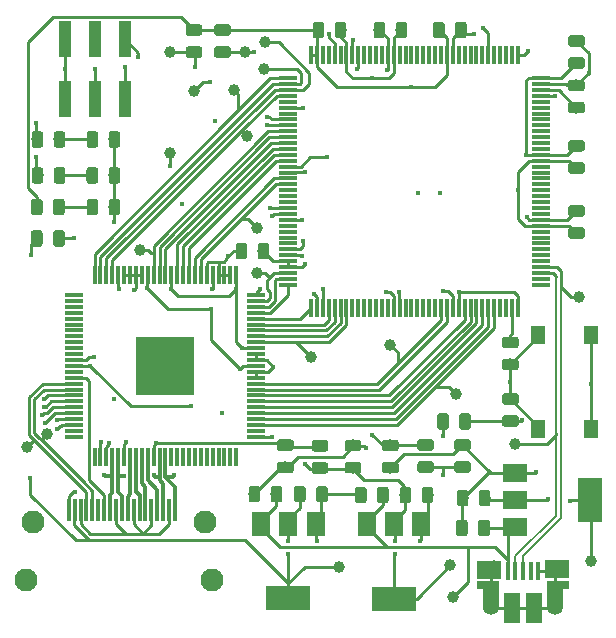
<source format=gbr>
G04 #@! TF.GenerationSoftware,KiCad,Pcbnew,(5.0.1-3-g963ef8bb5)*
G04 #@! TF.CreationDate,2020-04-18T14:55:13-02:30*
G04 #@! TF.ProjectId,graphics-card,67726170686963732D636172642E6B69,rev?*
G04 #@! TF.SameCoordinates,Original*
G04 #@! TF.FileFunction,Copper,L1,Top,Signal*
G04 #@! TF.FilePolarity,Positive*
%FSLAX46Y46*%
G04 Gerber Fmt 4.6, Leading zero omitted, Abs format (unit mm)*
G04 Created by KiCad (PCBNEW (5.0.1-3-g963ef8bb5)) date Saturday, April 18, 2020 at 02:55:13 pm*
%MOMM*%
%LPD*%
G01*
G04 APERTURE LIST*
G04 #@! TA.AperFunction,ComponentPad*
%ADD10C,1.950000*%
G04 #@! TD*
G04 #@! TA.AperFunction,SMDPad,CuDef*
%ADD11R,0.300000X1.900000*%
G04 #@! TD*
G04 #@! TA.AperFunction,SMDPad,CuDef*
%ADD12R,1.550000X0.300000*%
G04 #@! TD*
G04 #@! TA.AperFunction,SMDPad,CuDef*
%ADD13R,0.300000X1.550000*%
G04 #@! TD*
G04 #@! TA.AperFunction,Conductor*
%ADD14C,0.100000*%
G04 #@! TD*
G04 #@! TA.AperFunction,SMDPad,CuDef*
%ADD15C,0.975000*%
G04 #@! TD*
G04 #@! TA.AperFunction,SMDPad,CuDef*
%ADD16R,1.300000X1.550000*%
G04 #@! TD*
G04 #@! TA.AperFunction,SMDPad,CuDef*
%ADD17R,3.800000X2.000000*%
G04 #@! TD*
G04 #@! TA.AperFunction,SMDPad,CuDef*
%ADD18R,1.500000X2.000000*%
G04 #@! TD*
G04 #@! TA.AperFunction,SMDPad,CuDef*
%ADD19R,2.000000X1.500000*%
G04 #@! TD*
G04 #@! TA.AperFunction,SMDPad,CuDef*
%ADD20R,2.000000X3.800000*%
G04 #@! TD*
G04 #@! TA.AperFunction,SMDPad,CuDef*
%ADD21R,1.350000X2.000000*%
G04 #@! TD*
G04 #@! TA.AperFunction,SMDPad,CuDef*
%ADD22R,1.825000X0.700000*%
G04 #@! TD*
G04 #@! TA.AperFunction,SMDPad,CuDef*
%ADD23R,0.400000X1.650000*%
G04 #@! TD*
G04 #@! TA.AperFunction,ComponentPad*
%ADD24O,1.100000X1.500000*%
G04 #@! TD*
G04 #@! TA.AperFunction,ComponentPad*
%ADD25O,1.350000X1.700000*%
G04 #@! TD*
G04 #@! TA.AperFunction,SMDPad,CuDef*
%ADD26R,1.430000X2.500000*%
G04 #@! TD*
G04 #@! TA.AperFunction,SMDPad,CuDef*
%ADD27R,1.000000X3.150000*%
G04 #@! TD*
G04 #@! TA.AperFunction,BGAPad,CuDef*
%ADD28C,1.000000*%
G04 #@! TD*
G04 #@! TA.AperFunction,SMDPad,CuDef*
%ADD29R,0.300000X1.500000*%
G04 #@! TD*
G04 #@! TA.AperFunction,SMDPad,CuDef*
%ADD30R,1.500000X0.300000*%
G04 #@! TD*
G04 #@! TA.AperFunction,SMDPad,CuDef*
%ADD31R,5.000000X5.000000*%
G04 #@! TD*
G04 #@! TA.AperFunction,ViaPad*
%ADD32C,3.000000*%
G04 #@! TD*
G04 #@! TA.AperFunction,ViaPad*
%ADD33C,0.450000*%
G04 #@! TD*
G04 #@! TA.AperFunction,Conductor*
%ADD34C,0.250000*%
G04 #@! TD*
G04 #@! TA.AperFunction,Conductor*
%ADD35C,0.200000*%
G04 #@! TD*
G04 #@! TA.AperFunction,Conductor*
%ADD36C,0.300000*%
G04 #@! TD*
G04 APERTURE END LIST*
D10*
G04 #@! TO.P,J2,SH*
G04 #@! TO.N,GND*
X127611000Y-158316000D03*
X111911000Y-158316000D03*
X127011000Y-153416000D03*
X112511000Y-153416000D03*
D11*
G04 #@! TO.P,J2,19*
G04 #@! TO.N,/HPD*
X115511000Y-152416000D03*
G04 #@! TO.P,J2,18*
G04 #@! TO.N,+5V*
X116011000Y-152416000D03*
G04 #@! TO.P,J2,17*
G04 #@! TO.N,GND*
X116511000Y-152416000D03*
G04 #@! TO.P,J2,16*
G04 #@! TO.N,/SDA*
X117011000Y-152416000D03*
G04 #@! TO.P,J2,15*
G04 #@! TO.N,/SCL*
X117511000Y-152416000D03*
G04 #@! TO.P,J2,14*
G04 #@! TO.N,Net-(J2-Pad14)*
X118011000Y-152416000D03*
G04 #@! TO.P,J2,13*
G04 #@! TO.N,/CEC*
X118511000Y-152416000D03*
G04 #@! TO.P,J2,12*
G04 #@! TO.N,/CLK-*
X119011000Y-152416000D03*
G04 #@! TO.P,J2,11*
G04 #@! TO.N,GND*
X119511000Y-152416000D03*
G04 #@! TO.P,J2,10*
G04 #@! TO.N,/CLK+*
X120011000Y-152416000D03*
G04 #@! TO.P,J2,9*
G04 #@! TO.N,/D0-*
X120511000Y-152416000D03*
G04 #@! TO.P,J2,8*
G04 #@! TO.N,GND*
X121011000Y-152416000D03*
G04 #@! TO.P,J2,7*
G04 #@! TO.N,/D0+*
X121511000Y-152416000D03*
G04 #@! TO.P,J2,6*
G04 #@! TO.N,/D1-*
X122011000Y-152416000D03*
G04 #@! TO.P,J2,5*
G04 #@! TO.N,GND*
X122511000Y-152416000D03*
G04 #@! TO.P,J2,4*
G04 #@! TO.N,/D1+*
X123011000Y-152416000D03*
G04 #@! TO.P,J2,3*
G04 #@! TO.N,/D2-*
X123511000Y-152416000D03*
G04 #@! TO.P,J2,2*
G04 #@! TO.N,GND*
X124011000Y-152416000D03*
G04 #@! TO.P,J2,1*
G04 #@! TO.N,/D2+*
X124511000Y-152416000D03*
G04 #@! TD*
D12*
G04 #@! TO.P,U5,1*
G04 #@! TO.N,/DE*
X134080000Y-115837000D03*
G04 #@! TO.P,U5,2*
G04 #@! TO.N,/HSYNC*
X134080000Y-116337000D03*
G04 #@! TO.P,U5,3*
G04 #@! TO.N,/VSYNC*
X134080000Y-116837000D03*
G04 #@! TO.P,U5,4*
G04 #@! TO.N,/IDCK*
X134080000Y-117337000D03*
G04 #@! TO.P,U5,5*
G04 #@! TO.N,Net-(U5-Pad5)*
X134080000Y-117837000D03*
G04 #@! TO.P,U5,6*
G04 #@! TO.N,+3V3*
X134080000Y-118337000D03*
G04 #@! TO.P,U5,7*
G04 #@! TO.N,Net-(U5-Pad7)*
X134080000Y-118837000D03*
G04 #@! TO.P,U5,8*
G04 #@! TO.N,/OSC32_IN*
X134080000Y-119337000D03*
G04 #@! TO.P,U5,9*
G04 #@! TO.N,/OSC32_OUT*
X134080000Y-119837000D03*
G04 #@! TO.P,U5,10*
G04 #@! TO.N,/B_CB_0*
X134080000Y-120337000D03*
G04 #@! TO.P,U5,11*
G04 #@! TO.N,/B_CB_1*
X134080000Y-120837000D03*
G04 #@! TO.P,U5,12*
G04 #@! TO.N,/B_CB_2*
X134080000Y-121337000D03*
G04 #@! TO.P,U5,13*
G04 #@! TO.N,/B_CB_3*
X134080000Y-121837000D03*
G04 #@! TO.P,U5,14*
G04 #@! TO.N,/B_CB_4*
X134080000Y-122337000D03*
G04 #@! TO.P,U5,15*
G04 #@! TO.N,/B_CB_5*
X134080000Y-122837000D03*
G04 #@! TO.P,U5,16*
G04 #@! TO.N,GND*
X134080000Y-123337000D03*
G04 #@! TO.P,U5,17*
G04 #@! TO.N,+3V3*
X134080000Y-123837000D03*
G04 #@! TO.P,U5,18*
G04 #@! TO.N,/B_CB_6*
X134080000Y-124337000D03*
G04 #@! TO.P,U5,19*
G04 #@! TO.N,/B_CB_7*
X134080000Y-124837000D03*
G04 #@! TO.P,U5,20*
G04 #@! TO.N,Net-(U5-Pad20)*
X134080000Y-125337000D03*
G04 #@! TO.P,U5,21*
G04 #@! TO.N,Net-(U5-Pad21)*
X134080000Y-125837000D03*
G04 #@! TO.P,U5,22*
G04 #@! TO.N,Net-(U5-Pad22)*
X134080000Y-126337000D03*
G04 #@! TO.P,U5,23*
G04 #@! TO.N,/OSC_IN*
X134080000Y-126837000D03*
G04 #@! TO.P,U5,24*
G04 #@! TO.N,/OSC_OUT*
X134080000Y-127337000D03*
G04 #@! TO.P,U5,25*
G04 #@! TO.N,/~RESET*
X134080000Y-127837000D03*
G04 #@! TO.P,U5,26*
G04 #@! TO.N,Net-(U5-Pad26)*
X134080000Y-128337000D03*
G04 #@! TO.P,U5,27*
G04 #@! TO.N,Net-(U5-Pad27)*
X134080000Y-128837000D03*
G04 #@! TO.P,U5,28*
G04 #@! TO.N,Net-(U5-Pad28)*
X134080000Y-129337000D03*
G04 #@! TO.P,U5,29*
G04 #@! TO.N,Net-(U5-Pad29)*
X134080000Y-129837000D03*
G04 #@! TO.P,U5,30*
G04 #@! TO.N,+3V3*
X134080000Y-130337000D03*
G04 #@! TO.P,U5,31*
G04 #@! TO.N,GND*
X134080000Y-130837000D03*
G04 #@! TO.P,U5,32*
G04 #@! TO.N,+3V3*
X134080000Y-131337000D03*
G04 #@! TO.P,U5,33*
X134080000Y-131837000D03*
G04 #@! TO.P,U5,34*
G04 #@! TO.N,/G_Y_0*
X134080000Y-132337000D03*
G04 #@! TO.P,U5,35*
G04 #@! TO.N,/G_Y_1*
X134080000Y-132837000D03*
G04 #@! TO.P,U5,36*
G04 #@! TO.N,/G_Y_2*
X134080000Y-133337000D03*
D13*
G04 #@! TO.P,U5,37*
G04 #@! TO.N,/G_Y_3*
X136030000Y-135287000D03*
G04 #@! TO.P,U5,38*
G04 #@! TO.N,GND*
X136530000Y-135287000D03*
G04 #@! TO.P,U5,39*
G04 #@! TO.N,+3V3*
X137030000Y-135287000D03*
G04 #@! TO.P,U5,40*
G04 #@! TO.N,/G_Y_4*
X137530000Y-135287000D03*
G04 #@! TO.P,U5,41*
G04 #@! TO.N,/G_Y_5*
X138030000Y-135287000D03*
G04 #@! TO.P,U5,42*
G04 #@! TO.N,/G_Y_6*
X138530000Y-135287000D03*
G04 #@! TO.P,U5,43*
G04 #@! TO.N,/G_Y_7*
X139030000Y-135287000D03*
G04 #@! TO.P,U5,44*
G04 #@! TO.N,Net-(U5-Pad44)*
X139530000Y-135287000D03*
G04 #@! TO.P,U5,45*
G04 #@! TO.N,Net-(U5-Pad45)*
X140030000Y-135287000D03*
G04 #@! TO.P,U5,46*
G04 #@! TO.N,Net-(U5-Pad46)*
X140530000Y-135287000D03*
G04 #@! TO.P,U5,47*
G04 #@! TO.N,Net-(U5-Pad47)*
X141030000Y-135287000D03*
G04 #@! TO.P,U5,48*
G04 #@! TO.N,Net-(U5-Pad48)*
X141530000Y-135287000D03*
G04 #@! TO.P,U5,49*
G04 #@! TO.N,Net-(U5-Pad49)*
X142030000Y-135287000D03*
G04 #@! TO.P,U5,50*
G04 #@! TO.N,Net-(U5-Pad50)*
X142530000Y-135287000D03*
G04 #@! TO.P,U5,51*
G04 #@! TO.N,GND*
X143030000Y-135287000D03*
G04 #@! TO.P,U5,52*
G04 #@! TO.N,+3V3*
X143530000Y-135287000D03*
G04 #@! TO.P,U5,53*
G04 #@! TO.N,Net-(U5-Pad53)*
X144030000Y-135287000D03*
G04 #@! TO.P,U5,54*
G04 #@! TO.N,Net-(U5-Pad54)*
X144530000Y-135287000D03*
G04 #@! TO.P,U5,55*
G04 #@! TO.N,Net-(U5-Pad55)*
X145030000Y-135287000D03*
G04 #@! TO.P,U5,56*
G04 #@! TO.N,Net-(U5-Pad56)*
X145530000Y-135287000D03*
G04 #@! TO.P,U5,57*
G04 #@! TO.N,Net-(U5-Pad57)*
X146030000Y-135287000D03*
G04 #@! TO.P,U5,58*
G04 #@! TO.N,Net-(U5-Pad58)*
X146530000Y-135287000D03*
G04 #@! TO.P,U5,59*
G04 #@! TO.N,/R_CR_0*
X147030000Y-135287000D03*
G04 #@! TO.P,U5,60*
G04 #@! TO.N,/R_CR_1*
X147530000Y-135287000D03*
G04 #@! TO.P,U5,61*
G04 #@! TO.N,GND*
X148030000Y-135287000D03*
G04 #@! TO.P,U5,62*
G04 #@! TO.N,+3V3*
X148530000Y-135287000D03*
G04 #@! TO.P,U5,63*
G04 #@! TO.N,/R_CR_2*
X149030000Y-135287000D03*
G04 #@! TO.P,U5,64*
G04 #@! TO.N,/R_CR_3*
X149530000Y-135287000D03*
G04 #@! TO.P,U5,65*
G04 #@! TO.N,/R_CR_4*
X150030000Y-135287000D03*
G04 #@! TO.P,U5,66*
G04 #@! TO.N,/R_CR_5*
X150530000Y-135287000D03*
G04 #@! TO.P,U5,67*
G04 #@! TO.N,/R_CR_6*
X151030000Y-135287000D03*
G04 #@! TO.P,U5,68*
G04 #@! TO.N,/R_CR_7*
X151530000Y-135287000D03*
G04 #@! TO.P,U5,69*
G04 #@! TO.N,Net-(U5-Pad69)*
X152030000Y-135287000D03*
G04 #@! TO.P,U5,70*
G04 #@! TO.N,Net-(U5-Pad70)*
X152530000Y-135287000D03*
G04 #@! TO.P,U5,71*
G04 #@! TO.N,Net-(C37-Pad1)*
X153030000Y-135287000D03*
G04 #@! TO.P,U5,72*
G04 #@! TO.N,+3V3*
X153530000Y-135287000D03*
D12*
G04 #@! TO.P,U5,73*
G04 #@! TO.N,Net-(U5-Pad73)*
X155480000Y-133337000D03*
G04 #@! TO.P,U5,74*
G04 #@! TO.N,Net-(U5-Pad74)*
X155480000Y-132837000D03*
G04 #@! TO.P,U5,75*
G04 #@! TO.N,/USB1_D-*
X155480000Y-132337000D03*
G04 #@! TO.P,U5,76*
G04 #@! TO.N,/USB1_D+*
X155480000Y-131837000D03*
G04 #@! TO.P,U5,77*
G04 #@! TO.N,Net-(U5-Pad77)*
X155480000Y-131337000D03*
G04 #@! TO.P,U5,78*
G04 #@! TO.N,Net-(U5-Pad78)*
X155480000Y-130837000D03*
G04 #@! TO.P,U5,79*
G04 #@! TO.N,Net-(U5-Pad79)*
X155480000Y-130337000D03*
G04 #@! TO.P,U5,80*
G04 #@! TO.N,Net-(U5-Pad80)*
X155480000Y-129837000D03*
G04 #@! TO.P,U5,81*
G04 #@! TO.N,Net-(U5-Pad81)*
X155480000Y-129337000D03*
G04 #@! TO.P,U5,82*
G04 #@! TO.N,Net-(U5-Pad82)*
X155480000Y-128837000D03*
G04 #@! TO.P,U5,83*
G04 #@! TO.N,GND*
X155480000Y-128337000D03*
G04 #@! TO.P,U5,84*
G04 #@! TO.N,+3V3*
X155480000Y-127837000D03*
G04 #@! TO.P,U5,85*
G04 #@! TO.N,Net-(U5-Pad85)*
X155480000Y-127337000D03*
G04 #@! TO.P,U5,86*
G04 #@! TO.N,Net-(U5-Pad86)*
X155480000Y-126837000D03*
G04 #@! TO.P,U5,87*
G04 #@! TO.N,Net-(U5-Pad87)*
X155480000Y-126337000D03*
G04 #@! TO.P,U5,88*
G04 #@! TO.N,Net-(U5-Pad88)*
X155480000Y-125837000D03*
G04 #@! TO.P,U5,89*
G04 #@! TO.N,Net-(U5-Pad89)*
X155480000Y-125337000D03*
G04 #@! TO.P,U5,90*
G04 #@! TO.N,Net-(U5-Pad90)*
X155480000Y-124837000D03*
G04 #@! TO.P,U5,91*
G04 #@! TO.N,Net-(U5-Pad91)*
X155480000Y-124337000D03*
G04 #@! TO.P,U5,92*
G04 #@! TO.N,Net-(U5-Pad92)*
X155480000Y-123837000D03*
G04 #@! TO.P,U5,93*
G04 #@! TO.N,Net-(U5-Pad93)*
X155480000Y-123337000D03*
G04 #@! TO.P,U5,94*
G04 #@! TO.N,GND*
X155480000Y-122837000D03*
G04 #@! TO.P,U5,95*
G04 #@! TO.N,+3V3*
X155480000Y-122337000D03*
G04 #@! TO.P,U5,96*
G04 #@! TO.N,Net-(U5-Pad96)*
X155480000Y-121837000D03*
G04 #@! TO.P,U5,97*
G04 #@! TO.N,Net-(U5-Pad97)*
X155480000Y-121337000D03*
G04 #@! TO.P,U5,98*
G04 #@! TO.N,Net-(U5-Pad98)*
X155480000Y-120837000D03*
G04 #@! TO.P,U5,99*
G04 #@! TO.N,Net-(U5-Pad99)*
X155480000Y-120337000D03*
G04 #@! TO.P,U5,100*
G04 #@! TO.N,Net-(U5-Pad100)*
X155480000Y-119837000D03*
G04 #@! TO.P,U5,101*
G04 #@! TO.N,Net-(U5-Pad101)*
X155480000Y-119337000D03*
G04 #@! TO.P,U5,102*
G04 #@! TO.N,Net-(U5-Pad102)*
X155480000Y-118837000D03*
G04 #@! TO.P,U5,103*
G04 #@! TO.N,Net-(U5-Pad103)*
X155480000Y-118337000D03*
G04 #@! TO.P,U5,104*
G04 #@! TO.N,Net-(U5-Pad104)*
X155480000Y-117837000D03*
G04 #@! TO.P,U5,105*
G04 #@! TO.N,/SWDIO*
X155480000Y-117337000D03*
G04 #@! TO.P,U5,106*
G04 #@! TO.N,Net-(C38-Pad1)*
X155480000Y-116837000D03*
G04 #@! TO.P,U5,107*
G04 #@! TO.N,GND*
X155480000Y-116337000D03*
G04 #@! TO.P,U5,108*
G04 #@! TO.N,+3V3*
X155480000Y-115837000D03*
D13*
G04 #@! TO.P,U5,109*
G04 #@! TO.N,/SWCLK*
X153530000Y-113887000D03*
G04 #@! TO.P,U5,110*
G04 #@! TO.N,Net-(U5-Pad110)*
X153030000Y-113887000D03*
G04 #@! TO.P,U5,111*
G04 #@! TO.N,Net-(U5-Pad111)*
X152530000Y-113887000D03*
G04 #@! TO.P,U5,112*
G04 #@! TO.N,Net-(U5-Pad112)*
X152030000Y-113887000D03*
G04 #@! TO.P,U5,113*
G04 #@! TO.N,Net-(U5-Pad113)*
X151530000Y-113887000D03*
G04 #@! TO.P,U5,114*
G04 #@! TO.N,Net-(D4-Pad2)*
X151030000Y-113887000D03*
G04 #@! TO.P,U5,115*
G04 #@! TO.N,Net-(U5-Pad115)*
X150530000Y-113887000D03*
G04 #@! TO.P,U5,116*
G04 #@! TO.N,Net-(U5-Pad116)*
X150030000Y-113887000D03*
G04 #@! TO.P,U5,117*
G04 #@! TO.N,Net-(U5-Pad117)*
X149530000Y-113887000D03*
G04 #@! TO.P,U5,118*
G04 #@! TO.N,Net-(U5-Pad118)*
X149030000Y-113887000D03*
G04 #@! TO.P,U5,119*
G04 #@! TO.N,Net-(U5-Pad119)*
X148530000Y-113887000D03*
G04 #@! TO.P,U5,120*
G04 #@! TO.N,GND*
X148030000Y-113887000D03*
G04 #@! TO.P,U5,121*
G04 #@! TO.N,+3V3*
X147530000Y-113887000D03*
G04 #@! TO.P,U5,122*
G04 #@! TO.N,Net-(U5-Pad122)*
X147030000Y-113887000D03*
G04 #@! TO.P,U5,123*
G04 #@! TO.N,Net-(U5-Pad123)*
X146530000Y-113887000D03*
G04 #@! TO.P,U5,124*
G04 #@! TO.N,Net-(U5-Pad124)*
X146030000Y-113887000D03*
G04 #@! TO.P,U5,125*
G04 #@! TO.N,Net-(U5-Pad125)*
X145530000Y-113887000D03*
G04 #@! TO.P,U5,126*
G04 #@! TO.N,Net-(U5-Pad126)*
X145030000Y-113887000D03*
G04 #@! TO.P,U5,127*
G04 #@! TO.N,Net-(U5-Pad127)*
X144530000Y-113887000D03*
G04 #@! TO.P,U5,128*
G04 #@! TO.N,Net-(U5-Pad128)*
X144030000Y-113887000D03*
G04 #@! TO.P,U5,129*
G04 #@! TO.N,Net-(U5-Pad129)*
X143530000Y-113887000D03*
G04 #@! TO.P,U5,130*
G04 #@! TO.N,GND*
X143030000Y-113887000D03*
G04 #@! TO.P,U5,131*
G04 #@! TO.N,+3V3*
X142530000Y-113887000D03*
G04 #@! TO.P,U5,132*
G04 #@! TO.N,Net-(U5-Pad132)*
X142030000Y-113887000D03*
G04 #@! TO.P,U5,133*
G04 #@! TO.N,Net-(U5-Pad133)*
X141530000Y-113887000D03*
G04 #@! TO.P,U5,134*
G04 #@! TO.N,Net-(U5-Pad134)*
X141030000Y-113887000D03*
G04 #@! TO.P,U5,135*
G04 #@! TO.N,Net-(U5-Pad135)*
X140530000Y-113887000D03*
G04 #@! TO.P,U5,136*
G04 #@! TO.N,/CSCL*
X140030000Y-113887000D03*
G04 #@! TO.P,U5,137*
G04 #@! TO.N,/CSDA*
X139530000Y-113887000D03*
G04 #@! TO.P,U5,138*
G04 #@! TO.N,GND*
X139030000Y-113887000D03*
G04 #@! TO.P,U5,139*
G04 #@! TO.N,Net-(U5-Pad139)*
X138530000Y-113887000D03*
G04 #@! TO.P,U5,140*
G04 #@! TO.N,/INT_SII*
X138030000Y-113887000D03*
G04 #@! TO.P,U5,141*
G04 #@! TO.N,Net-(U5-Pad141)*
X137530000Y-113887000D03*
G04 #@! TO.P,U5,142*
G04 #@! TO.N,Net-(U5-Pad142)*
X137030000Y-113887000D03*
G04 #@! TO.P,U5,143*
G04 #@! TO.N,+3V3*
X136530000Y-113887000D03*
G04 #@! TO.P,U5,144*
X136030000Y-113887000D03*
G04 #@! TD*
D14*
G04 #@! TO.N,+3V3*
G04 #@! TO.C,C8*
G36*
X158976142Y-126592174D02*
X158999803Y-126595684D01*
X159023007Y-126601496D01*
X159045529Y-126609554D01*
X159067153Y-126619782D01*
X159087670Y-126632079D01*
X159106883Y-126646329D01*
X159124607Y-126662393D01*
X159140671Y-126680117D01*
X159154921Y-126699330D01*
X159167218Y-126719847D01*
X159177446Y-126741471D01*
X159185504Y-126763993D01*
X159191316Y-126787197D01*
X159194826Y-126810858D01*
X159196000Y-126834750D01*
X159196000Y-127322250D01*
X159194826Y-127346142D01*
X159191316Y-127369803D01*
X159185504Y-127393007D01*
X159177446Y-127415529D01*
X159167218Y-127437153D01*
X159154921Y-127457670D01*
X159140671Y-127476883D01*
X159124607Y-127494607D01*
X159106883Y-127510671D01*
X159087670Y-127524921D01*
X159067153Y-127537218D01*
X159045529Y-127547446D01*
X159023007Y-127555504D01*
X158999803Y-127561316D01*
X158976142Y-127564826D01*
X158952250Y-127566000D01*
X158039750Y-127566000D01*
X158015858Y-127564826D01*
X157992197Y-127561316D01*
X157968993Y-127555504D01*
X157946471Y-127547446D01*
X157924847Y-127537218D01*
X157904330Y-127524921D01*
X157885117Y-127510671D01*
X157867393Y-127494607D01*
X157851329Y-127476883D01*
X157837079Y-127457670D01*
X157824782Y-127437153D01*
X157814554Y-127415529D01*
X157806496Y-127393007D01*
X157800684Y-127369803D01*
X157797174Y-127346142D01*
X157796000Y-127322250D01*
X157796000Y-126834750D01*
X157797174Y-126810858D01*
X157800684Y-126787197D01*
X157806496Y-126763993D01*
X157814554Y-126741471D01*
X157824782Y-126719847D01*
X157837079Y-126699330D01*
X157851329Y-126680117D01*
X157867393Y-126662393D01*
X157885117Y-126646329D01*
X157904330Y-126632079D01*
X157924847Y-126619782D01*
X157946471Y-126609554D01*
X157968993Y-126601496D01*
X157992197Y-126595684D01*
X158015858Y-126592174D01*
X158039750Y-126591000D01*
X158952250Y-126591000D01*
X158976142Y-126592174D01*
X158976142Y-126592174D01*
G37*
D15*
G04 #@! TD*
G04 #@! TO.P,C8,1*
G04 #@! TO.N,+3V3*
X158496000Y-127078500D03*
D14*
G04 #@! TO.N,GND*
G04 #@! TO.C,C8*
G36*
X158976142Y-128467174D02*
X158999803Y-128470684D01*
X159023007Y-128476496D01*
X159045529Y-128484554D01*
X159067153Y-128494782D01*
X159087670Y-128507079D01*
X159106883Y-128521329D01*
X159124607Y-128537393D01*
X159140671Y-128555117D01*
X159154921Y-128574330D01*
X159167218Y-128594847D01*
X159177446Y-128616471D01*
X159185504Y-128638993D01*
X159191316Y-128662197D01*
X159194826Y-128685858D01*
X159196000Y-128709750D01*
X159196000Y-129197250D01*
X159194826Y-129221142D01*
X159191316Y-129244803D01*
X159185504Y-129268007D01*
X159177446Y-129290529D01*
X159167218Y-129312153D01*
X159154921Y-129332670D01*
X159140671Y-129351883D01*
X159124607Y-129369607D01*
X159106883Y-129385671D01*
X159087670Y-129399921D01*
X159067153Y-129412218D01*
X159045529Y-129422446D01*
X159023007Y-129430504D01*
X158999803Y-129436316D01*
X158976142Y-129439826D01*
X158952250Y-129441000D01*
X158039750Y-129441000D01*
X158015858Y-129439826D01*
X157992197Y-129436316D01*
X157968993Y-129430504D01*
X157946471Y-129422446D01*
X157924847Y-129412218D01*
X157904330Y-129399921D01*
X157885117Y-129385671D01*
X157867393Y-129369607D01*
X157851329Y-129351883D01*
X157837079Y-129332670D01*
X157824782Y-129312153D01*
X157814554Y-129290529D01*
X157806496Y-129268007D01*
X157800684Y-129244803D01*
X157797174Y-129221142D01*
X157796000Y-129197250D01*
X157796000Y-128709750D01*
X157797174Y-128685858D01*
X157800684Y-128662197D01*
X157806496Y-128638993D01*
X157814554Y-128616471D01*
X157824782Y-128594847D01*
X157837079Y-128574330D01*
X157851329Y-128555117D01*
X157867393Y-128537393D01*
X157885117Y-128521329D01*
X157904330Y-128507079D01*
X157924847Y-128494782D01*
X157946471Y-128484554D01*
X157968993Y-128476496D01*
X157992197Y-128470684D01*
X158015858Y-128467174D01*
X158039750Y-128466000D01*
X158952250Y-128466000D01*
X158976142Y-128467174D01*
X158976142Y-128467174D01*
G37*
D15*
G04 #@! TD*
G04 #@! TO.P,C8,2*
G04 #@! TO.N,GND*
X158496000Y-128953500D03*
D14*
G04 #@! TO.N,GND*
G04 #@! TO.C,C9*
G36*
X158976142Y-112192674D02*
X158999803Y-112196184D01*
X159023007Y-112201996D01*
X159045529Y-112210054D01*
X159067153Y-112220282D01*
X159087670Y-112232579D01*
X159106883Y-112246829D01*
X159124607Y-112262893D01*
X159140671Y-112280617D01*
X159154921Y-112299830D01*
X159167218Y-112320347D01*
X159177446Y-112341971D01*
X159185504Y-112364493D01*
X159191316Y-112387697D01*
X159194826Y-112411358D01*
X159196000Y-112435250D01*
X159196000Y-112922750D01*
X159194826Y-112946642D01*
X159191316Y-112970303D01*
X159185504Y-112993507D01*
X159177446Y-113016029D01*
X159167218Y-113037653D01*
X159154921Y-113058170D01*
X159140671Y-113077383D01*
X159124607Y-113095107D01*
X159106883Y-113111171D01*
X159087670Y-113125421D01*
X159067153Y-113137718D01*
X159045529Y-113147946D01*
X159023007Y-113156004D01*
X158999803Y-113161816D01*
X158976142Y-113165326D01*
X158952250Y-113166500D01*
X158039750Y-113166500D01*
X158015858Y-113165326D01*
X157992197Y-113161816D01*
X157968993Y-113156004D01*
X157946471Y-113147946D01*
X157924847Y-113137718D01*
X157904330Y-113125421D01*
X157885117Y-113111171D01*
X157867393Y-113095107D01*
X157851329Y-113077383D01*
X157837079Y-113058170D01*
X157824782Y-113037653D01*
X157814554Y-113016029D01*
X157806496Y-112993507D01*
X157800684Y-112970303D01*
X157797174Y-112946642D01*
X157796000Y-112922750D01*
X157796000Y-112435250D01*
X157797174Y-112411358D01*
X157800684Y-112387697D01*
X157806496Y-112364493D01*
X157814554Y-112341971D01*
X157824782Y-112320347D01*
X157837079Y-112299830D01*
X157851329Y-112280617D01*
X157867393Y-112262893D01*
X157885117Y-112246829D01*
X157904330Y-112232579D01*
X157924847Y-112220282D01*
X157946471Y-112210054D01*
X157968993Y-112201996D01*
X157992197Y-112196184D01*
X158015858Y-112192674D01*
X158039750Y-112191500D01*
X158952250Y-112191500D01*
X158976142Y-112192674D01*
X158976142Y-112192674D01*
G37*
D15*
G04 #@! TD*
G04 #@! TO.P,C9,2*
G04 #@! TO.N,GND*
X158496000Y-112679000D03*
D14*
G04 #@! TO.N,+3V3*
G04 #@! TO.C,C9*
G36*
X158976142Y-114067674D02*
X158999803Y-114071184D01*
X159023007Y-114076996D01*
X159045529Y-114085054D01*
X159067153Y-114095282D01*
X159087670Y-114107579D01*
X159106883Y-114121829D01*
X159124607Y-114137893D01*
X159140671Y-114155617D01*
X159154921Y-114174830D01*
X159167218Y-114195347D01*
X159177446Y-114216971D01*
X159185504Y-114239493D01*
X159191316Y-114262697D01*
X159194826Y-114286358D01*
X159196000Y-114310250D01*
X159196000Y-114797750D01*
X159194826Y-114821642D01*
X159191316Y-114845303D01*
X159185504Y-114868507D01*
X159177446Y-114891029D01*
X159167218Y-114912653D01*
X159154921Y-114933170D01*
X159140671Y-114952383D01*
X159124607Y-114970107D01*
X159106883Y-114986171D01*
X159087670Y-115000421D01*
X159067153Y-115012718D01*
X159045529Y-115022946D01*
X159023007Y-115031004D01*
X158999803Y-115036816D01*
X158976142Y-115040326D01*
X158952250Y-115041500D01*
X158039750Y-115041500D01*
X158015858Y-115040326D01*
X157992197Y-115036816D01*
X157968993Y-115031004D01*
X157946471Y-115022946D01*
X157924847Y-115012718D01*
X157904330Y-115000421D01*
X157885117Y-114986171D01*
X157867393Y-114970107D01*
X157851329Y-114952383D01*
X157837079Y-114933170D01*
X157824782Y-114912653D01*
X157814554Y-114891029D01*
X157806496Y-114868507D01*
X157800684Y-114845303D01*
X157797174Y-114821642D01*
X157796000Y-114797750D01*
X157796000Y-114310250D01*
X157797174Y-114286358D01*
X157800684Y-114262697D01*
X157806496Y-114239493D01*
X157814554Y-114216971D01*
X157824782Y-114195347D01*
X157837079Y-114174830D01*
X157851329Y-114155617D01*
X157867393Y-114137893D01*
X157885117Y-114121829D01*
X157904330Y-114107579D01*
X157924847Y-114095282D01*
X157946471Y-114085054D01*
X157968993Y-114076996D01*
X157992197Y-114071184D01*
X158015858Y-114067674D01*
X158039750Y-114066500D01*
X158952250Y-114066500D01*
X158976142Y-114067674D01*
X158976142Y-114067674D01*
G37*
D15*
G04 #@! TD*
G04 #@! TO.P,C9,1*
G04 #@! TO.N,+3V3*
X158496000Y-114554000D03*
D14*
G04 #@! TO.N,+3V3*
G04 #@! TO.C,C10*
G36*
X147109642Y-111061174D02*
X147133303Y-111064684D01*
X147156507Y-111070496D01*
X147179029Y-111078554D01*
X147200653Y-111088782D01*
X147221170Y-111101079D01*
X147240383Y-111115329D01*
X147258107Y-111131393D01*
X147274171Y-111149117D01*
X147288421Y-111168330D01*
X147300718Y-111188847D01*
X147310946Y-111210471D01*
X147319004Y-111232993D01*
X147324816Y-111256197D01*
X147328326Y-111279858D01*
X147329500Y-111303750D01*
X147329500Y-112216250D01*
X147328326Y-112240142D01*
X147324816Y-112263803D01*
X147319004Y-112287007D01*
X147310946Y-112309529D01*
X147300718Y-112331153D01*
X147288421Y-112351670D01*
X147274171Y-112370883D01*
X147258107Y-112388607D01*
X147240383Y-112404671D01*
X147221170Y-112418921D01*
X147200653Y-112431218D01*
X147179029Y-112441446D01*
X147156507Y-112449504D01*
X147133303Y-112455316D01*
X147109642Y-112458826D01*
X147085750Y-112460000D01*
X146598250Y-112460000D01*
X146574358Y-112458826D01*
X146550697Y-112455316D01*
X146527493Y-112449504D01*
X146504971Y-112441446D01*
X146483347Y-112431218D01*
X146462830Y-112418921D01*
X146443617Y-112404671D01*
X146425893Y-112388607D01*
X146409829Y-112370883D01*
X146395579Y-112351670D01*
X146383282Y-112331153D01*
X146373054Y-112309529D01*
X146364996Y-112287007D01*
X146359184Y-112263803D01*
X146355674Y-112240142D01*
X146354500Y-112216250D01*
X146354500Y-111303750D01*
X146355674Y-111279858D01*
X146359184Y-111256197D01*
X146364996Y-111232993D01*
X146373054Y-111210471D01*
X146383282Y-111188847D01*
X146395579Y-111168330D01*
X146409829Y-111149117D01*
X146425893Y-111131393D01*
X146443617Y-111115329D01*
X146462830Y-111101079D01*
X146483347Y-111088782D01*
X146504971Y-111078554D01*
X146527493Y-111070496D01*
X146550697Y-111064684D01*
X146574358Y-111061174D01*
X146598250Y-111060000D01*
X147085750Y-111060000D01*
X147109642Y-111061174D01*
X147109642Y-111061174D01*
G37*
D15*
G04 #@! TD*
G04 #@! TO.P,C10,1*
G04 #@! TO.N,+3V3*
X146842000Y-111760000D03*
D14*
G04 #@! TO.N,GND*
G04 #@! TO.C,C10*
G36*
X148984642Y-111061174D02*
X149008303Y-111064684D01*
X149031507Y-111070496D01*
X149054029Y-111078554D01*
X149075653Y-111088782D01*
X149096170Y-111101079D01*
X149115383Y-111115329D01*
X149133107Y-111131393D01*
X149149171Y-111149117D01*
X149163421Y-111168330D01*
X149175718Y-111188847D01*
X149185946Y-111210471D01*
X149194004Y-111232993D01*
X149199816Y-111256197D01*
X149203326Y-111279858D01*
X149204500Y-111303750D01*
X149204500Y-112216250D01*
X149203326Y-112240142D01*
X149199816Y-112263803D01*
X149194004Y-112287007D01*
X149185946Y-112309529D01*
X149175718Y-112331153D01*
X149163421Y-112351670D01*
X149149171Y-112370883D01*
X149133107Y-112388607D01*
X149115383Y-112404671D01*
X149096170Y-112418921D01*
X149075653Y-112431218D01*
X149054029Y-112441446D01*
X149031507Y-112449504D01*
X149008303Y-112455316D01*
X148984642Y-112458826D01*
X148960750Y-112460000D01*
X148473250Y-112460000D01*
X148449358Y-112458826D01*
X148425697Y-112455316D01*
X148402493Y-112449504D01*
X148379971Y-112441446D01*
X148358347Y-112431218D01*
X148337830Y-112418921D01*
X148318617Y-112404671D01*
X148300893Y-112388607D01*
X148284829Y-112370883D01*
X148270579Y-112351670D01*
X148258282Y-112331153D01*
X148248054Y-112309529D01*
X148239996Y-112287007D01*
X148234184Y-112263803D01*
X148230674Y-112240142D01*
X148229500Y-112216250D01*
X148229500Y-111303750D01*
X148230674Y-111279858D01*
X148234184Y-111256197D01*
X148239996Y-111232993D01*
X148248054Y-111210471D01*
X148258282Y-111188847D01*
X148270579Y-111168330D01*
X148284829Y-111149117D01*
X148300893Y-111131393D01*
X148318617Y-111115329D01*
X148337830Y-111101079D01*
X148358347Y-111088782D01*
X148379971Y-111078554D01*
X148402493Y-111070496D01*
X148425697Y-111064684D01*
X148449358Y-111061174D01*
X148473250Y-111060000D01*
X148960750Y-111060000D01*
X148984642Y-111061174D01*
X148984642Y-111061174D01*
G37*
D15*
G04 #@! TD*
G04 #@! TO.P,C10,2*
G04 #@! TO.N,GND*
X148717000Y-111760000D03*
D14*
G04 #@! TO.N,GND*
G04 #@! TO.C,C11*
G36*
X143953142Y-111061174D02*
X143976803Y-111064684D01*
X144000007Y-111070496D01*
X144022529Y-111078554D01*
X144044153Y-111088782D01*
X144064670Y-111101079D01*
X144083883Y-111115329D01*
X144101607Y-111131393D01*
X144117671Y-111149117D01*
X144131921Y-111168330D01*
X144144218Y-111188847D01*
X144154446Y-111210471D01*
X144162504Y-111232993D01*
X144168316Y-111256197D01*
X144171826Y-111279858D01*
X144173000Y-111303750D01*
X144173000Y-112216250D01*
X144171826Y-112240142D01*
X144168316Y-112263803D01*
X144162504Y-112287007D01*
X144154446Y-112309529D01*
X144144218Y-112331153D01*
X144131921Y-112351670D01*
X144117671Y-112370883D01*
X144101607Y-112388607D01*
X144083883Y-112404671D01*
X144064670Y-112418921D01*
X144044153Y-112431218D01*
X144022529Y-112441446D01*
X144000007Y-112449504D01*
X143976803Y-112455316D01*
X143953142Y-112458826D01*
X143929250Y-112460000D01*
X143441750Y-112460000D01*
X143417858Y-112458826D01*
X143394197Y-112455316D01*
X143370993Y-112449504D01*
X143348471Y-112441446D01*
X143326847Y-112431218D01*
X143306330Y-112418921D01*
X143287117Y-112404671D01*
X143269393Y-112388607D01*
X143253329Y-112370883D01*
X143239079Y-112351670D01*
X143226782Y-112331153D01*
X143216554Y-112309529D01*
X143208496Y-112287007D01*
X143202684Y-112263803D01*
X143199174Y-112240142D01*
X143198000Y-112216250D01*
X143198000Y-111303750D01*
X143199174Y-111279858D01*
X143202684Y-111256197D01*
X143208496Y-111232993D01*
X143216554Y-111210471D01*
X143226782Y-111188847D01*
X143239079Y-111168330D01*
X143253329Y-111149117D01*
X143269393Y-111131393D01*
X143287117Y-111115329D01*
X143306330Y-111101079D01*
X143326847Y-111088782D01*
X143348471Y-111078554D01*
X143370993Y-111070496D01*
X143394197Y-111064684D01*
X143417858Y-111061174D01*
X143441750Y-111060000D01*
X143929250Y-111060000D01*
X143953142Y-111061174D01*
X143953142Y-111061174D01*
G37*
D15*
G04 #@! TD*
G04 #@! TO.P,C11,2*
G04 #@! TO.N,GND*
X143685500Y-111760000D03*
D14*
G04 #@! TO.N,+3V3*
G04 #@! TO.C,C11*
G36*
X142078142Y-111061174D02*
X142101803Y-111064684D01*
X142125007Y-111070496D01*
X142147529Y-111078554D01*
X142169153Y-111088782D01*
X142189670Y-111101079D01*
X142208883Y-111115329D01*
X142226607Y-111131393D01*
X142242671Y-111149117D01*
X142256921Y-111168330D01*
X142269218Y-111188847D01*
X142279446Y-111210471D01*
X142287504Y-111232993D01*
X142293316Y-111256197D01*
X142296826Y-111279858D01*
X142298000Y-111303750D01*
X142298000Y-112216250D01*
X142296826Y-112240142D01*
X142293316Y-112263803D01*
X142287504Y-112287007D01*
X142279446Y-112309529D01*
X142269218Y-112331153D01*
X142256921Y-112351670D01*
X142242671Y-112370883D01*
X142226607Y-112388607D01*
X142208883Y-112404671D01*
X142189670Y-112418921D01*
X142169153Y-112431218D01*
X142147529Y-112441446D01*
X142125007Y-112449504D01*
X142101803Y-112455316D01*
X142078142Y-112458826D01*
X142054250Y-112460000D01*
X141566750Y-112460000D01*
X141542858Y-112458826D01*
X141519197Y-112455316D01*
X141495993Y-112449504D01*
X141473471Y-112441446D01*
X141451847Y-112431218D01*
X141431330Y-112418921D01*
X141412117Y-112404671D01*
X141394393Y-112388607D01*
X141378329Y-112370883D01*
X141364079Y-112351670D01*
X141351782Y-112331153D01*
X141341554Y-112309529D01*
X141333496Y-112287007D01*
X141327684Y-112263803D01*
X141324174Y-112240142D01*
X141323000Y-112216250D01*
X141323000Y-111303750D01*
X141324174Y-111279858D01*
X141327684Y-111256197D01*
X141333496Y-111232993D01*
X141341554Y-111210471D01*
X141351782Y-111188847D01*
X141364079Y-111168330D01*
X141378329Y-111149117D01*
X141394393Y-111131393D01*
X141412117Y-111115329D01*
X141431330Y-111101079D01*
X141451847Y-111088782D01*
X141473471Y-111078554D01*
X141495993Y-111070496D01*
X141519197Y-111064684D01*
X141542858Y-111061174D01*
X141566750Y-111060000D01*
X142054250Y-111060000D01*
X142078142Y-111061174D01*
X142078142Y-111061174D01*
G37*
D15*
G04 #@! TD*
G04 #@! TO.P,C11,1*
G04 #@! TO.N,+3V3*
X141810500Y-111760000D03*
D14*
G04 #@! TO.N,+3V3*
G04 #@! TO.C,C12*
G36*
X136919642Y-111061174D02*
X136943303Y-111064684D01*
X136966507Y-111070496D01*
X136989029Y-111078554D01*
X137010653Y-111088782D01*
X137031170Y-111101079D01*
X137050383Y-111115329D01*
X137068107Y-111131393D01*
X137084171Y-111149117D01*
X137098421Y-111168330D01*
X137110718Y-111188847D01*
X137120946Y-111210471D01*
X137129004Y-111232993D01*
X137134816Y-111256197D01*
X137138326Y-111279858D01*
X137139500Y-111303750D01*
X137139500Y-112216250D01*
X137138326Y-112240142D01*
X137134816Y-112263803D01*
X137129004Y-112287007D01*
X137120946Y-112309529D01*
X137110718Y-112331153D01*
X137098421Y-112351670D01*
X137084171Y-112370883D01*
X137068107Y-112388607D01*
X137050383Y-112404671D01*
X137031170Y-112418921D01*
X137010653Y-112431218D01*
X136989029Y-112441446D01*
X136966507Y-112449504D01*
X136943303Y-112455316D01*
X136919642Y-112458826D01*
X136895750Y-112460000D01*
X136408250Y-112460000D01*
X136384358Y-112458826D01*
X136360697Y-112455316D01*
X136337493Y-112449504D01*
X136314971Y-112441446D01*
X136293347Y-112431218D01*
X136272830Y-112418921D01*
X136253617Y-112404671D01*
X136235893Y-112388607D01*
X136219829Y-112370883D01*
X136205579Y-112351670D01*
X136193282Y-112331153D01*
X136183054Y-112309529D01*
X136174996Y-112287007D01*
X136169184Y-112263803D01*
X136165674Y-112240142D01*
X136164500Y-112216250D01*
X136164500Y-111303750D01*
X136165674Y-111279858D01*
X136169184Y-111256197D01*
X136174996Y-111232993D01*
X136183054Y-111210471D01*
X136193282Y-111188847D01*
X136205579Y-111168330D01*
X136219829Y-111149117D01*
X136235893Y-111131393D01*
X136253617Y-111115329D01*
X136272830Y-111101079D01*
X136293347Y-111088782D01*
X136314971Y-111078554D01*
X136337493Y-111070496D01*
X136360697Y-111064684D01*
X136384358Y-111061174D01*
X136408250Y-111060000D01*
X136895750Y-111060000D01*
X136919642Y-111061174D01*
X136919642Y-111061174D01*
G37*
D15*
G04 #@! TD*
G04 #@! TO.P,C12,1*
G04 #@! TO.N,+3V3*
X136652000Y-111760000D03*
D14*
G04 #@! TO.N,GND*
G04 #@! TO.C,C12*
G36*
X138794642Y-111061174D02*
X138818303Y-111064684D01*
X138841507Y-111070496D01*
X138864029Y-111078554D01*
X138885653Y-111088782D01*
X138906170Y-111101079D01*
X138925383Y-111115329D01*
X138943107Y-111131393D01*
X138959171Y-111149117D01*
X138973421Y-111168330D01*
X138985718Y-111188847D01*
X138995946Y-111210471D01*
X139004004Y-111232993D01*
X139009816Y-111256197D01*
X139013326Y-111279858D01*
X139014500Y-111303750D01*
X139014500Y-112216250D01*
X139013326Y-112240142D01*
X139009816Y-112263803D01*
X139004004Y-112287007D01*
X138995946Y-112309529D01*
X138985718Y-112331153D01*
X138973421Y-112351670D01*
X138959171Y-112370883D01*
X138943107Y-112388607D01*
X138925383Y-112404671D01*
X138906170Y-112418921D01*
X138885653Y-112431218D01*
X138864029Y-112441446D01*
X138841507Y-112449504D01*
X138818303Y-112455316D01*
X138794642Y-112458826D01*
X138770750Y-112460000D01*
X138283250Y-112460000D01*
X138259358Y-112458826D01*
X138235697Y-112455316D01*
X138212493Y-112449504D01*
X138189971Y-112441446D01*
X138168347Y-112431218D01*
X138147830Y-112418921D01*
X138128617Y-112404671D01*
X138110893Y-112388607D01*
X138094829Y-112370883D01*
X138080579Y-112351670D01*
X138068282Y-112331153D01*
X138058054Y-112309529D01*
X138049996Y-112287007D01*
X138044184Y-112263803D01*
X138040674Y-112240142D01*
X138039500Y-112216250D01*
X138039500Y-111303750D01*
X138040674Y-111279858D01*
X138044184Y-111256197D01*
X138049996Y-111232993D01*
X138058054Y-111210471D01*
X138068282Y-111188847D01*
X138080579Y-111168330D01*
X138094829Y-111149117D01*
X138110893Y-111131393D01*
X138128617Y-111115329D01*
X138147830Y-111101079D01*
X138168347Y-111088782D01*
X138189971Y-111078554D01*
X138212493Y-111070496D01*
X138235697Y-111064684D01*
X138259358Y-111061174D01*
X138283250Y-111060000D01*
X138770750Y-111060000D01*
X138794642Y-111061174D01*
X138794642Y-111061174D01*
G37*
D15*
G04 #@! TD*
G04 #@! TO.P,C12,2*
G04 #@! TO.N,GND*
X138527000Y-111760000D03*
D14*
G04 #@! TO.N,+3V3*
G04 #@! TO.C,C23*
G36*
X132269142Y-129793674D02*
X132292803Y-129797184D01*
X132316007Y-129802996D01*
X132338529Y-129811054D01*
X132360153Y-129821282D01*
X132380670Y-129833579D01*
X132399883Y-129847829D01*
X132417607Y-129863893D01*
X132433671Y-129881617D01*
X132447921Y-129900830D01*
X132460218Y-129921347D01*
X132470446Y-129942971D01*
X132478504Y-129965493D01*
X132484316Y-129988697D01*
X132487826Y-130012358D01*
X132489000Y-130036250D01*
X132489000Y-130948750D01*
X132487826Y-130972642D01*
X132484316Y-130996303D01*
X132478504Y-131019507D01*
X132470446Y-131042029D01*
X132460218Y-131063653D01*
X132447921Y-131084170D01*
X132433671Y-131103383D01*
X132417607Y-131121107D01*
X132399883Y-131137171D01*
X132380670Y-131151421D01*
X132360153Y-131163718D01*
X132338529Y-131173946D01*
X132316007Y-131182004D01*
X132292803Y-131187816D01*
X132269142Y-131191326D01*
X132245250Y-131192500D01*
X131757750Y-131192500D01*
X131733858Y-131191326D01*
X131710197Y-131187816D01*
X131686993Y-131182004D01*
X131664471Y-131173946D01*
X131642847Y-131163718D01*
X131622330Y-131151421D01*
X131603117Y-131137171D01*
X131585393Y-131121107D01*
X131569329Y-131103383D01*
X131555079Y-131084170D01*
X131542782Y-131063653D01*
X131532554Y-131042029D01*
X131524496Y-131019507D01*
X131518684Y-130996303D01*
X131515174Y-130972642D01*
X131514000Y-130948750D01*
X131514000Y-130036250D01*
X131515174Y-130012358D01*
X131518684Y-129988697D01*
X131524496Y-129965493D01*
X131532554Y-129942971D01*
X131542782Y-129921347D01*
X131555079Y-129900830D01*
X131569329Y-129881617D01*
X131585393Y-129863893D01*
X131603117Y-129847829D01*
X131622330Y-129833579D01*
X131642847Y-129821282D01*
X131664471Y-129811054D01*
X131686993Y-129802996D01*
X131710197Y-129797184D01*
X131733858Y-129793674D01*
X131757750Y-129792500D01*
X132245250Y-129792500D01*
X132269142Y-129793674D01*
X132269142Y-129793674D01*
G37*
D15*
G04 #@! TD*
G04 #@! TO.P,C23,1*
G04 #@! TO.N,+3V3*
X132001500Y-130492500D03*
D14*
G04 #@! TO.N,GND*
G04 #@! TO.C,C23*
G36*
X130394142Y-129793674D02*
X130417803Y-129797184D01*
X130441007Y-129802996D01*
X130463529Y-129811054D01*
X130485153Y-129821282D01*
X130505670Y-129833579D01*
X130524883Y-129847829D01*
X130542607Y-129863893D01*
X130558671Y-129881617D01*
X130572921Y-129900830D01*
X130585218Y-129921347D01*
X130595446Y-129942971D01*
X130603504Y-129965493D01*
X130609316Y-129988697D01*
X130612826Y-130012358D01*
X130614000Y-130036250D01*
X130614000Y-130948750D01*
X130612826Y-130972642D01*
X130609316Y-130996303D01*
X130603504Y-131019507D01*
X130595446Y-131042029D01*
X130585218Y-131063653D01*
X130572921Y-131084170D01*
X130558671Y-131103383D01*
X130542607Y-131121107D01*
X130524883Y-131137171D01*
X130505670Y-131151421D01*
X130485153Y-131163718D01*
X130463529Y-131173946D01*
X130441007Y-131182004D01*
X130417803Y-131187816D01*
X130394142Y-131191326D01*
X130370250Y-131192500D01*
X129882750Y-131192500D01*
X129858858Y-131191326D01*
X129835197Y-131187816D01*
X129811993Y-131182004D01*
X129789471Y-131173946D01*
X129767847Y-131163718D01*
X129747330Y-131151421D01*
X129728117Y-131137171D01*
X129710393Y-131121107D01*
X129694329Y-131103383D01*
X129680079Y-131084170D01*
X129667782Y-131063653D01*
X129657554Y-131042029D01*
X129649496Y-131019507D01*
X129643684Y-130996303D01*
X129640174Y-130972642D01*
X129639000Y-130948750D01*
X129639000Y-130036250D01*
X129640174Y-130012358D01*
X129643684Y-129988697D01*
X129649496Y-129965493D01*
X129657554Y-129942971D01*
X129667782Y-129921347D01*
X129680079Y-129900830D01*
X129694329Y-129881617D01*
X129710393Y-129863893D01*
X129728117Y-129847829D01*
X129747330Y-129833579D01*
X129767847Y-129821282D01*
X129789471Y-129811054D01*
X129811993Y-129802996D01*
X129835197Y-129797184D01*
X129858858Y-129793674D01*
X129882750Y-129792500D01*
X130370250Y-129792500D01*
X130394142Y-129793674D01*
X130394142Y-129793674D01*
G37*
D15*
G04 #@! TD*
G04 #@! TO.P,C23,2*
G04 #@! TO.N,GND*
X130126500Y-130492500D03*
D14*
G04 #@! TO.N,GND*
G04 #@! TO.C,C24*
G36*
X158976142Y-122957674D02*
X158999803Y-122961184D01*
X159023007Y-122966996D01*
X159045529Y-122975054D01*
X159067153Y-122985282D01*
X159087670Y-122997579D01*
X159106883Y-123011829D01*
X159124607Y-123027893D01*
X159140671Y-123045617D01*
X159154921Y-123064830D01*
X159167218Y-123085347D01*
X159177446Y-123106971D01*
X159185504Y-123129493D01*
X159191316Y-123152697D01*
X159194826Y-123176358D01*
X159196000Y-123200250D01*
X159196000Y-123687750D01*
X159194826Y-123711642D01*
X159191316Y-123735303D01*
X159185504Y-123758507D01*
X159177446Y-123781029D01*
X159167218Y-123802653D01*
X159154921Y-123823170D01*
X159140671Y-123842383D01*
X159124607Y-123860107D01*
X159106883Y-123876171D01*
X159087670Y-123890421D01*
X159067153Y-123902718D01*
X159045529Y-123912946D01*
X159023007Y-123921004D01*
X158999803Y-123926816D01*
X158976142Y-123930326D01*
X158952250Y-123931500D01*
X158039750Y-123931500D01*
X158015858Y-123930326D01*
X157992197Y-123926816D01*
X157968993Y-123921004D01*
X157946471Y-123912946D01*
X157924847Y-123902718D01*
X157904330Y-123890421D01*
X157885117Y-123876171D01*
X157867393Y-123860107D01*
X157851329Y-123842383D01*
X157837079Y-123823170D01*
X157824782Y-123802653D01*
X157814554Y-123781029D01*
X157806496Y-123758507D01*
X157800684Y-123735303D01*
X157797174Y-123711642D01*
X157796000Y-123687750D01*
X157796000Y-123200250D01*
X157797174Y-123176358D01*
X157800684Y-123152697D01*
X157806496Y-123129493D01*
X157814554Y-123106971D01*
X157824782Y-123085347D01*
X157837079Y-123064830D01*
X157851329Y-123045617D01*
X157867393Y-123027893D01*
X157885117Y-123011829D01*
X157904330Y-122997579D01*
X157924847Y-122985282D01*
X157946471Y-122975054D01*
X157968993Y-122966996D01*
X157992197Y-122961184D01*
X158015858Y-122957674D01*
X158039750Y-122956500D01*
X158952250Y-122956500D01*
X158976142Y-122957674D01*
X158976142Y-122957674D01*
G37*
D15*
G04 #@! TD*
G04 #@! TO.P,C24,2*
G04 #@! TO.N,GND*
X158496000Y-123444000D03*
D14*
G04 #@! TO.N,+3V3*
G04 #@! TO.C,C24*
G36*
X158976142Y-121082674D02*
X158999803Y-121086184D01*
X159023007Y-121091996D01*
X159045529Y-121100054D01*
X159067153Y-121110282D01*
X159087670Y-121122579D01*
X159106883Y-121136829D01*
X159124607Y-121152893D01*
X159140671Y-121170617D01*
X159154921Y-121189830D01*
X159167218Y-121210347D01*
X159177446Y-121231971D01*
X159185504Y-121254493D01*
X159191316Y-121277697D01*
X159194826Y-121301358D01*
X159196000Y-121325250D01*
X159196000Y-121812750D01*
X159194826Y-121836642D01*
X159191316Y-121860303D01*
X159185504Y-121883507D01*
X159177446Y-121906029D01*
X159167218Y-121927653D01*
X159154921Y-121948170D01*
X159140671Y-121967383D01*
X159124607Y-121985107D01*
X159106883Y-122001171D01*
X159087670Y-122015421D01*
X159067153Y-122027718D01*
X159045529Y-122037946D01*
X159023007Y-122046004D01*
X158999803Y-122051816D01*
X158976142Y-122055326D01*
X158952250Y-122056500D01*
X158039750Y-122056500D01*
X158015858Y-122055326D01*
X157992197Y-122051816D01*
X157968993Y-122046004D01*
X157946471Y-122037946D01*
X157924847Y-122027718D01*
X157904330Y-122015421D01*
X157885117Y-122001171D01*
X157867393Y-121985107D01*
X157851329Y-121967383D01*
X157837079Y-121948170D01*
X157824782Y-121927653D01*
X157814554Y-121906029D01*
X157806496Y-121883507D01*
X157800684Y-121860303D01*
X157797174Y-121836642D01*
X157796000Y-121812750D01*
X157796000Y-121325250D01*
X157797174Y-121301358D01*
X157800684Y-121277697D01*
X157806496Y-121254493D01*
X157814554Y-121231971D01*
X157824782Y-121210347D01*
X157837079Y-121189830D01*
X157851329Y-121170617D01*
X157867393Y-121152893D01*
X157885117Y-121136829D01*
X157904330Y-121122579D01*
X157924847Y-121110282D01*
X157946471Y-121100054D01*
X157968993Y-121091996D01*
X157992197Y-121086184D01*
X158015858Y-121082674D01*
X158039750Y-121081500D01*
X158952250Y-121081500D01*
X158976142Y-121082674D01*
X158976142Y-121082674D01*
G37*
D15*
G04 #@! TD*
G04 #@! TO.P,C24,1*
G04 #@! TO.N,+3V3*
X158496000Y-121569000D03*
D14*
G04 #@! TO.N,GND*
G04 #@! TO.C,C25*
G36*
X149324142Y-146404174D02*
X149347803Y-146407684D01*
X149371007Y-146413496D01*
X149393529Y-146421554D01*
X149415153Y-146431782D01*
X149435670Y-146444079D01*
X149454883Y-146458329D01*
X149472607Y-146474393D01*
X149488671Y-146492117D01*
X149502921Y-146511330D01*
X149515218Y-146531847D01*
X149525446Y-146553471D01*
X149533504Y-146575993D01*
X149539316Y-146599197D01*
X149542826Y-146622858D01*
X149544000Y-146646750D01*
X149544000Y-147134250D01*
X149542826Y-147158142D01*
X149539316Y-147181803D01*
X149533504Y-147205007D01*
X149525446Y-147227529D01*
X149515218Y-147249153D01*
X149502921Y-147269670D01*
X149488671Y-147288883D01*
X149472607Y-147306607D01*
X149454883Y-147322671D01*
X149435670Y-147336921D01*
X149415153Y-147349218D01*
X149393529Y-147359446D01*
X149371007Y-147367504D01*
X149347803Y-147373316D01*
X149324142Y-147376826D01*
X149300250Y-147378000D01*
X148387750Y-147378000D01*
X148363858Y-147376826D01*
X148340197Y-147373316D01*
X148316993Y-147367504D01*
X148294471Y-147359446D01*
X148272847Y-147349218D01*
X148252330Y-147336921D01*
X148233117Y-147322671D01*
X148215393Y-147306607D01*
X148199329Y-147288883D01*
X148185079Y-147269670D01*
X148172782Y-147249153D01*
X148162554Y-147227529D01*
X148154496Y-147205007D01*
X148148684Y-147181803D01*
X148145174Y-147158142D01*
X148144000Y-147134250D01*
X148144000Y-146646750D01*
X148145174Y-146622858D01*
X148148684Y-146599197D01*
X148154496Y-146575993D01*
X148162554Y-146553471D01*
X148172782Y-146531847D01*
X148185079Y-146511330D01*
X148199329Y-146492117D01*
X148215393Y-146474393D01*
X148233117Y-146458329D01*
X148252330Y-146444079D01*
X148272847Y-146431782D01*
X148294471Y-146421554D01*
X148316993Y-146413496D01*
X148340197Y-146407684D01*
X148363858Y-146404174D01*
X148387750Y-146403000D01*
X149300250Y-146403000D01*
X149324142Y-146404174D01*
X149324142Y-146404174D01*
G37*
D15*
G04 #@! TD*
G04 #@! TO.P,C25,2*
G04 #@! TO.N,GND*
X148844000Y-146890500D03*
D14*
G04 #@! TO.N,+3V3*
G04 #@! TO.C,C25*
G36*
X149324142Y-148279174D02*
X149347803Y-148282684D01*
X149371007Y-148288496D01*
X149393529Y-148296554D01*
X149415153Y-148306782D01*
X149435670Y-148319079D01*
X149454883Y-148333329D01*
X149472607Y-148349393D01*
X149488671Y-148367117D01*
X149502921Y-148386330D01*
X149515218Y-148406847D01*
X149525446Y-148428471D01*
X149533504Y-148450993D01*
X149539316Y-148474197D01*
X149542826Y-148497858D01*
X149544000Y-148521750D01*
X149544000Y-149009250D01*
X149542826Y-149033142D01*
X149539316Y-149056803D01*
X149533504Y-149080007D01*
X149525446Y-149102529D01*
X149515218Y-149124153D01*
X149502921Y-149144670D01*
X149488671Y-149163883D01*
X149472607Y-149181607D01*
X149454883Y-149197671D01*
X149435670Y-149211921D01*
X149415153Y-149224218D01*
X149393529Y-149234446D01*
X149371007Y-149242504D01*
X149347803Y-149248316D01*
X149324142Y-149251826D01*
X149300250Y-149253000D01*
X148387750Y-149253000D01*
X148363858Y-149251826D01*
X148340197Y-149248316D01*
X148316993Y-149242504D01*
X148294471Y-149234446D01*
X148272847Y-149224218D01*
X148252330Y-149211921D01*
X148233117Y-149197671D01*
X148215393Y-149181607D01*
X148199329Y-149163883D01*
X148185079Y-149144670D01*
X148172782Y-149124153D01*
X148162554Y-149102529D01*
X148154496Y-149080007D01*
X148148684Y-149056803D01*
X148145174Y-149033142D01*
X148144000Y-149009250D01*
X148144000Y-148521750D01*
X148145174Y-148497858D01*
X148148684Y-148474197D01*
X148154496Y-148450993D01*
X148162554Y-148428471D01*
X148172782Y-148406847D01*
X148185079Y-148386330D01*
X148199329Y-148367117D01*
X148215393Y-148349393D01*
X148233117Y-148333329D01*
X148252330Y-148319079D01*
X148272847Y-148306782D01*
X148294471Y-148296554D01*
X148316993Y-148288496D01*
X148340197Y-148282684D01*
X148363858Y-148279174D01*
X148387750Y-148278000D01*
X149300250Y-148278000D01*
X149324142Y-148279174D01*
X149324142Y-148279174D01*
G37*
D15*
G04 #@! TD*
G04 #@! TO.P,C25,1*
G04 #@! TO.N,+3V3*
X148844000Y-148765500D03*
D14*
G04 #@! TO.N,GND*
G04 #@! TO.C,C26*
G36*
X143228142Y-148327674D02*
X143251803Y-148331184D01*
X143275007Y-148336996D01*
X143297529Y-148345054D01*
X143319153Y-148355282D01*
X143339670Y-148367579D01*
X143358883Y-148381829D01*
X143376607Y-148397893D01*
X143392671Y-148415617D01*
X143406921Y-148434830D01*
X143419218Y-148455347D01*
X143429446Y-148476971D01*
X143437504Y-148499493D01*
X143443316Y-148522697D01*
X143446826Y-148546358D01*
X143448000Y-148570250D01*
X143448000Y-149057750D01*
X143446826Y-149081642D01*
X143443316Y-149105303D01*
X143437504Y-149128507D01*
X143429446Y-149151029D01*
X143419218Y-149172653D01*
X143406921Y-149193170D01*
X143392671Y-149212383D01*
X143376607Y-149230107D01*
X143358883Y-149246171D01*
X143339670Y-149260421D01*
X143319153Y-149272718D01*
X143297529Y-149282946D01*
X143275007Y-149291004D01*
X143251803Y-149296816D01*
X143228142Y-149300326D01*
X143204250Y-149301500D01*
X142291750Y-149301500D01*
X142267858Y-149300326D01*
X142244197Y-149296816D01*
X142220993Y-149291004D01*
X142198471Y-149282946D01*
X142176847Y-149272718D01*
X142156330Y-149260421D01*
X142137117Y-149246171D01*
X142119393Y-149230107D01*
X142103329Y-149212383D01*
X142089079Y-149193170D01*
X142076782Y-149172653D01*
X142066554Y-149151029D01*
X142058496Y-149128507D01*
X142052684Y-149105303D01*
X142049174Y-149081642D01*
X142048000Y-149057750D01*
X142048000Y-148570250D01*
X142049174Y-148546358D01*
X142052684Y-148522697D01*
X142058496Y-148499493D01*
X142066554Y-148476971D01*
X142076782Y-148455347D01*
X142089079Y-148434830D01*
X142103329Y-148415617D01*
X142119393Y-148397893D01*
X142137117Y-148381829D01*
X142156330Y-148367579D01*
X142176847Y-148355282D01*
X142198471Y-148345054D01*
X142220993Y-148336996D01*
X142244197Y-148331184D01*
X142267858Y-148327674D01*
X142291750Y-148326500D01*
X143204250Y-148326500D01*
X143228142Y-148327674D01*
X143228142Y-148327674D01*
G37*
D15*
G04 #@! TD*
G04 #@! TO.P,C26,2*
G04 #@! TO.N,GND*
X142748000Y-148814000D03*
D14*
G04 #@! TO.N,/IOVCC_SII*
G04 #@! TO.C,C26*
G36*
X143228142Y-146452674D02*
X143251803Y-146456184D01*
X143275007Y-146461996D01*
X143297529Y-146470054D01*
X143319153Y-146480282D01*
X143339670Y-146492579D01*
X143358883Y-146506829D01*
X143376607Y-146522893D01*
X143392671Y-146540617D01*
X143406921Y-146559830D01*
X143419218Y-146580347D01*
X143429446Y-146601971D01*
X143437504Y-146624493D01*
X143443316Y-146647697D01*
X143446826Y-146671358D01*
X143448000Y-146695250D01*
X143448000Y-147182750D01*
X143446826Y-147206642D01*
X143443316Y-147230303D01*
X143437504Y-147253507D01*
X143429446Y-147276029D01*
X143419218Y-147297653D01*
X143406921Y-147318170D01*
X143392671Y-147337383D01*
X143376607Y-147355107D01*
X143358883Y-147371171D01*
X143339670Y-147385421D01*
X143319153Y-147397718D01*
X143297529Y-147407946D01*
X143275007Y-147416004D01*
X143251803Y-147421816D01*
X143228142Y-147425326D01*
X143204250Y-147426500D01*
X142291750Y-147426500D01*
X142267858Y-147425326D01*
X142244197Y-147421816D01*
X142220993Y-147416004D01*
X142198471Y-147407946D01*
X142176847Y-147397718D01*
X142156330Y-147385421D01*
X142137117Y-147371171D01*
X142119393Y-147355107D01*
X142103329Y-147337383D01*
X142089079Y-147318170D01*
X142076782Y-147297653D01*
X142066554Y-147276029D01*
X142058496Y-147253507D01*
X142052684Y-147230303D01*
X142049174Y-147206642D01*
X142048000Y-147182750D01*
X142048000Y-146695250D01*
X142049174Y-146671358D01*
X142052684Y-146647697D01*
X142058496Y-146624493D01*
X142066554Y-146601971D01*
X142076782Y-146580347D01*
X142089079Y-146559830D01*
X142103329Y-146540617D01*
X142119393Y-146522893D01*
X142137117Y-146506829D01*
X142156330Y-146492579D01*
X142176847Y-146480282D01*
X142198471Y-146470054D01*
X142220993Y-146461996D01*
X142244197Y-146456184D01*
X142267858Y-146452674D01*
X142291750Y-146451500D01*
X143204250Y-146451500D01*
X143228142Y-146452674D01*
X143228142Y-146452674D01*
G37*
D15*
G04 #@! TD*
G04 #@! TO.P,C26,1*
G04 #@! TO.N,/IOVCC_SII*
X142748000Y-146939000D03*
D14*
G04 #@! TO.N,GND*
G04 #@! TO.C,C31*
G36*
X140053142Y-146454974D02*
X140076803Y-146458484D01*
X140100007Y-146464296D01*
X140122529Y-146472354D01*
X140144153Y-146482582D01*
X140164670Y-146494879D01*
X140183883Y-146509129D01*
X140201607Y-146525193D01*
X140217671Y-146542917D01*
X140231921Y-146562130D01*
X140244218Y-146582647D01*
X140254446Y-146604271D01*
X140262504Y-146626793D01*
X140268316Y-146649997D01*
X140271826Y-146673658D01*
X140273000Y-146697550D01*
X140273000Y-147185050D01*
X140271826Y-147208942D01*
X140268316Y-147232603D01*
X140262504Y-147255807D01*
X140254446Y-147278329D01*
X140244218Y-147299953D01*
X140231921Y-147320470D01*
X140217671Y-147339683D01*
X140201607Y-147357407D01*
X140183883Y-147373471D01*
X140164670Y-147387721D01*
X140144153Y-147400018D01*
X140122529Y-147410246D01*
X140100007Y-147418304D01*
X140076803Y-147424116D01*
X140053142Y-147427626D01*
X140029250Y-147428800D01*
X139116750Y-147428800D01*
X139092858Y-147427626D01*
X139069197Y-147424116D01*
X139045993Y-147418304D01*
X139023471Y-147410246D01*
X139001847Y-147400018D01*
X138981330Y-147387721D01*
X138962117Y-147373471D01*
X138944393Y-147357407D01*
X138928329Y-147339683D01*
X138914079Y-147320470D01*
X138901782Y-147299953D01*
X138891554Y-147278329D01*
X138883496Y-147255807D01*
X138877684Y-147232603D01*
X138874174Y-147208942D01*
X138873000Y-147185050D01*
X138873000Y-146697550D01*
X138874174Y-146673658D01*
X138877684Y-146649997D01*
X138883496Y-146626793D01*
X138891554Y-146604271D01*
X138901782Y-146582647D01*
X138914079Y-146562130D01*
X138928329Y-146542917D01*
X138944393Y-146525193D01*
X138962117Y-146509129D01*
X138981330Y-146494879D01*
X139001847Y-146482582D01*
X139023471Y-146472354D01*
X139045993Y-146464296D01*
X139069197Y-146458484D01*
X139092858Y-146454974D01*
X139116750Y-146453800D01*
X140029250Y-146453800D01*
X140053142Y-146454974D01*
X140053142Y-146454974D01*
G37*
D15*
G04 #@! TD*
G04 #@! TO.P,C31,2*
G04 #@! TO.N,GND*
X139573000Y-146941300D03*
D14*
G04 #@! TO.N,+1V2*
G04 #@! TO.C,C31*
G36*
X140053142Y-148329974D02*
X140076803Y-148333484D01*
X140100007Y-148339296D01*
X140122529Y-148347354D01*
X140144153Y-148357582D01*
X140164670Y-148369879D01*
X140183883Y-148384129D01*
X140201607Y-148400193D01*
X140217671Y-148417917D01*
X140231921Y-148437130D01*
X140244218Y-148457647D01*
X140254446Y-148479271D01*
X140262504Y-148501793D01*
X140268316Y-148524997D01*
X140271826Y-148548658D01*
X140273000Y-148572550D01*
X140273000Y-149060050D01*
X140271826Y-149083942D01*
X140268316Y-149107603D01*
X140262504Y-149130807D01*
X140254446Y-149153329D01*
X140244218Y-149174953D01*
X140231921Y-149195470D01*
X140217671Y-149214683D01*
X140201607Y-149232407D01*
X140183883Y-149248471D01*
X140164670Y-149262721D01*
X140144153Y-149275018D01*
X140122529Y-149285246D01*
X140100007Y-149293304D01*
X140076803Y-149299116D01*
X140053142Y-149302626D01*
X140029250Y-149303800D01*
X139116750Y-149303800D01*
X139092858Y-149302626D01*
X139069197Y-149299116D01*
X139045993Y-149293304D01*
X139023471Y-149285246D01*
X139001847Y-149275018D01*
X138981330Y-149262721D01*
X138962117Y-149248471D01*
X138944393Y-149232407D01*
X138928329Y-149214683D01*
X138914079Y-149195470D01*
X138901782Y-149174953D01*
X138891554Y-149153329D01*
X138883496Y-149130807D01*
X138877684Y-149107603D01*
X138874174Y-149083942D01*
X138873000Y-149060050D01*
X138873000Y-148572550D01*
X138874174Y-148548658D01*
X138877684Y-148524997D01*
X138883496Y-148501793D01*
X138891554Y-148479271D01*
X138901782Y-148457647D01*
X138914079Y-148437130D01*
X138928329Y-148417917D01*
X138944393Y-148400193D01*
X138962117Y-148384129D01*
X138981330Y-148369879D01*
X139001847Y-148357582D01*
X139023471Y-148347354D01*
X139045993Y-148339296D01*
X139069197Y-148333484D01*
X139092858Y-148329974D01*
X139116750Y-148328800D01*
X140029250Y-148328800D01*
X140053142Y-148329974D01*
X140053142Y-148329974D01*
G37*
D15*
G04 #@! TD*
G04 #@! TO.P,C31,1*
G04 #@! TO.N,+1V2*
X139573000Y-148816300D03*
D14*
G04 #@! TO.N,/AVCC_SII*
G04 #@! TO.C,C32*
G36*
X134338142Y-146431874D02*
X134361803Y-146435384D01*
X134385007Y-146441196D01*
X134407529Y-146449254D01*
X134429153Y-146459482D01*
X134449670Y-146471779D01*
X134468883Y-146486029D01*
X134486607Y-146502093D01*
X134502671Y-146519817D01*
X134516921Y-146539030D01*
X134529218Y-146559547D01*
X134539446Y-146581171D01*
X134547504Y-146603693D01*
X134553316Y-146626897D01*
X134556826Y-146650558D01*
X134558000Y-146674450D01*
X134558000Y-147161950D01*
X134556826Y-147185842D01*
X134553316Y-147209503D01*
X134547504Y-147232707D01*
X134539446Y-147255229D01*
X134529218Y-147276853D01*
X134516921Y-147297370D01*
X134502671Y-147316583D01*
X134486607Y-147334307D01*
X134468883Y-147350371D01*
X134449670Y-147364621D01*
X134429153Y-147376918D01*
X134407529Y-147387146D01*
X134385007Y-147395204D01*
X134361803Y-147401016D01*
X134338142Y-147404526D01*
X134314250Y-147405700D01*
X133401750Y-147405700D01*
X133377858Y-147404526D01*
X133354197Y-147401016D01*
X133330993Y-147395204D01*
X133308471Y-147387146D01*
X133286847Y-147376918D01*
X133266330Y-147364621D01*
X133247117Y-147350371D01*
X133229393Y-147334307D01*
X133213329Y-147316583D01*
X133199079Y-147297370D01*
X133186782Y-147276853D01*
X133176554Y-147255229D01*
X133168496Y-147232707D01*
X133162684Y-147209503D01*
X133159174Y-147185842D01*
X133158000Y-147161950D01*
X133158000Y-146674450D01*
X133159174Y-146650558D01*
X133162684Y-146626897D01*
X133168496Y-146603693D01*
X133176554Y-146581171D01*
X133186782Y-146559547D01*
X133199079Y-146539030D01*
X133213329Y-146519817D01*
X133229393Y-146502093D01*
X133247117Y-146486029D01*
X133266330Y-146471779D01*
X133286847Y-146459482D01*
X133308471Y-146449254D01*
X133330993Y-146441196D01*
X133354197Y-146435384D01*
X133377858Y-146431874D01*
X133401750Y-146430700D01*
X134314250Y-146430700D01*
X134338142Y-146431874D01*
X134338142Y-146431874D01*
G37*
D15*
G04 #@! TD*
G04 #@! TO.P,C32,1*
G04 #@! TO.N,/AVCC_SII*
X133858000Y-146918200D03*
D14*
G04 #@! TO.N,GND*
G04 #@! TO.C,C32*
G36*
X134338142Y-148306874D02*
X134361803Y-148310384D01*
X134385007Y-148316196D01*
X134407529Y-148324254D01*
X134429153Y-148334482D01*
X134449670Y-148346779D01*
X134468883Y-148361029D01*
X134486607Y-148377093D01*
X134502671Y-148394817D01*
X134516921Y-148414030D01*
X134529218Y-148434547D01*
X134539446Y-148456171D01*
X134547504Y-148478693D01*
X134553316Y-148501897D01*
X134556826Y-148525558D01*
X134558000Y-148549450D01*
X134558000Y-149036950D01*
X134556826Y-149060842D01*
X134553316Y-149084503D01*
X134547504Y-149107707D01*
X134539446Y-149130229D01*
X134529218Y-149151853D01*
X134516921Y-149172370D01*
X134502671Y-149191583D01*
X134486607Y-149209307D01*
X134468883Y-149225371D01*
X134449670Y-149239621D01*
X134429153Y-149251918D01*
X134407529Y-149262146D01*
X134385007Y-149270204D01*
X134361803Y-149276016D01*
X134338142Y-149279526D01*
X134314250Y-149280700D01*
X133401750Y-149280700D01*
X133377858Y-149279526D01*
X133354197Y-149276016D01*
X133330993Y-149270204D01*
X133308471Y-149262146D01*
X133286847Y-149251918D01*
X133266330Y-149239621D01*
X133247117Y-149225371D01*
X133229393Y-149209307D01*
X133213329Y-149191583D01*
X133199079Y-149172370D01*
X133186782Y-149151853D01*
X133176554Y-149130229D01*
X133168496Y-149107707D01*
X133162684Y-149084503D01*
X133159174Y-149060842D01*
X133158000Y-149036950D01*
X133158000Y-148549450D01*
X133159174Y-148525558D01*
X133162684Y-148501897D01*
X133168496Y-148478693D01*
X133176554Y-148456171D01*
X133186782Y-148434547D01*
X133199079Y-148414030D01*
X133213329Y-148394817D01*
X133229393Y-148377093D01*
X133247117Y-148361029D01*
X133266330Y-148346779D01*
X133286847Y-148334482D01*
X133308471Y-148324254D01*
X133330993Y-148316196D01*
X133354197Y-148310384D01*
X133377858Y-148306874D01*
X133401750Y-148305700D01*
X134314250Y-148305700D01*
X134338142Y-148306874D01*
X134338142Y-148306874D01*
G37*
D15*
G04 #@! TD*
G04 #@! TO.P,C32,2*
G04 #@! TO.N,GND*
X133858000Y-148793200D03*
D14*
G04 #@! TO.N,GND*
G04 #@! TO.C,C35*
G36*
X131488642Y-150367674D02*
X131512303Y-150371184D01*
X131535507Y-150376996D01*
X131558029Y-150385054D01*
X131579653Y-150395282D01*
X131600170Y-150407579D01*
X131619383Y-150421829D01*
X131637107Y-150437893D01*
X131653171Y-150455617D01*
X131667421Y-150474830D01*
X131679718Y-150495347D01*
X131689946Y-150516971D01*
X131698004Y-150539493D01*
X131703816Y-150562697D01*
X131707326Y-150586358D01*
X131708500Y-150610250D01*
X131708500Y-151522750D01*
X131707326Y-151546642D01*
X131703816Y-151570303D01*
X131698004Y-151593507D01*
X131689946Y-151616029D01*
X131679718Y-151637653D01*
X131667421Y-151658170D01*
X131653171Y-151677383D01*
X131637107Y-151695107D01*
X131619383Y-151711171D01*
X131600170Y-151725421D01*
X131579653Y-151737718D01*
X131558029Y-151747946D01*
X131535507Y-151756004D01*
X131512303Y-151761816D01*
X131488642Y-151765326D01*
X131464750Y-151766500D01*
X130977250Y-151766500D01*
X130953358Y-151765326D01*
X130929697Y-151761816D01*
X130906493Y-151756004D01*
X130883971Y-151747946D01*
X130862347Y-151737718D01*
X130841830Y-151725421D01*
X130822617Y-151711171D01*
X130804893Y-151695107D01*
X130788829Y-151677383D01*
X130774579Y-151658170D01*
X130762282Y-151637653D01*
X130752054Y-151616029D01*
X130743996Y-151593507D01*
X130738184Y-151570303D01*
X130734674Y-151546642D01*
X130733500Y-151522750D01*
X130733500Y-150610250D01*
X130734674Y-150586358D01*
X130738184Y-150562697D01*
X130743996Y-150539493D01*
X130752054Y-150516971D01*
X130762282Y-150495347D01*
X130774579Y-150474830D01*
X130788829Y-150455617D01*
X130804893Y-150437893D01*
X130822617Y-150421829D01*
X130841830Y-150407579D01*
X130862347Y-150395282D01*
X130883971Y-150385054D01*
X130906493Y-150376996D01*
X130929697Y-150371184D01*
X130953358Y-150367674D01*
X130977250Y-150366500D01*
X131464750Y-150366500D01*
X131488642Y-150367674D01*
X131488642Y-150367674D01*
G37*
D15*
G04 #@! TD*
G04 #@! TO.P,C35,2*
G04 #@! TO.N,GND*
X131221000Y-151066500D03*
D14*
G04 #@! TO.N,/USB_VIN*
G04 #@! TO.C,C35*
G36*
X133363642Y-150367674D02*
X133387303Y-150371184D01*
X133410507Y-150376996D01*
X133433029Y-150385054D01*
X133454653Y-150395282D01*
X133475170Y-150407579D01*
X133494383Y-150421829D01*
X133512107Y-150437893D01*
X133528171Y-150455617D01*
X133542421Y-150474830D01*
X133554718Y-150495347D01*
X133564946Y-150516971D01*
X133573004Y-150539493D01*
X133578816Y-150562697D01*
X133582326Y-150586358D01*
X133583500Y-150610250D01*
X133583500Y-151522750D01*
X133582326Y-151546642D01*
X133578816Y-151570303D01*
X133573004Y-151593507D01*
X133564946Y-151616029D01*
X133554718Y-151637653D01*
X133542421Y-151658170D01*
X133528171Y-151677383D01*
X133512107Y-151695107D01*
X133494383Y-151711171D01*
X133475170Y-151725421D01*
X133454653Y-151737718D01*
X133433029Y-151747946D01*
X133410507Y-151756004D01*
X133387303Y-151761816D01*
X133363642Y-151765326D01*
X133339750Y-151766500D01*
X132852250Y-151766500D01*
X132828358Y-151765326D01*
X132804697Y-151761816D01*
X132781493Y-151756004D01*
X132758971Y-151747946D01*
X132737347Y-151737718D01*
X132716830Y-151725421D01*
X132697617Y-151711171D01*
X132679893Y-151695107D01*
X132663829Y-151677383D01*
X132649579Y-151658170D01*
X132637282Y-151637653D01*
X132627054Y-151616029D01*
X132618996Y-151593507D01*
X132613184Y-151570303D01*
X132609674Y-151546642D01*
X132608500Y-151522750D01*
X132608500Y-150610250D01*
X132609674Y-150586358D01*
X132613184Y-150562697D01*
X132618996Y-150539493D01*
X132627054Y-150516971D01*
X132637282Y-150495347D01*
X132649579Y-150474830D01*
X132663829Y-150455617D01*
X132679893Y-150437893D01*
X132697617Y-150421829D01*
X132716830Y-150407579D01*
X132737347Y-150395282D01*
X132758971Y-150385054D01*
X132781493Y-150376996D01*
X132804697Y-150371184D01*
X132828358Y-150367674D01*
X132852250Y-150366500D01*
X133339750Y-150366500D01*
X133363642Y-150367674D01*
X133363642Y-150367674D01*
G37*
D15*
G04 #@! TD*
G04 #@! TO.P,C35,1*
G04 #@! TO.N,/USB_VIN*
X133096000Y-151066500D03*
D14*
G04 #@! TO.N,+5V*
G04 #@! TO.C,C36*
G36*
X135347142Y-150367674D02*
X135370803Y-150371184D01*
X135394007Y-150376996D01*
X135416529Y-150385054D01*
X135438153Y-150395282D01*
X135458670Y-150407579D01*
X135477883Y-150421829D01*
X135495607Y-150437893D01*
X135511671Y-150455617D01*
X135525921Y-150474830D01*
X135538218Y-150495347D01*
X135548446Y-150516971D01*
X135556504Y-150539493D01*
X135562316Y-150562697D01*
X135565826Y-150586358D01*
X135567000Y-150610250D01*
X135567000Y-151522750D01*
X135565826Y-151546642D01*
X135562316Y-151570303D01*
X135556504Y-151593507D01*
X135548446Y-151616029D01*
X135538218Y-151637653D01*
X135525921Y-151658170D01*
X135511671Y-151677383D01*
X135495607Y-151695107D01*
X135477883Y-151711171D01*
X135458670Y-151725421D01*
X135438153Y-151737718D01*
X135416529Y-151747946D01*
X135394007Y-151756004D01*
X135370803Y-151761816D01*
X135347142Y-151765326D01*
X135323250Y-151766500D01*
X134835750Y-151766500D01*
X134811858Y-151765326D01*
X134788197Y-151761816D01*
X134764993Y-151756004D01*
X134742471Y-151747946D01*
X134720847Y-151737718D01*
X134700330Y-151725421D01*
X134681117Y-151711171D01*
X134663393Y-151695107D01*
X134647329Y-151677383D01*
X134633079Y-151658170D01*
X134620782Y-151637653D01*
X134610554Y-151616029D01*
X134602496Y-151593507D01*
X134596684Y-151570303D01*
X134593174Y-151546642D01*
X134592000Y-151522750D01*
X134592000Y-150610250D01*
X134593174Y-150586358D01*
X134596684Y-150562697D01*
X134602496Y-150539493D01*
X134610554Y-150516971D01*
X134620782Y-150495347D01*
X134633079Y-150474830D01*
X134647329Y-150455617D01*
X134663393Y-150437893D01*
X134681117Y-150421829D01*
X134700330Y-150407579D01*
X134720847Y-150395282D01*
X134742471Y-150385054D01*
X134764993Y-150376996D01*
X134788197Y-150371184D01*
X134811858Y-150367674D01*
X134835750Y-150366500D01*
X135323250Y-150366500D01*
X135347142Y-150367674D01*
X135347142Y-150367674D01*
G37*
D15*
G04 #@! TD*
G04 #@! TO.P,C36,1*
G04 #@! TO.N,+5V*
X135079500Y-151066500D03*
D14*
G04 #@! TO.N,GND*
G04 #@! TO.C,C36*
G36*
X137222142Y-150367674D02*
X137245803Y-150371184D01*
X137269007Y-150376996D01*
X137291529Y-150385054D01*
X137313153Y-150395282D01*
X137333670Y-150407579D01*
X137352883Y-150421829D01*
X137370607Y-150437893D01*
X137386671Y-150455617D01*
X137400921Y-150474830D01*
X137413218Y-150495347D01*
X137423446Y-150516971D01*
X137431504Y-150539493D01*
X137437316Y-150562697D01*
X137440826Y-150586358D01*
X137442000Y-150610250D01*
X137442000Y-151522750D01*
X137440826Y-151546642D01*
X137437316Y-151570303D01*
X137431504Y-151593507D01*
X137423446Y-151616029D01*
X137413218Y-151637653D01*
X137400921Y-151658170D01*
X137386671Y-151677383D01*
X137370607Y-151695107D01*
X137352883Y-151711171D01*
X137333670Y-151725421D01*
X137313153Y-151737718D01*
X137291529Y-151747946D01*
X137269007Y-151756004D01*
X137245803Y-151761816D01*
X137222142Y-151765326D01*
X137198250Y-151766500D01*
X136710750Y-151766500D01*
X136686858Y-151765326D01*
X136663197Y-151761816D01*
X136639993Y-151756004D01*
X136617471Y-151747946D01*
X136595847Y-151737718D01*
X136575330Y-151725421D01*
X136556117Y-151711171D01*
X136538393Y-151695107D01*
X136522329Y-151677383D01*
X136508079Y-151658170D01*
X136495782Y-151637653D01*
X136485554Y-151616029D01*
X136477496Y-151593507D01*
X136471684Y-151570303D01*
X136468174Y-151546642D01*
X136467000Y-151522750D01*
X136467000Y-150610250D01*
X136468174Y-150586358D01*
X136471684Y-150562697D01*
X136477496Y-150539493D01*
X136485554Y-150516971D01*
X136495782Y-150495347D01*
X136508079Y-150474830D01*
X136522329Y-150455617D01*
X136538393Y-150437893D01*
X136556117Y-150421829D01*
X136575330Y-150407579D01*
X136595847Y-150395282D01*
X136617471Y-150385054D01*
X136639993Y-150376996D01*
X136663197Y-150371184D01*
X136686858Y-150367674D01*
X136710750Y-150366500D01*
X137198250Y-150366500D01*
X137222142Y-150367674D01*
X137222142Y-150367674D01*
G37*
D15*
G04 #@! TD*
G04 #@! TO.P,C36,2*
G04 #@! TO.N,GND*
X136954500Y-151066500D03*
D14*
G04 #@! TO.N,Net-(C37-Pad1)*
G04 #@! TO.C,C37*
G36*
X153388142Y-137719674D02*
X153411803Y-137723184D01*
X153435007Y-137728996D01*
X153457529Y-137737054D01*
X153479153Y-137747282D01*
X153499670Y-137759579D01*
X153518883Y-137773829D01*
X153536607Y-137789893D01*
X153552671Y-137807617D01*
X153566921Y-137826830D01*
X153579218Y-137847347D01*
X153589446Y-137868971D01*
X153597504Y-137891493D01*
X153603316Y-137914697D01*
X153606826Y-137938358D01*
X153608000Y-137962250D01*
X153608000Y-138449750D01*
X153606826Y-138473642D01*
X153603316Y-138497303D01*
X153597504Y-138520507D01*
X153589446Y-138543029D01*
X153579218Y-138564653D01*
X153566921Y-138585170D01*
X153552671Y-138604383D01*
X153536607Y-138622107D01*
X153518883Y-138638171D01*
X153499670Y-138652421D01*
X153479153Y-138664718D01*
X153457529Y-138674946D01*
X153435007Y-138683004D01*
X153411803Y-138688816D01*
X153388142Y-138692326D01*
X153364250Y-138693500D01*
X152451750Y-138693500D01*
X152427858Y-138692326D01*
X152404197Y-138688816D01*
X152380993Y-138683004D01*
X152358471Y-138674946D01*
X152336847Y-138664718D01*
X152316330Y-138652421D01*
X152297117Y-138638171D01*
X152279393Y-138622107D01*
X152263329Y-138604383D01*
X152249079Y-138585170D01*
X152236782Y-138564653D01*
X152226554Y-138543029D01*
X152218496Y-138520507D01*
X152212684Y-138497303D01*
X152209174Y-138473642D01*
X152208000Y-138449750D01*
X152208000Y-137962250D01*
X152209174Y-137938358D01*
X152212684Y-137914697D01*
X152218496Y-137891493D01*
X152226554Y-137868971D01*
X152236782Y-137847347D01*
X152249079Y-137826830D01*
X152263329Y-137807617D01*
X152279393Y-137789893D01*
X152297117Y-137773829D01*
X152316330Y-137759579D01*
X152336847Y-137747282D01*
X152358471Y-137737054D01*
X152380993Y-137728996D01*
X152404197Y-137723184D01*
X152427858Y-137719674D01*
X152451750Y-137718500D01*
X153364250Y-137718500D01*
X153388142Y-137719674D01*
X153388142Y-137719674D01*
G37*
D15*
G04 #@! TD*
G04 #@! TO.P,C37,1*
G04 #@! TO.N,Net-(C37-Pad1)*
X152908000Y-138206000D03*
D14*
G04 #@! TO.N,GND*
G04 #@! TO.C,C37*
G36*
X153388142Y-139594674D02*
X153411803Y-139598184D01*
X153435007Y-139603996D01*
X153457529Y-139612054D01*
X153479153Y-139622282D01*
X153499670Y-139634579D01*
X153518883Y-139648829D01*
X153536607Y-139664893D01*
X153552671Y-139682617D01*
X153566921Y-139701830D01*
X153579218Y-139722347D01*
X153589446Y-139743971D01*
X153597504Y-139766493D01*
X153603316Y-139789697D01*
X153606826Y-139813358D01*
X153608000Y-139837250D01*
X153608000Y-140324750D01*
X153606826Y-140348642D01*
X153603316Y-140372303D01*
X153597504Y-140395507D01*
X153589446Y-140418029D01*
X153579218Y-140439653D01*
X153566921Y-140460170D01*
X153552671Y-140479383D01*
X153536607Y-140497107D01*
X153518883Y-140513171D01*
X153499670Y-140527421D01*
X153479153Y-140539718D01*
X153457529Y-140549946D01*
X153435007Y-140558004D01*
X153411803Y-140563816D01*
X153388142Y-140567326D01*
X153364250Y-140568500D01*
X152451750Y-140568500D01*
X152427858Y-140567326D01*
X152404197Y-140563816D01*
X152380993Y-140558004D01*
X152358471Y-140549946D01*
X152336847Y-140539718D01*
X152316330Y-140527421D01*
X152297117Y-140513171D01*
X152279393Y-140497107D01*
X152263329Y-140479383D01*
X152249079Y-140460170D01*
X152236782Y-140439653D01*
X152226554Y-140418029D01*
X152218496Y-140395507D01*
X152212684Y-140372303D01*
X152209174Y-140348642D01*
X152208000Y-140324750D01*
X152208000Y-139837250D01*
X152209174Y-139813358D01*
X152212684Y-139789697D01*
X152218496Y-139766493D01*
X152226554Y-139743971D01*
X152236782Y-139722347D01*
X152249079Y-139701830D01*
X152263329Y-139682617D01*
X152279393Y-139664893D01*
X152297117Y-139648829D01*
X152316330Y-139634579D01*
X152336847Y-139622282D01*
X152358471Y-139612054D01*
X152380993Y-139603996D01*
X152404197Y-139598184D01*
X152427858Y-139594674D01*
X152451750Y-139593500D01*
X153364250Y-139593500D01*
X153388142Y-139594674D01*
X153388142Y-139594674D01*
G37*
D15*
G04 #@! TD*
G04 #@! TO.P,C37,2*
G04 #@! TO.N,GND*
X152908000Y-140081000D03*
D14*
G04 #@! TO.N,Net-(C38-Pad1)*
G04 #@! TO.C,C38*
G36*
X158976142Y-117847674D02*
X158999803Y-117851184D01*
X159023007Y-117856996D01*
X159045529Y-117865054D01*
X159067153Y-117875282D01*
X159087670Y-117887579D01*
X159106883Y-117901829D01*
X159124607Y-117917893D01*
X159140671Y-117935617D01*
X159154921Y-117954830D01*
X159167218Y-117975347D01*
X159177446Y-117996971D01*
X159185504Y-118019493D01*
X159191316Y-118042697D01*
X159194826Y-118066358D01*
X159196000Y-118090250D01*
X159196000Y-118577750D01*
X159194826Y-118601642D01*
X159191316Y-118625303D01*
X159185504Y-118648507D01*
X159177446Y-118671029D01*
X159167218Y-118692653D01*
X159154921Y-118713170D01*
X159140671Y-118732383D01*
X159124607Y-118750107D01*
X159106883Y-118766171D01*
X159087670Y-118780421D01*
X159067153Y-118792718D01*
X159045529Y-118802946D01*
X159023007Y-118811004D01*
X158999803Y-118816816D01*
X158976142Y-118820326D01*
X158952250Y-118821500D01*
X158039750Y-118821500D01*
X158015858Y-118820326D01*
X157992197Y-118816816D01*
X157968993Y-118811004D01*
X157946471Y-118802946D01*
X157924847Y-118792718D01*
X157904330Y-118780421D01*
X157885117Y-118766171D01*
X157867393Y-118750107D01*
X157851329Y-118732383D01*
X157837079Y-118713170D01*
X157824782Y-118692653D01*
X157814554Y-118671029D01*
X157806496Y-118648507D01*
X157800684Y-118625303D01*
X157797174Y-118601642D01*
X157796000Y-118577750D01*
X157796000Y-118090250D01*
X157797174Y-118066358D01*
X157800684Y-118042697D01*
X157806496Y-118019493D01*
X157814554Y-117996971D01*
X157824782Y-117975347D01*
X157837079Y-117954830D01*
X157851329Y-117935617D01*
X157867393Y-117917893D01*
X157885117Y-117901829D01*
X157904330Y-117887579D01*
X157924847Y-117875282D01*
X157946471Y-117865054D01*
X157968993Y-117856996D01*
X157992197Y-117851184D01*
X158015858Y-117847674D01*
X158039750Y-117846500D01*
X158952250Y-117846500D01*
X158976142Y-117847674D01*
X158976142Y-117847674D01*
G37*
D15*
G04 #@! TD*
G04 #@! TO.P,C38,1*
G04 #@! TO.N,Net-(C38-Pad1)*
X158496000Y-118334000D03*
D14*
G04 #@! TO.N,GND*
G04 #@! TO.C,C38*
G36*
X158976142Y-115972674D02*
X158999803Y-115976184D01*
X159023007Y-115981996D01*
X159045529Y-115990054D01*
X159067153Y-116000282D01*
X159087670Y-116012579D01*
X159106883Y-116026829D01*
X159124607Y-116042893D01*
X159140671Y-116060617D01*
X159154921Y-116079830D01*
X159167218Y-116100347D01*
X159177446Y-116121971D01*
X159185504Y-116144493D01*
X159191316Y-116167697D01*
X159194826Y-116191358D01*
X159196000Y-116215250D01*
X159196000Y-116702750D01*
X159194826Y-116726642D01*
X159191316Y-116750303D01*
X159185504Y-116773507D01*
X159177446Y-116796029D01*
X159167218Y-116817653D01*
X159154921Y-116838170D01*
X159140671Y-116857383D01*
X159124607Y-116875107D01*
X159106883Y-116891171D01*
X159087670Y-116905421D01*
X159067153Y-116917718D01*
X159045529Y-116927946D01*
X159023007Y-116936004D01*
X158999803Y-116941816D01*
X158976142Y-116945326D01*
X158952250Y-116946500D01*
X158039750Y-116946500D01*
X158015858Y-116945326D01*
X157992197Y-116941816D01*
X157968993Y-116936004D01*
X157946471Y-116927946D01*
X157924847Y-116917718D01*
X157904330Y-116905421D01*
X157885117Y-116891171D01*
X157867393Y-116875107D01*
X157851329Y-116857383D01*
X157837079Y-116838170D01*
X157824782Y-116817653D01*
X157814554Y-116796029D01*
X157806496Y-116773507D01*
X157800684Y-116750303D01*
X157797174Y-116726642D01*
X157796000Y-116702750D01*
X157796000Y-116215250D01*
X157797174Y-116191358D01*
X157800684Y-116167697D01*
X157806496Y-116144493D01*
X157814554Y-116121971D01*
X157824782Y-116100347D01*
X157837079Y-116079830D01*
X157851329Y-116060617D01*
X157867393Y-116042893D01*
X157885117Y-116026829D01*
X157904330Y-116012579D01*
X157924847Y-116000282D01*
X157946471Y-115990054D01*
X157968993Y-115981996D01*
X157992197Y-115976184D01*
X158015858Y-115972674D01*
X158039750Y-115971500D01*
X158952250Y-115971500D01*
X158976142Y-115972674D01*
X158976142Y-115972674D01*
G37*
D15*
G04 #@! TD*
G04 #@! TO.P,C38,2*
G04 #@! TO.N,GND*
X158496000Y-116459000D03*
D14*
G04 #@! TO.N,/USB_VIN*
G04 #@! TO.C,C39*
G36*
X150938142Y-153225174D02*
X150961803Y-153228684D01*
X150985007Y-153234496D01*
X151007529Y-153242554D01*
X151029153Y-153252782D01*
X151049670Y-153265079D01*
X151068883Y-153279329D01*
X151086607Y-153295393D01*
X151102671Y-153313117D01*
X151116921Y-153332330D01*
X151129218Y-153352847D01*
X151139446Y-153374471D01*
X151147504Y-153396993D01*
X151153316Y-153420197D01*
X151156826Y-153443858D01*
X151158000Y-153467750D01*
X151158000Y-154380250D01*
X151156826Y-154404142D01*
X151153316Y-154427803D01*
X151147504Y-154451007D01*
X151139446Y-154473529D01*
X151129218Y-154495153D01*
X151116921Y-154515670D01*
X151102671Y-154534883D01*
X151086607Y-154552607D01*
X151068883Y-154568671D01*
X151049670Y-154582921D01*
X151029153Y-154595218D01*
X151007529Y-154605446D01*
X150985007Y-154613504D01*
X150961803Y-154619316D01*
X150938142Y-154622826D01*
X150914250Y-154624000D01*
X150426750Y-154624000D01*
X150402858Y-154622826D01*
X150379197Y-154619316D01*
X150355993Y-154613504D01*
X150333471Y-154605446D01*
X150311847Y-154595218D01*
X150291330Y-154582921D01*
X150272117Y-154568671D01*
X150254393Y-154552607D01*
X150238329Y-154534883D01*
X150224079Y-154515670D01*
X150211782Y-154495153D01*
X150201554Y-154473529D01*
X150193496Y-154451007D01*
X150187684Y-154427803D01*
X150184174Y-154404142D01*
X150183000Y-154380250D01*
X150183000Y-153467750D01*
X150184174Y-153443858D01*
X150187684Y-153420197D01*
X150193496Y-153396993D01*
X150201554Y-153374471D01*
X150211782Y-153352847D01*
X150224079Y-153332330D01*
X150238329Y-153313117D01*
X150254393Y-153295393D01*
X150272117Y-153279329D01*
X150291330Y-153265079D01*
X150311847Y-153252782D01*
X150333471Y-153242554D01*
X150355993Y-153234496D01*
X150379197Y-153228684D01*
X150402858Y-153225174D01*
X150426750Y-153224000D01*
X150914250Y-153224000D01*
X150938142Y-153225174D01*
X150938142Y-153225174D01*
G37*
D15*
G04 #@! TD*
G04 #@! TO.P,C39,1*
G04 #@! TO.N,/USB_VIN*
X150670500Y-153924000D03*
D14*
G04 #@! TO.N,GND*
G04 #@! TO.C,C39*
G36*
X149063142Y-153225174D02*
X149086803Y-153228684D01*
X149110007Y-153234496D01*
X149132529Y-153242554D01*
X149154153Y-153252782D01*
X149174670Y-153265079D01*
X149193883Y-153279329D01*
X149211607Y-153295393D01*
X149227671Y-153313117D01*
X149241921Y-153332330D01*
X149254218Y-153352847D01*
X149264446Y-153374471D01*
X149272504Y-153396993D01*
X149278316Y-153420197D01*
X149281826Y-153443858D01*
X149283000Y-153467750D01*
X149283000Y-154380250D01*
X149281826Y-154404142D01*
X149278316Y-154427803D01*
X149272504Y-154451007D01*
X149264446Y-154473529D01*
X149254218Y-154495153D01*
X149241921Y-154515670D01*
X149227671Y-154534883D01*
X149211607Y-154552607D01*
X149193883Y-154568671D01*
X149174670Y-154582921D01*
X149154153Y-154595218D01*
X149132529Y-154605446D01*
X149110007Y-154613504D01*
X149086803Y-154619316D01*
X149063142Y-154622826D01*
X149039250Y-154624000D01*
X148551750Y-154624000D01*
X148527858Y-154622826D01*
X148504197Y-154619316D01*
X148480993Y-154613504D01*
X148458471Y-154605446D01*
X148436847Y-154595218D01*
X148416330Y-154582921D01*
X148397117Y-154568671D01*
X148379393Y-154552607D01*
X148363329Y-154534883D01*
X148349079Y-154515670D01*
X148336782Y-154495153D01*
X148326554Y-154473529D01*
X148318496Y-154451007D01*
X148312684Y-154427803D01*
X148309174Y-154404142D01*
X148308000Y-154380250D01*
X148308000Y-153467750D01*
X148309174Y-153443858D01*
X148312684Y-153420197D01*
X148318496Y-153396993D01*
X148326554Y-153374471D01*
X148336782Y-153352847D01*
X148349079Y-153332330D01*
X148363329Y-153313117D01*
X148379393Y-153295393D01*
X148397117Y-153279329D01*
X148416330Y-153265079D01*
X148436847Y-153252782D01*
X148458471Y-153242554D01*
X148480993Y-153234496D01*
X148504197Y-153228684D01*
X148527858Y-153225174D01*
X148551750Y-153224000D01*
X149039250Y-153224000D01*
X149063142Y-153225174D01*
X149063142Y-153225174D01*
G37*
D15*
G04 #@! TD*
G04 #@! TO.P,C39,2*
G04 #@! TO.N,GND*
X148795500Y-153924000D03*
D14*
G04 #@! TO.N,GND*
G04 #@! TO.C,C40*
G36*
X149126642Y-150685174D02*
X149150303Y-150688684D01*
X149173507Y-150694496D01*
X149196029Y-150702554D01*
X149217653Y-150712782D01*
X149238170Y-150725079D01*
X149257383Y-150739329D01*
X149275107Y-150755393D01*
X149291171Y-150773117D01*
X149305421Y-150792330D01*
X149317718Y-150812847D01*
X149327946Y-150834471D01*
X149336004Y-150856993D01*
X149341816Y-150880197D01*
X149345326Y-150903858D01*
X149346500Y-150927750D01*
X149346500Y-151840250D01*
X149345326Y-151864142D01*
X149341816Y-151887803D01*
X149336004Y-151911007D01*
X149327946Y-151933529D01*
X149317718Y-151955153D01*
X149305421Y-151975670D01*
X149291171Y-151994883D01*
X149275107Y-152012607D01*
X149257383Y-152028671D01*
X149238170Y-152042921D01*
X149217653Y-152055218D01*
X149196029Y-152065446D01*
X149173507Y-152073504D01*
X149150303Y-152079316D01*
X149126642Y-152082826D01*
X149102750Y-152084000D01*
X148615250Y-152084000D01*
X148591358Y-152082826D01*
X148567697Y-152079316D01*
X148544493Y-152073504D01*
X148521971Y-152065446D01*
X148500347Y-152055218D01*
X148479830Y-152042921D01*
X148460617Y-152028671D01*
X148442893Y-152012607D01*
X148426829Y-151994883D01*
X148412579Y-151975670D01*
X148400282Y-151955153D01*
X148390054Y-151933529D01*
X148381996Y-151911007D01*
X148376184Y-151887803D01*
X148372674Y-151864142D01*
X148371500Y-151840250D01*
X148371500Y-150927750D01*
X148372674Y-150903858D01*
X148376184Y-150880197D01*
X148381996Y-150856993D01*
X148390054Y-150834471D01*
X148400282Y-150812847D01*
X148412579Y-150792330D01*
X148426829Y-150773117D01*
X148442893Y-150755393D01*
X148460617Y-150739329D01*
X148479830Y-150725079D01*
X148500347Y-150712782D01*
X148521971Y-150702554D01*
X148544493Y-150694496D01*
X148567697Y-150688684D01*
X148591358Y-150685174D01*
X148615250Y-150684000D01*
X149102750Y-150684000D01*
X149126642Y-150685174D01*
X149126642Y-150685174D01*
G37*
D15*
G04 #@! TD*
G04 #@! TO.P,C40,2*
G04 #@! TO.N,GND*
X148859000Y-151384000D03*
D14*
G04 #@! TO.N,+3V3*
G04 #@! TO.C,C40*
G36*
X151001642Y-150685174D02*
X151025303Y-150688684D01*
X151048507Y-150694496D01*
X151071029Y-150702554D01*
X151092653Y-150712782D01*
X151113170Y-150725079D01*
X151132383Y-150739329D01*
X151150107Y-150755393D01*
X151166171Y-150773117D01*
X151180421Y-150792330D01*
X151192718Y-150812847D01*
X151202946Y-150834471D01*
X151211004Y-150856993D01*
X151216816Y-150880197D01*
X151220326Y-150903858D01*
X151221500Y-150927750D01*
X151221500Y-151840250D01*
X151220326Y-151864142D01*
X151216816Y-151887803D01*
X151211004Y-151911007D01*
X151202946Y-151933529D01*
X151192718Y-151955153D01*
X151180421Y-151975670D01*
X151166171Y-151994883D01*
X151150107Y-152012607D01*
X151132383Y-152028671D01*
X151113170Y-152042921D01*
X151092653Y-152055218D01*
X151071029Y-152065446D01*
X151048507Y-152073504D01*
X151025303Y-152079316D01*
X151001642Y-152082826D01*
X150977750Y-152084000D01*
X150490250Y-152084000D01*
X150466358Y-152082826D01*
X150442697Y-152079316D01*
X150419493Y-152073504D01*
X150396971Y-152065446D01*
X150375347Y-152055218D01*
X150354830Y-152042921D01*
X150335617Y-152028671D01*
X150317893Y-152012607D01*
X150301829Y-151994883D01*
X150287579Y-151975670D01*
X150275282Y-151955153D01*
X150265054Y-151933529D01*
X150256996Y-151911007D01*
X150251184Y-151887803D01*
X150247674Y-151864142D01*
X150246500Y-151840250D01*
X150246500Y-150927750D01*
X150247674Y-150903858D01*
X150251184Y-150880197D01*
X150256996Y-150856993D01*
X150265054Y-150834471D01*
X150275282Y-150812847D01*
X150287579Y-150792330D01*
X150301829Y-150773117D01*
X150317893Y-150755393D01*
X150335617Y-150739329D01*
X150354830Y-150725079D01*
X150375347Y-150712782D01*
X150396971Y-150702554D01*
X150419493Y-150694496D01*
X150442697Y-150688684D01*
X150466358Y-150685174D01*
X150490250Y-150684000D01*
X150977750Y-150684000D01*
X151001642Y-150685174D01*
X151001642Y-150685174D01*
G37*
D15*
G04 #@! TD*
G04 #@! TO.P,C40,1*
G04 #@! TO.N,+3V3*
X150734000Y-151384000D03*
D14*
G04 #@! TO.N,GND*
G04 #@! TO.C,C41*
G36*
X140505642Y-150431174D02*
X140529303Y-150434684D01*
X140552507Y-150440496D01*
X140575029Y-150448554D01*
X140596653Y-150458782D01*
X140617170Y-150471079D01*
X140636383Y-150485329D01*
X140654107Y-150501393D01*
X140670171Y-150519117D01*
X140684421Y-150538330D01*
X140696718Y-150558847D01*
X140706946Y-150580471D01*
X140715004Y-150602993D01*
X140720816Y-150626197D01*
X140724326Y-150649858D01*
X140725500Y-150673750D01*
X140725500Y-151586250D01*
X140724326Y-151610142D01*
X140720816Y-151633803D01*
X140715004Y-151657007D01*
X140706946Y-151679529D01*
X140696718Y-151701153D01*
X140684421Y-151721670D01*
X140670171Y-151740883D01*
X140654107Y-151758607D01*
X140636383Y-151774671D01*
X140617170Y-151788921D01*
X140596653Y-151801218D01*
X140575029Y-151811446D01*
X140552507Y-151819504D01*
X140529303Y-151825316D01*
X140505642Y-151828826D01*
X140481750Y-151830000D01*
X139994250Y-151830000D01*
X139970358Y-151828826D01*
X139946697Y-151825316D01*
X139923493Y-151819504D01*
X139900971Y-151811446D01*
X139879347Y-151801218D01*
X139858830Y-151788921D01*
X139839617Y-151774671D01*
X139821893Y-151758607D01*
X139805829Y-151740883D01*
X139791579Y-151721670D01*
X139779282Y-151701153D01*
X139769054Y-151679529D01*
X139760996Y-151657007D01*
X139755184Y-151633803D01*
X139751674Y-151610142D01*
X139750500Y-151586250D01*
X139750500Y-150673750D01*
X139751674Y-150649858D01*
X139755184Y-150626197D01*
X139760996Y-150602993D01*
X139769054Y-150580471D01*
X139779282Y-150558847D01*
X139791579Y-150538330D01*
X139805829Y-150519117D01*
X139821893Y-150501393D01*
X139839617Y-150485329D01*
X139858830Y-150471079D01*
X139879347Y-150458782D01*
X139900971Y-150448554D01*
X139923493Y-150440496D01*
X139946697Y-150434684D01*
X139970358Y-150431174D01*
X139994250Y-150430000D01*
X140481750Y-150430000D01*
X140505642Y-150431174D01*
X140505642Y-150431174D01*
G37*
D15*
G04 #@! TD*
G04 #@! TO.P,C41,2*
G04 #@! TO.N,GND*
X140238000Y-151130000D03*
D14*
G04 #@! TO.N,/USB_VIN*
G04 #@! TO.C,C41*
G36*
X142380642Y-150431174D02*
X142404303Y-150434684D01*
X142427507Y-150440496D01*
X142450029Y-150448554D01*
X142471653Y-150458782D01*
X142492170Y-150471079D01*
X142511383Y-150485329D01*
X142529107Y-150501393D01*
X142545171Y-150519117D01*
X142559421Y-150538330D01*
X142571718Y-150558847D01*
X142581946Y-150580471D01*
X142590004Y-150602993D01*
X142595816Y-150626197D01*
X142599326Y-150649858D01*
X142600500Y-150673750D01*
X142600500Y-151586250D01*
X142599326Y-151610142D01*
X142595816Y-151633803D01*
X142590004Y-151657007D01*
X142581946Y-151679529D01*
X142571718Y-151701153D01*
X142559421Y-151721670D01*
X142545171Y-151740883D01*
X142529107Y-151758607D01*
X142511383Y-151774671D01*
X142492170Y-151788921D01*
X142471653Y-151801218D01*
X142450029Y-151811446D01*
X142427507Y-151819504D01*
X142404303Y-151825316D01*
X142380642Y-151828826D01*
X142356750Y-151830000D01*
X141869250Y-151830000D01*
X141845358Y-151828826D01*
X141821697Y-151825316D01*
X141798493Y-151819504D01*
X141775971Y-151811446D01*
X141754347Y-151801218D01*
X141733830Y-151788921D01*
X141714617Y-151774671D01*
X141696893Y-151758607D01*
X141680829Y-151740883D01*
X141666579Y-151721670D01*
X141654282Y-151701153D01*
X141644054Y-151679529D01*
X141635996Y-151657007D01*
X141630184Y-151633803D01*
X141626674Y-151610142D01*
X141625500Y-151586250D01*
X141625500Y-150673750D01*
X141626674Y-150649858D01*
X141630184Y-150626197D01*
X141635996Y-150602993D01*
X141644054Y-150580471D01*
X141654282Y-150558847D01*
X141666579Y-150538330D01*
X141680829Y-150519117D01*
X141696893Y-150501393D01*
X141714617Y-150485329D01*
X141733830Y-150471079D01*
X141754347Y-150458782D01*
X141775971Y-150448554D01*
X141798493Y-150440496D01*
X141821697Y-150434684D01*
X141845358Y-150431174D01*
X141869250Y-150430000D01*
X142356750Y-150430000D01*
X142380642Y-150431174D01*
X142380642Y-150431174D01*
G37*
D15*
G04 #@! TD*
G04 #@! TO.P,C41,1*
G04 #@! TO.N,/USB_VIN*
X142113000Y-151130000D03*
D14*
G04 #@! TO.N,+1V2*
G04 #@! TO.C,C42*
G36*
X144285642Y-150431174D02*
X144309303Y-150434684D01*
X144332507Y-150440496D01*
X144355029Y-150448554D01*
X144376653Y-150458782D01*
X144397170Y-150471079D01*
X144416383Y-150485329D01*
X144434107Y-150501393D01*
X144450171Y-150519117D01*
X144464421Y-150538330D01*
X144476718Y-150558847D01*
X144486946Y-150580471D01*
X144495004Y-150602993D01*
X144500816Y-150626197D01*
X144504326Y-150649858D01*
X144505500Y-150673750D01*
X144505500Y-151586250D01*
X144504326Y-151610142D01*
X144500816Y-151633803D01*
X144495004Y-151657007D01*
X144486946Y-151679529D01*
X144476718Y-151701153D01*
X144464421Y-151721670D01*
X144450171Y-151740883D01*
X144434107Y-151758607D01*
X144416383Y-151774671D01*
X144397170Y-151788921D01*
X144376653Y-151801218D01*
X144355029Y-151811446D01*
X144332507Y-151819504D01*
X144309303Y-151825316D01*
X144285642Y-151828826D01*
X144261750Y-151830000D01*
X143774250Y-151830000D01*
X143750358Y-151828826D01*
X143726697Y-151825316D01*
X143703493Y-151819504D01*
X143680971Y-151811446D01*
X143659347Y-151801218D01*
X143638830Y-151788921D01*
X143619617Y-151774671D01*
X143601893Y-151758607D01*
X143585829Y-151740883D01*
X143571579Y-151721670D01*
X143559282Y-151701153D01*
X143549054Y-151679529D01*
X143540996Y-151657007D01*
X143535184Y-151633803D01*
X143531674Y-151610142D01*
X143530500Y-151586250D01*
X143530500Y-150673750D01*
X143531674Y-150649858D01*
X143535184Y-150626197D01*
X143540996Y-150602993D01*
X143549054Y-150580471D01*
X143559282Y-150558847D01*
X143571579Y-150538330D01*
X143585829Y-150519117D01*
X143601893Y-150501393D01*
X143619617Y-150485329D01*
X143638830Y-150471079D01*
X143659347Y-150458782D01*
X143680971Y-150448554D01*
X143703493Y-150440496D01*
X143726697Y-150434684D01*
X143750358Y-150431174D01*
X143774250Y-150430000D01*
X144261750Y-150430000D01*
X144285642Y-150431174D01*
X144285642Y-150431174D01*
G37*
D15*
G04 #@! TD*
G04 #@! TO.P,C42,1*
G04 #@! TO.N,+1V2*
X144018000Y-151130000D03*
D14*
G04 #@! TO.N,GND*
G04 #@! TO.C,C42*
G36*
X146160642Y-150431174D02*
X146184303Y-150434684D01*
X146207507Y-150440496D01*
X146230029Y-150448554D01*
X146251653Y-150458782D01*
X146272170Y-150471079D01*
X146291383Y-150485329D01*
X146309107Y-150501393D01*
X146325171Y-150519117D01*
X146339421Y-150538330D01*
X146351718Y-150558847D01*
X146361946Y-150580471D01*
X146370004Y-150602993D01*
X146375816Y-150626197D01*
X146379326Y-150649858D01*
X146380500Y-150673750D01*
X146380500Y-151586250D01*
X146379326Y-151610142D01*
X146375816Y-151633803D01*
X146370004Y-151657007D01*
X146361946Y-151679529D01*
X146351718Y-151701153D01*
X146339421Y-151721670D01*
X146325171Y-151740883D01*
X146309107Y-151758607D01*
X146291383Y-151774671D01*
X146272170Y-151788921D01*
X146251653Y-151801218D01*
X146230029Y-151811446D01*
X146207507Y-151819504D01*
X146184303Y-151825316D01*
X146160642Y-151828826D01*
X146136750Y-151830000D01*
X145649250Y-151830000D01*
X145625358Y-151828826D01*
X145601697Y-151825316D01*
X145578493Y-151819504D01*
X145555971Y-151811446D01*
X145534347Y-151801218D01*
X145513830Y-151788921D01*
X145494617Y-151774671D01*
X145476893Y-151758607D01*
X145460829Y-151740883D01*
X145446579Y-151721670D01*
X145434282Y-151701153D01*
X145424054Y-151679529D01*
X145415996Y-151657007D01*
X145410184Y-151633803D01*
X145406674Y-151610142D01*
X145405500Y-151586250D01*
X145405500Y-150673750D01*
X145406674Y-150649858D01*
X145410184Y-150626197D01*
X145415996Y-150602993D01*
X145424054Y-150580471D01*
X145434282Y-150558847D01*
X145446579Y-150538330D01*
X145460829Y-150519117D01*
X145476893Y-150501393D01*
X145494617Y-150485329D01*
X145513830Y-150471079D01*
X145534347Y-150458782D01*
X145555971Y-150448554D01*
X145578493Y-150440496D01*
X145601697Y-150434684D01*
X145625358Y-150431174D01*
X145649250Y-150430000D01*
X146136750Y-150430000D01*
X146160642Y-150431174D01*
X146160642Y-150431174D01*
G37*
D15*
G04 #@! TD*
G04 #@! TO.P,C42,2*
G04 #@! TO.N,GND*
X145893000Y-151130000D03*
D14*
G04 #@! TO.N,/~RESET*
G04 #@! TO.C,C43*
G36*
X153388142Y-144390674D02*
X153411803Y-144394184D01*
X153435007Y-144399996D01*
X153457529Y-144408054D01*
X153479153Y-144418282D01*
X153499670Y-144430579D01*
X153518883Y-144444829D01*
X153536607Y-144460893D01*
X153552671Y-144478617D01*
X153566921Y-144497830D01*
X153579218Y-144518347D01*
X153589446Y-144539971D01*
X153597504Y-144562493D01*
X153603316Y-144585697D01*
X153606826Y-144609358D01*
X153608000Y-144633250D01*
X153608000Y-145120750D01*
X153606826Y-145144642D01*
X153603316Y-145168303D01*
X153597504Y-145191507D01*
X153589446Y-145214029D01*
X153579218Y-145235653D01*
X153566921Y-145256170D01*
X153552671Y-145275383D01*
X153536607Y-145293107D01*
X153518883Y-145309171D01*
X153499670Y-145323421D01*
X153479153Y-145335718D01*
X153457529Y-145345946D01*
X153435007Y-145354004D01*
X153411803Y-145359816D01*
X153388142Y-145363326D01*
X153364250Y-145364500D01*
X152451750Y-145364500D01*
X152427858Y-145363326D01*
X152404197Y-145359816D01*
X152380993Y-145354004D01*
X152358471Y-145345946D01*
X152336847Y-145335718D01*
X152316330Y-145323421D01*
X152297117Y-145309171D01*
X152279393Y-145293107D01*
X152263329Y-145275383D01*
X152249079Y-145256170D01*
X152236782Y-145235653D01*
X152226554Y-145214029D01*
X152218496Y-145191507D01*
X152212684Y-145168303D01*
X152209174Y-145144642D01*
X152208000Y-145120750D01*
X152208000Y-144633250D01*
X152209174Y-144609358D01*
X152212684Y-144585697D01*
X152218496Y-144562493D01*
X152226554Y-144539971D01*
X152236782Y-144518347D01*
X152249079Y-144497830D01*
X152263329Y-144478617D01*
X152279393Y-144460893D01*
X152297117Y-144444829D01*
X152316330Y-144430579D01*
X152336847Y-144418282D01*
X152358471Y-144408054D01*
X152380993Y-144399996D01*
X152404197Y-144394184D01*
X152427858Y-144390674D01*
X152451750Y-144389500D01*
X153364250Y-144389500D01*
X153388142Y-144390674D01*
X153388142Y-144390674D01*
G37*
D15*
G04 #@! TD*
G04 #@! TO.P,C43,1*
G04 #@! TO.N,/~RESET*
X152908000Y-144877000D03*
D14*
G04 #@! TO.N,GND*
G04 #@! TO.C,C43*
G36*
X153388142Y-142515674D02*
X153411803Y-142519184D01*
X153435007Y-142524996D01*
X153457529Y-142533054D01*
X153479153Y-142543282D01*
X153499670Y-142555579D01*
X153518883Y-142569829D01*
X153536607Y-142585893D01*
X153552671Y-142603617D01*
X153566921Y-142622830D01*
X153579218Y-142643347D01*
X153589446Y-142664971D01*
X153597504Y-142687493D01*
X153603316Y-142710697D01*
X153606826Y-142734358D01*
X153608000Y-142758250D01*
X153608000Y-143245750D01*
X153606826Y-143269642D01*
X153603316Y-143293303D01*
X153597504Y-143316507D01*
X153589446Y-143339029D01*
X153579218Y-143360653D01*
X153566921Y-143381170D01*
X153552671Y-143400383D01*
X153536607Y-143418107D01*
X153518883Y-143434171D01*
X153499670Y-143448421D01*
X153479153Y-143460718D01*
X153457529Y-143470946D01*
X153435007Y-143479004D01*
X153411803Y-143484816D01*
X153388142Y-143488326D01*
X153364250Y-143489500D01*
X152451750Y-143489500D01*
X152427858Y-143488326D01*
X152404197Y-143484816D01*
X152380993Y-143479004D01*
X152358471Y-143470946D01*
X152336847Y-143460718D01*
X152316330Y-143448421D01*
X152297117Y-143434171D01*
X152279393Y-143418107D01*
X152263329Y-143400383D01*
X152249079Y-143381170D01*
X152236782Y-143360653D01*
X152226554Y-143339029D01*
X152218496Y-143316507D01*
X152212684Y-143293303D01*
X152209174Y-143269642D01*
X152208000Y-143245750D01*
X152208000Y-142758250D01*
X152209174Y-142734358D01*
X152212684Y-142710697D01*
X152218496Y-142687493D01*
X152226554Y-142664971D01*
X152236782Y-142643347D01*
X152249079Y-142622830D01*
X152263329Y-142603617D01*
X152279393Y-142585893D01*
X152297117Y-142569829D01*
X152316330Y-142555579D01*
X152336847Y-142543282D01*
X152358471Y-142533054D01*
X152380993Y-142524996D01*
X152404197Y-142519184D01*
X152427858Y-142515674D01*
X152451750Y-142514500D01*
X153364250Y-142514500D01*
X153388142Y-142515674D01*
X153388142Y-142515674D01*
G37*
D15*
G04 #@! TD*
G04 #@! TO.P,C43,2*
G04 #@! TO.N,GND*
X152908000Y-143002000D03*
D14*
G04 #@! TO.N,+5V*
G04 #@! TO.C,D1*
G36*
X113073642Y-128714174D02*
X113097303Y-128717684D01*
X113120507Y-128723496D01*
X113143029Y-128731554D01*
X113164653Y-128741782D01*
X113185170Y-128754079D01*
X113204383Y-128768329D01*
X113222107Y-128784393D01*
X113238171Y-128802117D01*
X113252421Y-128821330D01*
X113264718Y-128841847D01*
X113274946Y-128863471D01*
X113283004Y-128885993D01*
X113288816Y-128909197D01*
X113292326Y-128932858D01*
X113293500Y-128956750D01*
X113293500Y-129869250D01*
X113292326Y-129893142D01*
X113288816Y-129916803D01*
X113283004Y-129940007D01*
X113274946Y-129962529D01*
X113264718Y-129984153D01*
X113252421Y-130004670D01*
X113238171Y-130023883D01*
X113222107Y-130041607D01*
X113204383Y-130057671D01*
X113185170Y-130071921D01*
X113164653Y-130084218D01*
X113143029Y-130094446D01*
X113120507Y-130102504D01*
X113097303Y-130108316D01*
X113073642Y-130111826D01*
X113049750Y-130113000D01*
X112562250Y-130113000D01*
X112538358Y-130111826D01*
X112514697Y-130108316D01*
X112491493Y-130102504D01*
X112468971Y-130094446D01*
X112447347Y-130084218D01*
X112426830Y-130071921D01*
X112407617Y-130057671D01*
X112389893Y-130041607D01*
X112373829Y-130023883D01*
X112359579Y-130004670D01*
X112347282Y-129984153D01*
X112337054Y-129962529D01*
X112328996Y-129940007D01*
X112323184Y-129916803D01*
X112319674Y-129893142D01*
X112318500Y-129869250D01*
X112318500Y-128956750D01*
X112319674Y-128932858D01*
X112323184Y-128909197D01*
X112328996Y-128885993D01*
X112337054Y-128863471D01*
X112347282Y-128841847D01*
X112359579Y-128821330D01*
X112373829Y-128802117D01*
X112389893Y-128784393D01*
X112407617Y-128768329D01*
X112426830Y-128754079D01*
X112447347Y-128741782D01*
X112468971Y-128731554D01*
X112491493Y-128723496D01*
X112514697Y-128717684D01*
X112538358Y-128714174D01*
X112562250Y-128713000D01*
X113049750Y-128713000D01*
X113073642Y-128714174D01*
X113073642Y-128714174D01*
G37*
D15*
G04 #@! TD*
G04 #@! TO.P,D1,2*
G04 #@! TO.N,+5V*
X112806000Y-129413000D03*
D14*
G04 #@! TO.N,Net-(D1-Pad1)*
G04 #@! TO.C,D1*
G36*
X114948642Y-128714174D02*
X114972303Y-128717684D01*
X114995507Y-128723496D01*
X115018029Y-128731554D01*
X115039653Y-128741782D01*
X115060170Y-128754079D01*
X115079383Y-128768329D01*
X115097107Y-128784393D01*
X115113171Y-128802117D01*
X115127421Y-128821330D01*
X115139718Y-128841847D01*
X115149946Y-128863471D01*
X115158004Y-128885993D01*
X115163816Y-128909197D01*
X115167326Y-128932858D01*
X115168500Y-128956750D01*
X115168500Y-129869250D01*
X115167326Y-129893142D01*
X115163816Y-129916803D01*
X115158004Y-129940007D01*
X115149946Y-129962529D01*
X115139718Y-129984153D01*
X115127421Y-130004670D01*
X115113171Y-130023883D01*
X115097107Y-130041607D01*
X115079383Y-130057671D01*
X115060170Y-130071921D01*
X115039653Y-130084218D01*
X115018029Y-130094446D01*
X114995507Y-130102504D01*
X114972303Y-130108316D01*
X114948642Y-130111826D01*
X114924750Y-130113000D01*
X114437250Y-130113000D01*
X114413358Y-130111826D01*
X114389697Y-130108316D01*
X114366493Y-130102504D01*
X114343971Y-130094446D01*
X114322347Y-130084218D01*
X114301830Y-130071921D01*
X114282617Y-130057671D01*
X114264893Y-130041607D01*
X114248829Y-130023883D01*
X114234579Y-130004670D01*
X114222282Y-129984153D01*
X114212054Y-129962529D01*
X114203996Y-129940007D01*
X114198184Y-129916803D01*
X114194674Y-129893142D01*
X114193500Y-129869250D01*
X114193500Y-128956750D01*
X114194674Y-128932858D01*
X114198184Y-128909197D01*
X114203996Y-128885993D01*
X114212054Y-128863471D01*
X114222282Y-128841847D01*
X114234579Y-128821330D01*
X114248829Y-128802117D01*
X114264893Y-128784393D01*
X114282617Y-128768329D01*
X114301830Y-128754079D01*
X114322347Y-128741782D01*
X114343971Y-128731554D01*
X114366493Y-128723496D01*
X114389697Y-128717684D01*
X114413358Y-128714174D01*
X114437250Y-128713000D01*
X114924750Y-128713000D01*
X114948642Y-128714174D01*
X114948642Y-128714174D01*
G37*
D15*
G04 #@! TD*
G04 #@! TO.P,D1,1*
G04 #@! TO.N,Net-(D1-Pad1)*
X114681000Y-129413000D03*
D14*
G04 #@! TO.N,Net-(D2-Pad1)*
G04 #@! TO.C,D2*
G36*
X114948642Y-126047174D02*
X114972303Y-126050684D01*
X114995507Y-126056496D01*
X115018029Y-126064554D01*
X115039653Y-126074782D01*
X115060170Y-126087079D01*
X115079383Y-126101329D01*
X115097107Y-126117393D01*
X115113171Y-126135117D01*
X115127421Y-126154330D01*
X115139718Y-126174847D01*
X115149946Y-126196471D01*
X115158004Y-126218993D01*
X115163816Y-126242197D01*
X115167326Y-126265858D01*
X115168500Y-126289750D01*
X115168500Y-127202250D01*
X115167326Y-127226142D01*
X115163816Y-127249803D01*
X115158004Y-127273007D01*
X115149946Y-127295529D01*
X115139718Y-127317153D01*
X115127421Y-127337670D01*
X115113171Y-127356883D01*
X115097107Y-127374607D01*
X115079383Y-127390671D01*
X115060170Y-127404921D01*
X115039653Y-127417218D01*
X115018029Y-127427446D01*
X114995507Y-127435504D01*
X114972303Y-127441316D01*
X114948642Y-127444826D01*
X114924750Y-127446000D01*
X114437250Y-127446000D01*
X114413358Y-127444826D01*
X114389697Y-127441316D01*
X114366493Y-127435504D01*
X114343971Y-127427446D01*
X114322347Y-127417218D01*
X114301830Y-127404921D01*
X114282617Y-127390671D01*
X114264893Y-127374607D01*
X114248829Y-127356883D01*
X114234579Y-127337670D01*
X114222282Y-127317153D01*
X114212054Y-127295529D01*
X114203996Y-127273007D01*
X114198184Y-127249803D01*
X114194674Y-127226142D01*
X114193500Y-127202250D01*
X114193500Y-126289750D01*
X114194674Y-126265858D01*
X114198184Y-126242197D01*
X114203996Y-126218993D01*
X114212054Y-126196471D01*
X114222282Y-126174847D01*
X114234579Y-126154330D01*
X114248829Y-126135117D01*
X114264893Y-126117393D01*
X114282617Y-126101329D01*
X114301830Y-126087079D01*
X114322347Y-126074782D01*
X114343971Y-126064554D01*
X114366493Y-126056496D01*
X114389697Y-126050684D01*
X114413358Y-126047174D01*
X114437250Y-126046000D01*
X114924750Y-126046000D01*
X114948642Y-126047174D01*
X114948642Y-126047174D01*
G37*
D15*
G04 #@! TD*
G04 #@! TO.P,D2,1*
G04 #@! TO.N,Net-(D2-Pad1)*
X114681000Y-126746000D03*
D14*
G04 #@! TO.N,+3V3*
G04 #@! TO.C,D2*
G36*
X113073642Y-126047174D02*
X113097303Y-126050684D01*
X113120507Y-126056496D01*
X113143029Y-126064554D01*
X113164653Y-126074782D01*
X113185170Y-126087079D01*
X113204383Y-126101329D01*
X113222107Y-126117393D01*
X113238171Y-126135117D01*
X113252421Y-126154330D01*
X113264718Y-126174847D01*
X113274946Y-126196471D01*
X113283004Y-126218993D01*
X113288816Y-126242197D01*
X113292326Y-126265858D01*
X113293500Y-126289750D01*
X113293500Y-127202250D01*
X113292326Y-127226142D01*
X113288816Y-127249803D01*
X113283004Y-127273007D01*
X113274946Y-127295529D01*
X113264718Y-127317153D01*
X113252421Y-127337670D01*
X113238171Y-127356883D01*
X113222107Y-127374607D01*
X113204383Y-127390671D01*
X113185170Y-127404921D01*
X113164653Y-127417218D01*
X113143029Y-127427446D01*
X113120507Y-127435504D01*
X113097303Y-127441316D01*
X113073642Y-127444826D01*
X113049750Y-127446000D01*
X112562250Y-127446000D01*
X112538358Y-127444826D01*
X112514697Y-127441316D01*
X112491493Y-127435504D01*
X112468971Y-127427446D01*
X112447347Y-127417218D01*
X112426830Y-127404921D01*
X112407617Y-127390671D01*
X112389893Y-127374607D01*
X112373829Y-127356883D01*
X112359579Y-127337670D01*
X112347282Y-127317153D01*
X112337054Y-127295529D01*
X112328996Y-127273007D01*
X112323184Y-127249803D01*
X112319674Y-127226142D01*
X112318500Y-127202250D01*
X112318500Y-126289750D01*
X112319674Y-126265858D01*
X112323184Y-126242197D01*
X112328996Y-126218993D01*
X112337054Y-126196471D01*
X112347282Y-126174847D01*
X112359579Y-126154330D01*
X112373829Y-126135117D01*
X112389893Y-126117393D01*
X112407617Y-126101329D01*
X112426830Y-126087079D01*
X112447347Y-126074782D01*
X112468971Y-126064554D01*
X112491493Y-126056496D01*
X112514697Y-126050684D01*
X112538358Y-126047174D01*
X112562250Y-126046000D01*
X113049750Y-126046000D01*
X113073642Y-126047174D01*
X113073642Y-126047174D01*
G37*
D15*
G04 #@! TD*
G04 #@! TO.P,D2,2*
G04 #@! TO.N,+3V3*
X112806000Y-126746000D03*
D14*
G04 #@! TO.N,+1V2*
G04 #@! TO.C,D3*
G36*
X113137142Y-123380174D02*
X113160803Y-123383684D01*
X113184007Y-123389496D01*
X113206529Y-123397554D01*
X113228153Y-123407782D01*
X113248670Y-123420079D01*
X113267883Y-123434329D01*
X113285607Y-123450393D01*
X113301671Y-123468117D01*
X113315921Y-123487330D01*
X113328218Y-123507847D01*
X113338446Y-123529471D01*
X113346504Y-123551993D01*
X113352316Y-123575197D01*
X113355826Y-123598858D01*
X113357000Y-123622750D01*
X113357000Y-124535250D01*
X113355826Y-124559142D01*
X113352316Y-124582803D01*
X113346504Y-124606007D01*
X113338446Y-124628529D01*
X113328218Y-124650153D01*
X113315921Y-124670670D01*
X113301671Y-124689883D01*
X113285607Y-124707607D01*
X113267883Y-124723671D01*
X113248670Y-124737921D01*
X113228153Y-124750218D01*
X113206529Y-124760446D01*
X113184007Y-124768504D01*
X113160803Y-124774316D01*
X113137142Y-124777826D01*
X113113250Y-124779000D01*
X112625750Y-124779000D01*
X112601858Y-124777826D01*
X112578197Y-124774316D01*
X112554993Y-124768504D01*
X112532471Y-124760446D01*
X112510847Y-124750218D01*
X112490330Y-124737921D01*
X112471117Y-124723671D01*
X112453393Y-124707607D01*
X112437329Y-124689883D01*
X112423079Y-124670670D01*
X112410782Y-124650153D01*
X112400554Y-124628529D01*
X112392496Y-124606007D01*
X112386684Y-124582803D01*
X112383174Y-124559142D01*
X112382000Y-124535250D01*
X112382000Y-123622750D01*
X112383174Y-123598858D01*
X112386684Y-123575197D01*
X112392496Y-123551993D01*
X112400554Y-123529471D01*
X112410782Y-123507847D01*
X112423079Y-123487330D01*
X112437329Y-123468117D01*
X112453393Y-123450393D01*
X112471117Y-123434329D01*
X112490330Y-123420079D01*
X112510847Y-123407782D01*
X112532471Y-123397554D01*
X112554993Y-123389496D01*
X112578197Y-123383684D01*
X112601858Y-123380174D01*
X112625750Y-123379000D01*
X113113250Y-123379000D01*
X113137142Y-123380174D01*
X113137142Y-123380174D01*
G37*
D15*
G04 #@! TD*
G04 #@! TO.P,D3,2*
G04 #@! TO.N,+1V2*
X112869500Y-124079000D03*
D14*
G04 #@! TO.N,Net-(D3-Pad1)*
G04 #@! TO.C,D3*
G36*
X115012142Y-123380174D02*
X115035803Y-123383684D01*
X115059007Y-123389496D01*
X115081529Y-123397554D01*
X115103153Y-123407782D01*
X115123670Y-123420079D01*
X115142883Y-123434329D01*
X115160607Y-123450393D01*
X115176671Y-123468117D01*
X115190921Y-123487330D01*
X115203218Y-123507847D01*
X115213446Y-123529471D01*
X115221504Y-123551993D01*
X115227316Y-123575197D01*
X115230826Y-123598858D01*
X115232000Y-123622750D01*
X115232000Y-124535250D01*
X115230826Y-124559142D01*
X115227316Y-124582803D01*
X115221504Y-124606007D01*
X115213446Y-124628529D01*
X115203218Y-124650153D01*
X115190921Y-124670670D01*
X115176671Y-124689883D01*
X115160607Y-124707607D01*
X115142883Y-124723671D01*
X115123670Y-124737921D01*
X115103153Y-124750218D01*
X115081529Y-124760446D01*
X115059007Y-124768504D01*
X115035803Y-124774316D01*
X115012142Y-124777826D01*
X114988250Y-124779000D01*
X114500750Y-124779000D01*
X114476858Y-124777826D01*
X114453197Y-124774316D01*
X114429993Y-124768504D01*
X114407471Y-124760446D01*
X114385847Y-124750218D01*
X114365330Y-124737921D01*
X114346117Y-124723671D01*
X114328393Y-124707607D01*
X114312329Y-124689883D01*
X114298079Y-124670670D01*
X114285782Y-124650153D01*
X114275554Y-124628529D01*
X114267496Y-124606007D01*
X114261684Y-124582803D01*
X114258174Y-124559142D01*
X114257000Y-124535250D01*
X114257000Y-123622750D01*
X114258174Y-123598858D01*
X114261684Y-123575197D01*
X114267496Y-123551993D01*
X114275554Y-123529471D01*
X114285782Y-123507847D01*
X114298079Y-123487330D01*
X114312329Y-123468117D01*
X114328393Y-123450393D01*
X114346117Y-123434329D01*
X114365330Y-123420079D01*
X114385847Y-123407782D01*
X114407471Y-123397554D01*
X114429993Y-123389496D01*
X114453197Y-123383684D01*
X114476858Y-123380174D01*
X114500750Y-123379000D01*
X114988250Y-123379000D01*
X115012142Y-123380174D01*
X115012142Y-123380174D01*
G37*
D15*
G04 #@! TD*
G04 #@! TO.P,D3,1*
G04 #@! TO.N,Net-(D3-Pad1)*
X114744500Y-124079000D03*
D14*
G04 #@! TO.N,Net-(D4-Pad1)*
G04 #@! TO.C,D4*
G36*
X114997142Y-120332174D02*
X115020803Y-120335684D01*
X115044007Y-120341496D01*
X115066529Y-120349554D01*
X115088153Y-120359782D01*
X115108670Y-120372079D01*
X115127883Y-120386329D01*
X115145607Y-120402393D01*
X115161671Y-120420117D01*
X115175921Y-120439330D01*
X115188218Y-120459847D01*
X115198446Y-120481471D01*
X115206504Y-120503993D01*
X115212316Y-120527197D01*
X115215826Y-120550858D01*
X115217000Y-120574750D01*
X115217000Y-121487250D01*
X115215826Y-121511142D01*
X115212316Y-121534803D01*
X115206504Y-121558007D01*
X115198446Y-121580529D01*
X115188218Y-121602153D01*
X115175921Y-121622670D01*
X115161671Y-121641883D01*
X115145607Y-121659607D01*
X115127883Y-121675671D01*
X115108670Y-121689921D01*
X115088153Y-121702218D01*
X115066529Y-121712446D01*
X115044007Y-121720504D01*
X115020803Y-121726316D01*
X114997142Y-121729826D01*
X114973250Y-121731000D01*
X114485750Y-121731000D01*
X114461858Y-121729826D01*
X114438197Y-121726316D01*
X114414993Y-121720504D01*
X114392471Y-121712446D01*
X114370847Y-121702218D01*
X114350330Y-121689921D01*
X114331117Y-121675671D01*
X114313393Y-121659607D01*
X114297329Y-121641883D01*
X114283079Y-121622670D01*
X114270782Y-121602153D01*
X114260554Y-121580529D01*
X114252496Y-121558007D01*
X114246684Y-121534803D01*
X114243174Y-121511142D01*
X114242000Y-121487250D01*
X114242000Y-120574750D01*
X114243174Y-120550858D01*
X114246684Y-120527197D01*
X114252496Y-120503993D01*
X114260554Y-120481471D01*
X114270782Y-120459847D01*
X114283079Y-120439330D01*
X114297329Y-120420117D01*
X114313393Y-120402393D01*
X114331117Y-120386329D01*
X114350330Y-120372079D01*
X114370847Y-120359782D01*
X114392471Y-120349554D01*
X114414993Y-120341496D01*
X114438197Y-120335684D01*
X114461858Y-120332174D01*
X114485750Y-120331000D01*
X114973250Y-120331000D01*
X114997142Y-120332174D01*
X114997142Y-120332174D01*
G37*
D15*
G04 #@! TD*
G04 #@! TO.P,D4,1*
G04 #@! TO.N,Net-(D4-Pad1)*
X114729500Y-121031000D03*
D14*
G04 #@! TO.N,Net-(D4-Pad2)*
G04 #@! TO.C,D4*
G36*
X113122142Y-120332174D02*
X113145803Y-120335684D01*
X113169007Y-120341496D01*
X113191529Y-120349554D01*
X113213153Y-120359782D01*
X113233670Y-120372079D01*
X113252883Y-120386329D01*
X113270607Y-120402393D01*
X113286671Y-120420117D01*
X113300921Y-120439330D01*
X113313218Y-120459847D01*
X113323446Y-120481471D01*
X113331504Y-120503993D01*
X113337316Y-120527197D01*
X113340826Y-120550858D01*
X113342000Y-120574750D01*
X113342000Y-121487250D01*
X113340826Y-121511142D01*
X113337316Y-121534803D01*
X113331504Y-121558007D01*
X113323446Y-121580529D01*
X113313218Y-121602153D01*
X113300921Y-121622670D01*
X113286671Y-121641883D01*
X113270607Y-121659607D01*
X113252883Y-121675671D01*
X113233670Y-121689921D01*
X113213153Y-121702218D01*
X113191529Y-121712446D01*
X113169007Y-121720504D01*
X113145803Y-121726316D01*
X113122142Y-121729826D01*
X113098250Y-121731000D01*
X112610750Y-121731000D01*
X112586858Y-121729826D01*
X112563197Y-121726316D01*
X112539993Y-121720504D01*
X112517471Y-121712446D01*
X112495847Y-121702218D01*
X112475330Y-121689921D01*
X112456117Y-121675671D01*
X112438393Y-121659607D01*
X112422329Y-121641883D01*
X112408079Y-121622670D01*
X112395782Y-121602153D01*
X112385554Y-121580529D01*
X112377496Y-121558007D01*
X112371684Y-121534803D01*
X112368174Y-121511142D01*
X112367000Y-121487250D01*
X112367000Y-120574750D01*
X112368174Y-120550858D01*
X112371684Y-120527197D01*
X112377496Y-120503993D01*
X112385554Y-120481471D01*
X112395782Y-120459847D01*
X112408079Y-120439330D01*
X112422329Y-120420117D01*
X112438393Y-120402393D01*
X112456117Y-120386329D01*
X112475330Y-120372079D01*
X112495847Y-120359782D01*
X112517471Y-120349554D01*
X112539993Y-120341496D01*
X112563197Y-120335684D01*
X112586858Y-120332174D01*
X112610750Y-120331000D01*
X113098250Y-120331000D01*
X113122142Y-120332174D01*
X113122142Y-120332174D01*
G37*
D15*
G04 #@! TD*
G04 #@! TO.P,D4,2*
G04 #@! TO.N,Net-(D4-Pad2)*
X112854500Y-121031000D03*
D14*
G04 #@! TO.N,+3V3*
G04 #@! TO.C,FB2*
G36*
X146212642Y-148279174D02*
X146236303Y-148282684D01*
X146259507Y-148288496D01*
X146282029Y-148296554D01*
X146303653Y-148306782D01*
X146324170Y-148319079D01*
X146343383Y-148333329D01*
X146361107Y-148349393D01*
X146377171Y-148367117D01*
X146391421Y-148386330D01*
X146403718Y-148406847D01*
X146413946Y-148428471D01*
X146422004Y-148450993D01*
X146427816Y-148474197D01*
X146431326Y-148497858D01*
X146432500Y-148521750D01*
X146432500Y-149009250D01*
X146431326Y-149033142D01*
X146427816Y-149056803D01*
X146422004Y-149080007D01*
X146413946Y-149102529D01*
X146403718Y-149124153D01*
X146391421Y-149144670D01*
X146377171Y-149163883D01*
X146361107Y-149181607D01*
X146343383Y-149197671D01*
X146324170Y-149211921D01*
X146303653Y-149224218D01*
X146282029Y-149234446D01*
X146259507Y-149242504D01*
X146236303Y-149248316D01*
X146212642Y-149251826D01*
X146188750Y-149253000D01*
X145276250Y-149253000D01*
X145252358Y-149251826D01*
X145228697Y-149248316D01*
X145205493Y-149242504D01*
X145182971Y-149234446D01*
X145161347Y-149224218D01*
X145140830Y-149211921D01*
X145121617Y-149197671D01*
X145103893Y-149181607D01*
X145087829Y-149163883D01*
X145073579Y-149144670D01*
X145061282Y-149124153D01*
X145051054Y-149102529D01*
X145042996Y-149080007D01*
X145037184Y-149056803D01*
X145033674Y-149033142D01*
X145032500Y-149009250D01*
X145032500Y-148521750D01*
X145033674Y-148497858D01*
X145037184Y-148474197D01*
X145042996Y-148450993D01*
X145051054Y-148428471D01*
X145061282Y-148406847D01*
X145073579Y-148386330D01*
X145087829Y-148367117D01*
X145103893Y-148349393D01*
X145121617Y-148333329D01*
X145140830Y-148319079D01*
X145161347Y-148306782D01*
X145182971Y-148296554D01*
X145205493Y-148288496D01*
X145228697Y-148282684D01*
X145252358Y-148279174D01*
X145276250Y-148278000D01*
X146188750Y-148278000D01*
X146212642Y-148279174D01*
X146212642Y-148279174D01*
G37*
D15*
G04 #@! TD*
G04 #@! TO.P,FB2,2*
G04 #@! TO.N,+3V3*
X145732500Y-148765500D03*
D14*
G04 #@! TO.N,/IOVCC_SII*
G04 #@! TO.C,FB2*
G36*
X146212642Y-146404174D02*
X146236303Y-146407684D01*
X146259507Y-146413496D01*
X146282029Y-146421554D01*
X146303653Y-146431782D01*
X146324170Y-146444079D01*
X146343383Y-146458329D01*
X146361107Y-146474393D01*
X146377171Y-146492117D01*
X146391421Y-146511330D01*
X146403718Y-146531847D01*
X146413946Y-146553471D01*
X146422004Y-146575993D01*
X146427816Y-146599197D01*
X146431326Y-146622858D01*
X146432500Y-146646750D01*
X146432500Y-147134250D01*
X146431326Y-147158142D01*
X146427816Y-147181803D01*
X146422004Y-147205007D01*
X146413946Y-147227529D01*
X146403718Y-147249153D01*
X146391421Y-147269670D01*
X146377171Y-147288883D01*
X146361107Y-147306607D01*
X146343383Y-147322671D01*
X146324170Y-147336921D01*
X146303653Y-147349218D01*
X146282029Y-147359446D01*
X146259507Y-147367504D01*
X146236303Y-147373316D01*
X146212642Y-147376826D01*
X146188750Y-147378000D01*
X145276250Y-147378000D01*
X145252358Y-147376826D01*
X145228697Y-147373316D01*
X145205493Y-147367504D01*
X145182971Y-147359446D01*
X145161347Y-147349218D01*
X145140830Y-147336921D01*
X145121617Y-147322671D01*
X145103893Y-147306607D01*
X145087829Y-147288883D01*
X145073579Y-147269670D01*
X145061282Y-147249153D01*
X145051054Y-147227529D01*
X145042996Y-147205007D01*
X145037184Y-147181803D01*
X145033674Y-147158142D01*
X145032500Y-147134250D01*
X145032500Y-146646750D01*
X145033674Y-146622858D01*
X145037184Y-146599197D01*
X145042996Y-146575993D01*
X145051054Y-146553471D01*
X145061282Y-146531847D01*
X145073579Y-146511330D01*
X145087829Y-146492117D01*
X145103893Y-146474393D01*
X145121617Y-146458329D01*
X145140830Y-146444079D01*
X145161347Y-146431782D01*
X145182971Y-146421554D01*
X145205493Y-146413496D01*
X145228697Y-146407684D01*
X145252358Y-146404174D01*
X145276250Y-146403000D01*
X146188750Y-146403000D01*
X146212642Y-146404174D01*
X146212642Y-146404174D01*
G37*
D15*
G04 #@! TD*
G04 #@! TO.P,FB2,1*
G04 #@! TO.N,/IOVCC_SII*
X145732500Y-146890500D03*
D14*
G04 #@! TO.N,+1V2*
G04 #@! TO.C,FB3*
G36*
X137259142Y-148357674D02*
X137282803Y-148361184D01*
X137306007Y-148366996D01*
X137328529Y-148375054D01*
X137350153Y-148385282D01*
X137370670Y-148397579D01*
X137389883Y-148411829D01*
X137407607Y-148427893D01*
X137423671Y-148445617D01*
X137437921Y-148464830D01*
X137450218Y-148485347D01*
X137460446Y-148506971D01*
X137468504Y-148529493D01*
X137474316Y-148552697D01*
X137477826Y-148576358D01*
X137479000Y-148600250D01*
X137479000Y-149087750D01*
X137477826Y-149111642D01*
X137474316Y-149135303D01*
X137468504Y-149158507D01*
X137460446Y-149181029D01*
X137450218Y-149202653D01*
X137437921Y-149223170D01*
X137423671Y-149242383D01*
X137407607Y-149260107D01*
X137389883Y-149276171D01*
X137370670Y-149290421D01*
X137350153Y-149302718D01*
X137328529Y-149312946D01*
X137306007Y-149321004D01*
X137282803Y-149326816D01*
X137259142Y-149330326D01*
X137235250Y-149331500D01*
X136322750Y-149331500D01*
X136298858Y-149330326D01*
X136275197Y-149326816D01*
X136251993Y-149321004D01*
X136229471Y-149312946D01*
X136207847Y-149302718D01*
X136187330Y-149290421D01*
X136168117Y-149276171D01*
X136150393Y-149260107D01*
X136134329Y-149242383D01*
X136120079Y-149223170D01*
X136107782Y-149202653D01*
X136097554Y-149181029D01*
X136089496Y-149158507D01*
X136083684Y-149135303D01*
X136080174Y-149111642D01*
X136079000Y-149087750D01*
X136079000Y-148600250D01*
X136080174Y-148576358D01*
X136083684Y-148552697D01*
X136089496Y-148529493D01*
X136097554Y-148506971D01*
X136107782Y-148485347D01*
X136120079Y-148464830D01*
X136134329Y-148445617D01*
X136150393Y-148427893D01*
X136168117Y-148411829D01*
X136187330Y-148397579D01*
X136207847Y-148385282D01*
X136229471Y-148375054D01*
X136251993Y-148366996D01*
X136275197Y-148361184D01*
X136298858Y-148357674D01*
X136322750Y-148356500D01*
X137235250Y-148356500D01*
X137259142Y-148357674D01*
X137259142Y-148357674D01*
G37*
D15*
G04 #@! TD*
G04 #@! TO.P,FB3,2*
G04 #@! TO.N,+1V2*
X136779000Y-148844000D03*
D14*
G04 #@! TO.N,/AVCC_SII*
G04 #@! TO.C,FB3*
G36*
X137259142Y-146482674D02*
X137282803Y-146486184D01*
X137306007Y-146491996D01*
X137328529Y-146500054D01*
X137350153Y-146510282D01*
X137370670Y-146522579D01*
X137389883Y-146536829D01*
X137407607Y-146552893D01*
X137423671Y-146570617D01*
X137437921Y-146589830D01*
X137450218Y-146610347D01*
X137460446Y-146631971D01*
X137468504Y-146654493D01*
X137474316Y-146677697D01*
X137477826Y-146701358D01*
X137479000Y-146725250D01*
X137479000Y-147212750D01*
X137477826Y-147236642D01*
X137474316Y-147260303D01*
X137468504Y-147283507D01*
X137460446Y-147306029D01*
X137450218Y-147327653D01*
X137437921Y-147348170D01*
X137423671Y-147367383D01*
X137407607Y-147385107D01*
X137389883Y-147401171D01*
X137370670Y-147415421D01*
X137350153Y-147427718D01*
X137328529Y-147437946D01*
X137306007Y-147446004D01*
X137282803Y-147451816D01*
X137259142Y-147455326D01*
X137235250Y-147456500D01*
X136322750Y-147456500D01*
X136298858Y-147455326D01*
X136275197Y-147451816D01*
X136251993Y-147446004D01*
X136229471Y-147437946D01*
X136207847Y-147427718D01*
X136187330Y-147415421D01*
X136168117Y-147401171D01*
X136150393Y-147385107D01*
X136134329Y-147367383D01*
X136120079Y-147348170D01*
X136107782Y-147327653D01*
X136097554Y-147306029D01*
X136089496Y-147283507D01*
X136083684Y-147260303D01*
X136080174Y-147236642D01*
X136079000Y-147212750D01*
X136079000Y-146725250D01*
X136080174Y-146701358D01*
X136083684Y-146677697D01*
X136089496Y-146654493D01*
X136097554Y-146631971D01*
X136107782Y-146610347D01*
X136120079Y-146589830D01*
X136134329Y-146570617D01*
X136150393Y-146552893D01*
X136168117Y-146536829D01*
X136187330Y-146522579D01*
X136207847Y-146510282D01*
X136229471Y-146500054D01*
X136251993Y-146491996D01*
X136275197Y-146486184D01*
X136298858Y-146482674D01*
X136322750Y-146481500D01*
X137235250Y-146481500D01*
X137259142Y-146482674D01*
X137259142Y-146482674D01*
G37*
D15*
G04 #@! TD*
G04 #@! TO.P,FB3,1*
G04 #@! TO.N,/AVCC_SII*
X136779000Y-146969000D03*
D14*
G04 #@! TO.N,GND*
G04 #@! TO.C,R2*
G36*
X119647642Y-126047174D02*
X119671303Y-126050684D01*
X119694507Y-126056496D01*
X119717029Y-126064554D01*
X119738653Y-126074782D01*
X119759170Y-126087079D01*
X119778383Y-126101329D01*
X119796107Y-126117393D01*
X119812171Y-126135117D01*
X119826421Y-126154330D01*
X119838718Y-126174847D01*
X119848946Y-126196471D01*
X119857004Y-126218993D01*
X119862816Y-126242197D01*
X119866326Y-126265858D01*
X119867500Y-126289750D01*
X119867500Y-127202250D01*
X119866326Y-127226142D01*
X119862816Y-127249803D01*
X119857004Y-127273007D01*
X119848946Y-127295529D01*
X119838718Y-127317153D01*
X119826421Y-127337670D01*
X119812171Y-127356883D01*
X119796107Y-127374607D01*
X119778383Y-127390671D01*
X119759170Y-127404921D01*
X119738653Y-127417218D01*
X119717029Y-127427446D01*
X119694507Y-127435504D01*
X119671303Y-127441316D01*
X119647642Y-127444826D01*
X119623750Y-127446000D01*
X119136250Y-127446000D01*
X119112358Y-127444826D01*
X119088697Y-127441316D01*
X119065493Y-127435504D01*
X119042971Y-127427446D01*
X119021347Y-127417218D01*
X119000830Y-127404921D01*
X118981617Y-127390671D01*
X118963893Y-127374607D01*
X118947829Y-127356883D01*
X118933579Y-127337670D01*
X118921282Y-127317153D01*
X118911054Y-127295529D01*
X118902996Y-127273007D01*
X118897184Y-127249803D01*
X118893674Y-127226142D01*
X118892500Y-127202250D01*
X118892500Y-126289750D01*
X118893674Y-126265858D01*
X118897184Y-126242197D01*
X118902996Y-126218993D01*
X118911054Y-126196471D01*
X118921282Y-126174847D01*
X118933579Y-126154330D01*
X118947829Y-126135117D01*
X118963893Y-126117393D01*
X118981617Y-126101329D01*
X119000830Y-126087079D01*
X119021347Y-126074782D01*
X119042971Y-126064554D01*
X119065493Y-126056496D01*
X119088697Y-126050684D01*
X119112358Y-126047174D01*
X119136250Y-126046000D01*
X119623750Y-126046000D01*
X119647642Y-126047174D01*
X119647642Y-126047174D01*
G37*
D15*
G04 #@! TD*
G04 #@! TO.P,R2,2*
G04 #@! TO.N,GND*
X119380000Y-126746000D03*
D14*
G04 #@! TO.N,Net-(D2-Pad1)*
G04 #@! TO.C,R2*
G36*
X117772642Y-126047174D02*
X117796303Y-126050684D01*
X117819507Y-126056496D01*
X117842029Y-126064554D01*
X117863653Y-126074782D01*
X117884170Y-126087079D01*
X117903383Y-126101329D01*
X117921107Y-126117393D01*
X117937171Y-126135117D01*
X117951421Y-126154330D01*
X117963718Y-126174847D01*
X117973946Y-126196471D01*
X117982004Y-126218993D01*
X117987816Y-126242197D01*
X117991326Y-126265858D01*
X117992500Y-126289750D01*
X117992500Y-127202250D01*
X117991326Y-127226142D01*
X117987816Y-127249803D01*
X117982004Y-127273007D01*
X117973946Y-127295529D01*
X117963718Y-127317153D01*
X117951421Y-127337670D01*
X117937171Y-127356883D01*
X117921107Y-127374607D01*
X117903383Y-127390671D01*
X117884170Y-127404921D01*
X117863653Y-127417218D01*
X117842029Y-127427446D01*
X117819507Y-127435504D01*
X117796303Y-127441316D01*
X117772642Y-127444826D01*
X117748750Y-127446000D01*
X117261250Y-127446000D01*
X117237358Y-127444826D01*
X117213697Y-127441316D01*
X117190493Y-127435504D01*
X117167971Y-127427446D01*
X117146347Y-127417218D01*
X117125830Y-127404921D01*
X117106617Y-127390671D01*
X117088893Y-127374607D01*
X117072829Y-127356883D01*
X117058579Y-127337670D01*
X117046282Y-127317153D01*
X117036054Y-127295529D01*
X117027996Y-127273007D01*
X117022184Y-127249803D01*
X117018674Y-127226142D01*
X117017500Y-127202250D01*
X117017500Y-126289750D01*
X117018674Y-126265858D01*
X117022184Y-126242197D01*
X117027996Y-126218993D01*
X117036054Y-126196471D01*
X117046282Y-126174847D01*
X117058579Y-126154330D01*
X117072829Y-126135117D01*
X117088893Y-126117393D01*
X117106617Y-126101329D01*
X117125830Y-126087079D01*
X117146347Y-126074782D01*
X117167971Y-126064554D01*
X117190493Y-126056496D01*
X117213697Y-126050684D01*
X117237358Y-126047174D01*
X117261250Y-126046000D01*
X117748750Y-126046000D01*
X117772642Y-126047174D01*
X117772642Y-126047174D01*
G37*
D15*
G04 #@! TD*
G04 #@! TO.P,R2,1*
G04 #@! TO.N,Net-(D2-Pad1)*
X117505000Y-126746000D03*
D14*
G04 #@! TO.N,/CSCL*
G04 #@! TO.C,R3*
G36*
X126591142Y-113148674D02*
X126614803Y-113152184D01*
X126638007Y-113157996D01*
X126660529Y-113166054D01*
X126682153Y-113176282D01*
X126702670Y-113188579D01*
X126721883Y-113202829D01*
X126739607Y-113218893D01*
X126755671Y-113236617D01*
X126769921Y-113255830D01*
X126782218Y-113276347D01*
X126792446Y-113297971D01*
X126800504Y-113320493D01*
X126806316Y-113343697D01*
X126809826Y-113367358D01*
X126811000Y-113391250D01*
X126811000Y-113878750D01*
X126809826Y-113902642D01*
X126806316Y-113926303D01*
X126800504Y-113949507D01*
X126792446Y-113972029D01*
X126782218Y-113993653D01*
X126769921Y-114014170D01*
X126755671Y-114033383D01*
X126739607Y-114051107D01*
X126721883Y-114067171D01*
X126702670Y-114081421D01*
X126682153Y-114093718D01*
X126660529Y-114103946D01*
X126638007Y-114112004D01*
X126614803Y-114117816D01*
X126591142Y-114121326D01*
X126567250Y-114122500D01*
X125654750Y-114122500D01*
X125630858Y-114121326D01*
X125607197Y-114117816D01*
X125583993Y-114112004D01*
X125561471Y-114103946D01*
X125539847Y-114093718D01*
X125519330Y-114081421D01*
X125500117Y-114067171D01*
X125482393Y-114051107D01*
X125466329Y-114033383D01*
X125452079Y-114014170D01*
X125439782Y-113993653D01*
X125429554Y-113972029D01*
X125421496Y-113949507D01*
X125415684Y-113926303D01*
X125412174Y-113902642D01*
X125411000Y-113878750D01*
X125411000Y-113391250D01*
X125412174Y-113367358D01*
X125415684Y-113343697D01*
X125421496Y-113320493D01*
X125429554Y-113297971D01*
X125439782Y-113276347D01*
X125452079Y-113255830D01*
X125466329Y-113236617D01*
X125482393Y-113218893D01*
X125500117Y-113202829D01*
X125519330Y-113188579D01*
X125539847Y-113176282D01*
X125561471Y-113166054D01*
X125583993Y-113157996D01*
X125607197Y-113152184D01*
X125630858Y-113148674D01*
X125654750Y-113147500D01*
X126567250Y-113147500D01*
X126591142Y-113148674D01*
X126591142Y-113148674D01*
G37*
D15*
G04 #@! TD*
G04 #@! TO.P,R3,2*
G04 #@! TO.N,/CSCL*
X126111000Y-113635000D03*
D14*
G04 #@! TO.N,+3V3*
G04 #@! TO.C,R3*
G36*
X126591142Y-111273674D02*
X126614803Y-111277184D01*
X126638007Y-111282996D01*
X126660529Y-111291054D01*
X126682153Y-111301282D01*
X126702670Y-111313579D01*
X126721883Y-111327829D01*
X126739607Y-111343893D01*
X126755671Y-111361617D01*
X126769921Y-111380830D01*
X126782218Y-111401347D01*
X126792446Y-111422971D01*
X126800504Y-111445493D01*
X126806316Y-111468697D01*
X126809826Y-111492358D01*
X126811000Y-111516250D01*
X126811000Y-112003750D01*
X126809826Y-112027642D01*
X126806316Y-112051303D01*
X126800504Y-112074507D01*
X126792446Y-112097029D01*
X126782218Y-112118653D01*
X126769921Y-112139170D01*
X126755671Y-112158383D01*
X126739607Y-112176107D01*
X126721883Y-112192171D01*
X126702670Y-112206421D01*
X126682153Y-112218718D01*
X126660529Y-112228946D01*
X126638007Y-112237004D01*
X126614803Y-112242816D01*
X126591142Y-112246326D01*
X126567250Y-112247500D01*
X125654750Y-112247500D01*
X125630858Y-112246326D01*
X125607197Y-112242816D01*
X125583993Y-112237004D01*
X125561471Y-112228946D01*
X125539847Y-112218718D01*
X125519330Y-112206421D01*
X125500117Y-112192171D01*
X125482393Y-112176107D01*
X125466329Y-112158383D01*
X125452079Y-112139170D01*
X125439782Y-112118653D01*
X125429554Y-112097029D01*
X125421496Y-112074507D01*
X125415684Y-112051303D01*
X125412174Y-112027642D01*
X125411000Y-112003750D01*
X125411000Y-111516250D01*
X125412174Y-111492358D01*
X125415684Y-111468697D01*
X125421496Y-111445493D01*
X125429554Y-111422971D01*
X125439782Y-111401347D01*
X125452079Y-111380830D01*
X125466329Y-111361617D01*
X125482393Y-111343893D01*
X125500117Y-111327829D01*
X125519330Y-111313579D01*
X125539847Y-111301282D01*
X125561471Y-111291054D01*
X125583993Y-111282996D01*
X125607197Y-111277184D01*
X125630858Y-111273674D01*
X125654750Y-111272500D01*
X126567250Y-111272500D01*
X126591142Y-111273674D01*
X126591142Y-111273674D01*
G37*
D15*
G04 #@! TD*
G04 #@! TO.P,R3,1*
G04 #@! TO.N,+3V3*
X126111000Y-111760000D03*
D14*
G04 #@! TO.N,+3V3*
G04 #@! TO.C,R4*
G36*
X129004142Y-111273674D02*
X129027803Y-111277184D01*
X129051007Y-111282996D01*
X129073529Y-111291054D01*
X129095153Y-111301282D01*
X129115670Y-111313579D01*
X129134883Y-111327829D01*
X129152607Y-111343893D01*
X129168671Y-111361617D01*
X129182921Y-111380830D01*
X129195218Y-111401347D01*
X129205446Y-111422971D01*
X129213504Y-111445493D01*
X129219316Y-111468697D01*
X129222826Y-111492358D01*
X129224000Y-111516250D01*
X129224000Y-112003750D01*
X129222826Y-112027642D01*
X129219316Y-112051303D01*
X129213504Y-112074507D01*
X129205446Y-112097029D01*
X129195218Y-112118653D01*
X129182921Y-112139170D01*
X129168671Y-112158383D01*
X129152607Y-112176107D01*
X129134883Y-112192171D01*
X129115670Y-112206421D01*
X129095153Y-112218718D01*
X129073529Y-112228946D01*
X129051007Y-112237004D01*
X129027803Y-112242816D01*
X129004142Y-112246326D01*
X128980250Y-112247500D01*
X128067750Y-112247500D01*
X128043858Y-112246326D01*
X128020197Y-112242816D01*
X127996993Y-112237004D01*
X127974471Y-112228946D01*
X127952847Y-112218718D01*
X127932330Y-112206421D01*
X127913117Y-112192171D01*
X127895393Y-112176107D01*
X127879329Y-112158383D01*
X127865079Y-112139170D01*
X127852782Y-112118653D01*
X127842554Y-112097029D01*
X127834496Y-112074507D01*
X127828684Y-112051303D01*
X127825174Y-112027642D01*
X127824000Y-112003750D01*
X127824000Y-111516250D01*
X127825174Y-111492358D01*
X127828684Y-111468697D01*
X127834496Y-111445493D01*
X127842554Y-111422971D01*
X127852782Y-111401347D01*
X127865079Y-111380830D01*
X127879329Y-111361617D01*
X127895393Y-111343893D01*
X127913117Y-111327829D01*
X127932330Y-111313579D01*
X127952847Y-111301282D01*
X127974471Y-111291054D01*
X127996993Y-111282996D01*
X128020197Y-111277184D01*
X128043858Y-111273674D01*
X128067750Y-111272500D01*
X128980250Y-111272500D01*
X129004142Y-111273674D01*
X129004142Y-111273674D01*
G37*
D15*
G04 #@! TD*
G04 #@! TO.P,R4,1*
G04 #@! TO.N,+3V3*
X128524000Y-111760000D03*
D14*
G04 #@! TO.N,/CSDA*
G04 #@! TO.C,R4*
G36*
X129004142Y-113148674D02*
X129027803Y-113152184D01*
X129051007Y-113157996D01*
X129073529Y-113166054D01*
X129095153Y-113176282D01*
X129115670Y-113188579D01*
X129134883Y-113202829D01*
X129152607Y-113218893D01*
X129168671Y-113236617D01*
X129182921Y-113255830D01*
X129195218Y-113276347D01*
X129205446Y-113297971D01*
X129213504Y-113320493D01*
X129219316Y-113343697D01*
X129222826Y-113367358D01*
X129224000Y-113391250D01*
X129224000Y-113878750D01*
X129222826Y-113902642D01*
X129219316Y-113926303D01*
X129213504Y-113949507D01*
X129205446Y-113972029D01*
X129195218Y-113993653D01*
X129182921Y-114014170D01*
X129168671Y-114033383D01*
X129152607Y-114051107D01*
X129134883Y-114067171D01*
X129115670Y-114081421D01*
X129095153Y-114093718D01*
X129073529Y-114103946D01*
X129051007Y-114112004D01*
X129027803Y-114117816D01*
X129004142Y-114121326D01*
X128980250Y-114122500D01*
X128067750Y-114122500D01*
X128043858Y-114121326D01*
X128020197Y-114117816D01*
X127996993Y-114112004D01*
X127974471Y-114103946D01*
X127952847Y-114093718D01*
X127932330Y-114081421D01*
X127913117Y-114067171D01*
X127895393Y-114051107D01*
X127879329Y-114033383D01*
X127865079Y-114014170D01*
X127852782Y-113993653D01*
X127842554Y-113972029D01*
X127834496Y-113949507D01*
X127828684Y-113926303D01*
X127825174Y-113902642D01*
X127824000Y-113878750D01*
X127824000Y-113391250D01*
X127825174Y-113367358D01*
X127828684Y-113343697D01*
X127834496Y-113320493D01*
X127842554Y-113297971D01*
X127852782Y-113276347D01*
X127865079Y-113255830D01*
X127879329Y-113236617D01*
X127895393Y-113218893D01*
X127913117Y-113202829D01*
X127932330Y-113188579D01*
X127952847Y-113176282D01*
X127974471Y-113166054D01*
X127996993Y-113157996D01*
X128020197Y-113152184D01*
X128043858Y-113148674D01*
X128067750Y-113147500D01*
X128980250Y-113147500D01*
X129004142Y-113148674D01*
X129004142Y-113148674D01*
G37*
D15*
G04 #@! TD*
G04 #@! TO.P,R4,2*
G04 #@! TO.N,/CSDA*
X128524000Y-113635000D03*
D14*
G04 #@! TO.N,Net-(D3-Pad1)*
G04 #@! TO.C,R5*
G36*
X117770342Y-123380174D02*
X117794003Y-123383684D01*
X117817207Y-123389496D01*
X117839729Y-123397554D01*
X117861353Y-123407782D01*
X117881870Y-123420079D01*
X117901083Y-123434329D01*
X117918807Y-123450393D01*
X117934871Y-123468117D01*
X117949121Y-123487330D01*
X117961418Y-123507847D01*
X117971646Y-123529471D01*
X117979704Y-123551993D01*
X117985516Y-123575197D01*
X117989026Y-123598858D01*
X117990200Y-123622750D01*
X117990200Y-124535250D01*
X117989026Y-124559142D01*
X117985516Y-124582803D01*
X117979704Y-124606007D01*
X117971646Y-124628529D01*
X117961418Y-124650153D01*
X117949121Y-124670670D01*
X117934871Y-124689883D01*
X117918807Y-124707607D01*
X117901083Y-124723671D01*
X117881870Y-124737921D01*
X117861353Y-124750218D01*
X117839729Y-124760446D01*
X117817207Y-124768504D01*
X117794003Y-124774316D01*
X117770342Y-124777826D01*
X117746450Y-124779000D01*
X117258950Y-124779000D01*
X117235058Y-124777826D01*
X117211397Y-124774316D01*
X117188193Y-124768504D01*
X117165671Y-124760446D01*
X117144047Y-124750218D01*
X117123530Y-124737921D01*
X117104317Y-124723671D01*
X117086593Y-124707607D01*
X117070529Y-124689883D01*
X117056279Y-124670670D01*
X117043982Y-124650153D01*
X117033754Y-124628529D01*
X117025696Y-124606007D01*
X117019884Y-124582803D01*
X117016374Y-124559142D01*
X117015200Y-124535250D01*
X117015200Y-123622750D01*
X117016374Y-123598858D01*
X117019884Y-123575197D01*
X117025696Y-123551993D01*
X117033754Y-123529471D01*
X117043982Y-123507847D01*
X117056279Y-123487330D01*
X117070529Y-123468117D01*
X117086593Y-123450393D01*
X117104317Y-123434329D01*
X117123530Y-123420079D01*
X117144047Y-123407782D01*
X117165671Y-123397554D01*
X117188193Y-123389496D01*
X117211397Y-123383684D01*
X117235058Y-123380174D01*
X117258950Y-123379000D01*
X117746450Y-123379000D01*
X117770342Y-123380174D01*
X117770342Y-123380174D01*
G37*
D15*
G04 #@! TD*
G04 #@! TO.P,R5,1*
G04 #@! TO.N,Net-(D3-Pad1)*
X117502700Y-124079000D03*
D14*
G04 #@! TO.N,GND*
G04 #@! TO.C,R5*
G36*
X119645342Y-123380174D02*
X119669003Y-123383684D01*
X119692207Y-123389496D01*
X119714729Y-123397554D01*
X119736353Y-123407782D01*
X119756870Y-123420079D01*
X119776083Y-123434329D01*
X119793807Y-123450393D01*
X119809871Y-123468117D01*
X119824121Y-123487330D01*
X119836418Y-123507847D01*
X119846646Y-123529471D01*
X119854704Y-123551993D01*
X119860516Y-123575197D01*
X119864026Y-123598858D01*
X119865200Y-123622750D01*
X119865200Y-124535250D01*
X119864026Y-124559142D01*
X119860516Y-124582803D01*
X119854704Y-124606007D01*
X119846646Y-124628529D01*
X119836418Y-124650153D01*
X119824121Y-124670670D01*
X119809871Y-124689883D01*
X119793807Y-124707607D01*
X119776083Y-124723671D01*
X119756870Y-124737921D01*
X119736353Y-124750218D01*
X119714729Y-124760446D01*
X119692207Y-124768504D01*
X119669003Y-124774316D01*
X119645342Y-124777826D01*
X119621450Y-124779000D01*
X119133950Y-124779000D01*
X119110058Y-124777826D01*
X119086397Y-124774316D01*
X119063193Y-124768504D01*
X119040671Y-124760446D01*
X119019047Y-124750218D01*
X118998530Y-124737921D01*
X118979317Y-124723671D01*
X118961593Y-124707607D01*
X118945529Y-124689883D01*
X118931279Y-124670670D01*
X118918982Y-124650153D01*
X118908754Y-124628529D01*
X118900696Y-124606007D01*
X118894884Y-124582803D01*
X118891374Y-124559142D01*
X118890200Y-124535250D01*
X118890200Y-123622750D01*
X118891374Y-123598858D01*
X118894884Y-123575197D01*
X118900696Y-123551993D01*
X118908754Y-123529471D01*
X118918982Y-123507847D01*
X118931279Y-123487330D01*
X118945529Y-123468117D01*
X118961593Y-123450393D01*
X118979317Y-123434329D01*
X118998530Y-123420079D01*
X119019047Y-123407782D01*
X119040671Y-123397554D01*
X119063193Y-123389496D01*
X119086397Y-123383684D01*
X119110058Y-123380174D01*
X119133950Y-123379000D01*
X119621450Y-123379000D01*
X119645342Y-123380174D01*
X119645342Y-123380174D01*
G37*
D15*
G04 #@! TD*
G04 #@! TO.P,R5,2*
G04 #@! TO.N,GND*
X119377700Y-124079000D03*
D14*
G04 #@! TO.N,Net-(D4-Pad1)*
G04 #@! TO.C,R6*
G36*
X117772642Y-120332174D02*
X117796303Y-120335684D01*
X117819507Y-120341496D01*
X117842029Y-120349554D01*
X117863653Y-120359782D01*
X117884170Y-120372079D01*
X117903383Y-120386329D01*
X117921107Y-120402393D01*
X117937171Y-120420117D01*
X117951421Y-120439330D01*
X117963718Y-120459847D01*
X117973946Y-120481471D01*
X117982004Y-120503993D01*
X117987816Y-120527197D01*
X117991326Y-120550858D01*
X117992500Y-120574750D01*
X117992500Y-121487250D01*
X117991326Y-121511142D01*
X117987816Y-121534803D01*
X117982004Y-121558007D01*
X117973946Y-121580529D01*
X117963718Y-121602153D01*
X117951421Y-121622670D01*
X117937171Y-121641883D01*
X117921107Y-121659607D01*
X117903383Y-121675671D01*
X117884170Y-121689921D01*
X117863653Y-121702218D01*
X117842029Y-121712446D01*
X117819507Y-121720504D01*
X117796303Y-121726316D01*
X117772642Y-121729826D01*
X117748750Y-121731000D01*
X117261250Y-121731000D01*
X117237358Y-121729826D01*
X117213697Y-121726316D01*
X117190493Y-121720504D01*
X117167971Y-121712446D01*
X117146347Y-121702218D01*
X117125830Y-121689921D01*
X117106617Y-121675671D01*
X117088893Y-121659607D01*
X117072829Y-121641883D01*
X117058579Y-121622670D01*
X117046282Y-121602153D01*
X117036054Y-121580529D01*
X117027996Y-121558007D01*
X117022184Y-121534803D01*
X117018674Y-121511142D01*
X117017500Y-121487250D01*
X117017500Y-120574750D01*
X117018674Y-120550858D01*
X117022184Y-120527197D01*
X117027996Y-120503993D01*
X117036054Y-120481471D01*
X117046282Y-120459847D01*
X117058579Y-120439330D01*
X117072829Y-120420117D01*
X117088893Y-120402393D01*
X117106617Y-120386329D01*
X117125830Y-120372079D01*
X117146347Y-120359782D01*
X117167971Y-120349554D01*
X117190493Y-120341496D01*
X117213697Y-120335684D01*
X117237358Y-120332174D01*
X117261250Y-120331000D01*
X117748750Y-120331000D01*
X117772642Y-120332174D01*
X117772642Y-120332174D01*
G37*
D15*
G04 #@! TD*
G04 #@! TO.P,R6,2*
G04 #@! TO.N,Net-(D4-Pad1)*
X117505000Y-121031000D03*
D14*
G04 #@! TO.N,GND*
G04 #@! TO.C,R6*
G36*
X119647642Y-120332174D02*
X119671303Y-120335684D01*
X119694507Y-120341496D01*
X119717029Y-120349554D01*
X119738653Y-120359782D01*
X119759170Y-120372079D01*
X119778383Y-120386329D01*
X119796107Y-120402393D01*
X119812171Y-120420117D01*
X119826421Y-120439330D01*
X119838718Y-120459847D01*
X119848946Y-120481471D01*
X119857004Y-120503993D01*
X119862816Y-120527197D01*
X119866326Y-120550858D01*
X119867500Y-120574750D01*
X119867500Y-121487250D01*
X119866326Y-121511142D01*
X119862816Y-121534803D01*
X119857004Y-121558007D01*
X119848946Y-121580529D01*
X119838718Y-121602153D01*
X119826421Y-121622670D01*
X119812171Y-121641883D01*
X119796107Y-121659607D01*
X119778383Y-121675671D01*
X119759170Y-121689921D01*
X119738653Y-121702218D01*
X119717029Y-121712446D01*
X119694507Y-121720504D01*
X119671303Y-121726316D01*
X119647642Y-121729826D01*
X119623750Y-121731000D01*
X119136250Y-121731000D01*
X119112358Y-121729826D01*
X119088697Y-121726316D01*
X119065493Y-121720504D01*
X119042971Y-121712446D01*
X119021347Y-121702218D01*
X119000830Y-121689921D01*
X118981617Y-121675671D01*
X118963893Y-121659607D01*
X118947829Y-121641883D01*
X118933579Y-121622670D01*
X118921282Y-121602153D01*
X118911054Y-121580529D01*
X118902996Y-121558007D01*
X118897184Y-121534803D01*
X118893674Y-121511142D01*
X118892500Y-121487250D01*
X118892500Y-120574750D01*
X118893674Y-120550858D01*
X118897184Y-120527197D01*
X118902996Y-120503993D01*
X118911054Y-120481471D01*
X118921282Y-120459847D01*
X118933579Y-120439330D01*
X118947829Y-120420117D01*
X118963893Y-120402393D01*
X118981617Y-120386329D01*
X119000830Y-120372079D01*
X119021347Y-120359782D01*
X119042971Y-120349554D01*
X119065493Y-120341496D01*
X119088697Y-120335684D01*
X119112358Y-120332174D01*
X119136250Y-120331000D01*
X119623750Y-120331000D01*
X119647642Y-120332174D01*
X119647642Y-120332174D01*
G37*
D15*
G04 #@! TD*
G04 #@! TO.P,R6,1*
G04 #@! TO.N,GND*
X119380000Y-121031000D03*
D16*
G04 #@! TO.P,SW1,2*
G04 #@! TO.N,/~RESET*
X159730000Y-137630000D03*
X159730000Y-145580000D03*
G04 #@! TO.P,SW1,1*
G04 #@! TO.N,GND*
X155230000Y-137630000D03*
X155230000Y-145580000D03*
G04 #@! TD*
D17*
G04 #@! TO.P,U1,2*
G04 #@! TO.N,+5V*
X134112000Y-159868000D03*
D18*
X134112000Y-153568000D03*
G04 #@! TO.P,U1,3*
G04 #@! TO.N,/USB_VIN*
X131812000Y-153568000D03*
G04 #@! TO.P,U1,1*
G04 #@! TO.N,GND*
X136412000Y-153568000D03*
G04 #@! TD*
D19*
G04 #@! TO.P,U2,1*
G04 #@! TO.N,GND*
X153314000Y-149274500D03*
G04 #@! TO.P,U2,3*
G04 #@! TO.N,/USB_VIN*
X153314000Y-153874500D03*
G04 #@! TO.P,U2,2*
G04 #@! TO.N,+3V3*
X153314000Y-151574500D03*
D20*
X159614000Y-151574500D03*
G04 #@! TD*
D17*
G04 #@! TO.P,U3,2*
G04 #@! TO.N,+1V2*
X143065500Y-159931500D03*
D18*
X143065500Y-153631500D03*
G04 #@! TO.P,U3,3*
G04 #@! TO.N,/USB_VIN*
X140765500Y-153631500D03*
G04 #@! TO.P,U3,1*
G04 #@! TO.N,GND*
X145365500Y-153631500D03*
G04 #@! TD*
D21*
G04 #@! TO.P,J1,6*
G04 #@! TO.N,GND*
X156723000Y-159506500D03*
X151243000Y-159506500D03*
D22*
X151023000Y-158756500D03*
X156973000Y-158756500D03*
D19*
X151123000Y-157456500D03*
X156873000Y-157436500D03*
D23*
G04 #@! TO.P,J1,1*
G04 #@! TO.N,/USB_VIN*
X152673000Y-157556500D03*
G04 #@! TO.P,J1,2*
G04 #@! TO.N,/USB1_D-*
X153323000Y-157556500D03*
G04 #@! TO.P,J1,3*
G04 #@! TO.N,/USB1_D+*
X153973000Y-157556500D03*
G04 #@! TO.P,J1,4*
G04 #@! TO.N,Net-(J1-Pad4)*
X154623000Y-157556500D03*
G04 #@! TO.P,J1,5*
G04 #@! TO.N,GND*
X155273000Y-157556500D03*
D24*
G04 #@! TO.P,J1,6*
X151553000Y-157436500D03*
X156393000Y-157436500D03*
D25*
X151243000Y-160436500D03*
X156703000Y-160436500D03*
D26*
X153013000Y-160706500D03*
X154933000Y-160706500D03*
G04 #@! TD*
D27*
G04 #@! TO.P,J3,1*
G04 #@! TO.N,/~RESET*
X120269000Y-112537000D03*
G04 #@! TO.P,J3,2*
G04 #@! TO.N,/SWCLK*
X120269000Y-117587000D03*
G04 #@! TO.P,J3,3*
G04 #@! TO.N,Net-(J3-Pad3)*
X117729000Y-112537000D03*
G04 #@! TO.P,J3,4*
G04 #@! TO.N,/SWDIO*
X117729000Y-117587000D03*
G04 #@! TO.P,J3,5*
G04 #@! TO.N,GND*
X115189000Y-112537000D03*
G04 #@! TO.P,J3,6*
X115189000Y-117587000D03*
G04 #@! TD*
D28*
G04 #@! TO.P,USB VIN,1*
G04 #@! TO.N,/USB_VIN*
X148082000Y-159766000D03*
G04 #@! TD*
G04 #@! TO.P,USB D+,1*
G04 #@! TO.N,/USB1_D+*
X158750000Y-134366000D03*
G04 #@! TD*
G04 #@! TO.P,USB D-,1*
G04 #@! TO.N,/USB1_D-*
X153289000Y-146812000D03*
G04 #@! TD*
G04 #@! TO.P,+5V,1*
G04 #@! TO.N,+5V*
X138430000Y-157226000D03*
G04 #@! TD*
G04 #@! TO.P,+3V3,1*
G04 #@! TO.N,+3V3*
X159766000Y-156718000D03*
G04 #@! TD*
G04 #@! TO.P,R Cr 7,1*
G04 #@! TO.N,/R_CR_7*
X148336000Y-142621000D03*
G04 #@! TD*
G04 #@! TO.P,+1V2,1*
G04 #@! TO.N,+1V2*
X147828000Y-157099000D03*
G04 #@! TD*
G04 #@! TO.P,CSCL,1*
G04 #@! TO.N,/CSCL*
X124079000Y-113665000D03*
G04 #@! TD*
G04 #@! TO.P,CSDA,1*
G04 #@! TO.N,/CSDA*
X130429000Y-113665000D03*
G04 #@! TD*
G04 #@! TO.P,R Cr 0,1*
G04 #@! TO.N,/R_CR_0*
X142748000Y-138430000D03*
G04 #@! TD*
G04 #@! TO.P,G Y 7,1*
G04 #@! TO.N,/G_Y_7*
X136017000Y-139446000D03*
G04 #@! TD*
G04 #@! TO.P,G Y 0,1*
G04 #@! TO.N,/G_Y_0*
X131445000Y-132334000D03*
G04 #@! TD*
G04 #@! TO.P,B Cb 7,1*
G04 #@! TO.N,/B_CB_7*
X131445000Y-128524000D03*
G04 #@! TD*
G04 #@! TO.P,OSC,1*
G04 #@! TO.N,/OSC_IN*
X124079000Y-122174000D03*
G04 #@! TD*
G04 #@! TO.P,B Cb 0,1*
G04 #@! TO.N,/B_CB_0*
X121539000Y-130429000D03*
G04 #@! TD*
G04 #@! TO.P,OSC 32,1*
G04 #@! TO.N,/OSC32_IN*
X126111000Y-116967000D03*
G04 #@! TD*
G04 #@! TO.P,SCL,1*
G04 #@! TO.N,/SCL*
X113665000Y-145986500D03*
G04 #@! TD*
G04 #@! TO.P,SDA,1*
G04 #@! TO.N,/SDA*
X112014000Y-147066000D03*
G04 #@! TD*
G04 #@! TO.P,DE,1*
G04 #@! TO.N,/DE*
X129476500Y-116840000D03*
G04 #@! TD*
G04 #@! TO.P,HSYNC,1*
G04 #@! TO.N,/HSYNC*
X132080000Y-115062000D03*
G04 #@! TD*
G04 #@! TO.P,VSYNC,1*
G04 #@! TO.N,/VSYNC*
X132143500Y-112776000D03*
G04 #@! TD*
G04 #@! TO.P,IDCK,1*
G04 #@! TO.N,/IDCK*
X130619500Y-120777000D03*
G04 #@! TD*
D29*
G04 #@! TO.P,U4,1*
G04 #@! TO.N,/IOVCC_SII*
X129698000Y-132508000D03*
G04 #@! TO.P,U4,2*
G04 #@! TO.N,GND*
X129198000Y-132508000D03*
G04 #@! TO.P,U4,3*
X128698000Y-132508000D03*
G04 #@! TO.P,U4,4*
X128198000Y-132508000D03*
G04 #@! TO.P,U4,5*
G04 #@! TO.N,/CVCC12_SII*
X127698000Y-132508000D03*
G04 #@! TO.P,U4,6*
G04 #@! TO.N,GND*
X127198000Y-132508000D03*
G04 #@! TO.P,U4,7*
G04 #@! TO.N,/B_CB_7*
X126698000Y-132508000D03*
G04 #@! TO.P,U4,8*
G04 #@! TO.N,/B_CB_6*
X126198000Y-132508000D03*
G04 #@! TO.P,U4,9*
G04 #@! TO.N,/B_CB_5*
X125698000Y-132508000D03*
G04 #@! TO.P,U4,10*
G04 #@! TO.N,/B_CB_4*
X125198000Y-132508000D03*
G04 #@! TO.P,U4,11*
G04 #@! TO.N,/B_CB_3*
X124698000Y-132508000D03*
G04 #@! TO.P,U4,12*
G04 #@! TO.N,/IOVCC_SII*
X124198000Y-132508000D03*
G04 #@! TO.P,U4,13*
G04 #@! TO.N,/B_CB_2*
X123698000Y-132508000D03*
G04 #@! TO.P,U4,14*
G04 #@! TO.N,/B_CB_1*
X123198000Y-132508000D03*
G04 #@! TO.P,U4,15*
G04 #@! TO.N,/B_CB_0*
X122698000Y-132508000D03*
G04 #@! TO.P,U4,16*
G04 #@! TO.N,/CVCC12_SII*
X122198000Y-132508000D03*
G04 #@! TO.P,U4,17*
G04 #@! TO.N,GND*
X121698000Y-132508000D03*
G04 #@! TO.P,U4,18*
X121198000Y-132508000D03*
G04 #@! TO.P,U4,19*
X120698000Y-132508000D03*
G04 #@! TO.P,U4,20*
X120198000Y-132508000D03*
G04 #@! TO.P,U4,21*
G04 #@! TO.N,/CVCC12_SII*
X119698000Y-132508000D03*
G04 #@! TO.P,U4,22*
G04 #@! TO.N,/IDCK*
X119198000Y-132508000D03*
G04 #@! TO.P,U4,23*
G04 #@! TO.N,/VSYNC*
X118698000Y-132508000D03*
G04 #@! TO.P,U4,24*
G04 #@! TO.N,/HSYNC*
X118198000Y-132508000D03*
G04 #@! TO.P,U4,25*
G04 #@! TO.N,/DE*
X117698000Y-132508000D03*
D30*
G04 #@! TO.P,U4,26*
G04 #@! TO.N,Net-(U4-Pad26)*
X115998000Y-134208000D03*
G04 #@! TO.P,U4,27*
G04 #@! TO.N,Net-(U4-Pad27)*
X115998000Y-134708000D03*
G04 #@! TO.P,U4,28*
G04 #@! TO.N,Net-(U4-Pad28)*
X115998000Y-135208000D03*
G04 #@! TO.P,U4,29*
G04 #@! TO.N,Net-(U4-Pad29)*
X115998000Y-135708000D03*
G04 #@! TO.P,U4,30*
G04 #@! TO.N,Net-(U4-Pad30)*
X115998000Y-136208000D03*
G04 #@! TO.P,U4,31*
G04 #@! TO.N,Net-(U4-Pad31)*
X115998000Y-136708000D03*
G04 #@! TO.P,U4,32*
G04 #@! TO.N,Net-(U4-Pad32)*
X115998000Y-137208000D03*
G04 #@! TO.P,U4,33*
G04 #@! TO.N,Net-(U4-Pad33)*
X115998000Y-137708000D03*
G04 #@! TO.P,U4,34*
G04 #@! TO.N,Net-(U4-Pad34)*
X115998000Y-138208000D03*
G04 #@! TO.P,U4,35*
G04 #@! TO.N,Net-(U4-Pad35)*
X115998000Y-138708000D03*
G04 #@! TO.P,U4,36*
G04 #@! TO.N,Net-(U4-Pad36)*
X115998000Y-139208000D03*
G04 #@! TO.P,U4,37*
G04 #@! TO.N,/IOVCC_SII*
X115998000Y-139708000D03*
G04 #@! TO.P,U4,38*
G04 #@! TO.N,/CVCC12_SII*
X115998000Y-140208000D03*
G04 #@! TO.P,U4,39*
G04 #@! TO.N,Net-(U4-Pad39)*
X115998000Y-140708000D03*
G04 #@! TO.P,U4,40*
G04 #@! TO.N,/CEC*
X115998000Y-141208000D03*
G04 #@! TO.P,U4,41*
G04 #@! TO.N,/SDA*
X115998000Y-141708000D03*
G04 #@! TO.P,U4,42*
G04 #@! TO.N,/SCL*
X115998000Y-142208000D03*
G04 #@! TO.P,U4,43*
G04 #@! TO.N,/CI2CA*
X115998000Y-142708000D03*
G04 #@! TO.P,U4,44*
G04 #@! TO.N,/CSDA*
X115998000Y-143208000D03*
G04 #@! TO.P,U4,45*
G04 #@! TO.N,/CSCL*
X115998000Y-143708000D03*
G04 #@! TO.P,U4,46*
G04 #@! TO.N,/INT_SII*
X115998000Y-144208000D03*
G04 #@! TO.P,U4,47*
G04 #@! TO.N,/~RESET*
X115998000Y-144708000D03*
G04 #@! TO.P,U4,48*
G04 #@! TO.N,GND*
X115998000Y-145208000D03*
G04 #@! TO.P,U4,49*
G04 #@! TO.N,Net-(U4-Pad49)*
X115998000Y-145708000D03*
G04 #@! TO.P,U4,50*
G04 #@! TO.N,Net-(U4-Pad50)*
X115998000Y-146208000D03*
D29*
G04 #@! TO.P,U4,51*
G04 #@! TO.N,Net-(U4-Pad51)*
X117698000Y-147908000D03*
G04 #@! TO.P,U4,52*
G04 #@! TO.N,Net-(R7-Pad1)*
X118198000Y-147908000D03*
G04 #@! TO.P,U4,53*
G04 #@! TO.N,GND*
X118698000Y-147908000D03*
G04 #@! TO.P,U4,54*
G04 #@! TO.N,/CLK-*
X119198000Y-147908000D03*
G04 #@! TO.P,U4,55*
G04 #@! TO.N,/CLK+*
X119698000Y-147908000D03*
G04 #@! TO.P,U4,56*
G04 #@! TO.N,/AVCC_SII*
X120198000Y-147908000D03*
G04 #@! TO.P,U4,57*
G04 #@! TO.N,/D0-*
X120698000Y-147908000D03*
G04 #@! TO.P,U4,58*
G04 #@! TO.N,/D0+*
X121198000Y-147908000D03*
G04 #@! TO.P,U4,59*
G04 #@! TO.N,/D1-*
X121698000Y-147908000D03*
G04 #@! TO.P,U4,60*
G04 #@! TO.N,/D1+*
X122198000Y-147908000D03*
G04 #@! TO.P,U4,61*
G04 #@! TO.N,/AVCC_SII*
X122698000Y-147908000D03*
G04 #@! TO.P,U4,62*
G04 #@! TO.N,/D2-*
X123198000Y-147908000D03*
G04 #@! TO.P,U4,63*
G04 #@! TO.N,/D2+*
X123698000Y-147908000D03*
G04 #@! TO.P,U4,64*
G04 #@! TO.N,Net-(U4-Pad64)*
X124198000Y-147908000D03*
G04 #@! TO.P,U4,65*
G04 #@! TO.N,Net-(U4-Pad65)*
X124698000Y-147908000D03*
G04 #@! TO.P,U4,66*
G04 #@! TO.N,Net-(U4-Pad66)*
X125198000Y-147908000D03*
G04 #@! TO.P,U4,67*
G04 #@! TO.N,Net-(U4-Pad67)*
X125698000Y-147908000D03*
G04 #@! TO.P,U4,68*
G04 #@! TO.N,Net-(U4-Pad68)*
X126198000Y-147908000D03*
G04 #@! TO.P,U4,69*
G04 #@! TO.N,Net-(U4-Pad69)*
X126698000Y-147908000D03*
G04 #@! TO.P,U4,70*
G04 #@! TO.N,Net-(U4-Pad70)*
X127198000Y-147908000D03*
G04 #@! TO.P,U4,71*
G04 #@! TO.N,Net-(U4-Pad71)*
X127698000Y-147908000D03*
G04 #@! TO.P,U4,72*
G04 #@! TO.N,Net-(U4-Pad72)*
X128198000Y-147908000D03*
G04 #@! TO.P,U4,73*
G04 #@! TO.N,Net-(U4-Pad73)*
X128698000Y-147908000D03*
G04 #@! TO.P,U4,74*
G04 #@! TO.N,Net-(U4-Pad74)*
X129198000Y-147908000D03*
G04 #@! TO.P,U4,75*
G04 #@! TO.N,Net-(U4-Pad75)*
X129698000Y-147908000D03*
D30*
G04 #@! TO.P,U4,76*
G04 #@! TO.N,/HPD*
X131398000Y-146208000D03*
G04 #@! TO.P,U4,77*
G04 #@! TO.N,Net-(U4-Pad77)*
X131398000Y-145708000D03*
G04 #@! TO.P,U4,78*
G04 #@! TO.N,/R_CR_7*
X131398000Y-145208000D03*
G04 #@! TO.P,U4,79*
G04 #@! TO.N,/R_CR_6*
X131398000Y-144708000D03*
G04 #@! TO.P,U4,80*
G04 #@! TO.N,/R_CR_5*
X131398000Y-144208000D03*
G04 #@! TO.P,U4,81*
G04 #@! TO.N,/R_CR_4*
X131398000Y-143708000D03*
G04 #@! TO.P,U4,82*
G04 #@! TO.N,/R_CR_3*
X131398000Y-143208000D03*
G04 #@! TO.P,U4,83*
G04 #@! TO.N,/R_CR_2*
X131398000Y-142708000D03*
G04 #@! TO.P,U4,84*
G04 #@! TO.N,/R_CR_1*
X131398000Y-142208000D03*
G04 #@! TO.P,U4,85*
G04 #@! TO.N,/R_CR_0*
X131398000Y-141708000D03*
G04 #@! TO.P,U4,86*
G04 #@! TO.N,GND*
X131398000Y-141208000D03*
G04 #@! TO.P,U4,87*
X131398000Y-140708000D03*
G04 #@! TO.P,U4,88*
G04 #@! TO.N,/CVCC12_SII*
X131398000Y-140208000D03*
G04 #@! TO.P,U4,89*
G04 #@! TO.N,GND*
X131398000Y-139708000D03*
G04 #@! TO.P,U4,90*
X131398000Y-139208000D03*
G04 #@! TO.P,U4,91*
G04 #@! TO.N,/IOVCC_SII*
X131398000Y-138708000D03*
G04 #@! TO.P,U4,92*
G04 #@! TO.N,/G_Y_7*
X131398000Y-138208000D03*
G04 #@! TO.P,U4,93*
G04 #@! TO.N,/G_Y_6*
X131398000Y-137708000D03*
G04 #@! TO.P,U4,94*
G04 #@! TO.N,/G_Y_5*
X131398000Y-137208000D03*
G04 #@! TO.P,U4,95*
G04 #@! TO.N,/G_Y_4*
X131398000Y-136708000D03*
G04 #@! TO.P,U4,96*
G04 #@! TO.N,/G_Y_3*
X131398000Y-136208000D03*
G04 #@! TO.P,U4,97*
G04 #@! TO.N,/G_Y_2*
X131398000Y-135708000D03*
G04 #@! TO.P,U4,98*
G04 #@! TO.N,/G_Y_1*
X131398000Y-135208000D03*
G04 #@! TO.P,U4,99*
G04 #@! TO.N,/G_Y_0*
X131398000Y-134708000D03*
G04 #@! TO.P,U4,100*
G04 #@! TO.N,GND*
X131398000Y-134208000D03*
D31*
G04 #@! TO.P,U4,101*
X123698000Y-140208000D03*
G04 #@! TD*
D14*
G04 #@! TO.N,+3V3*
G04 #@! TO.C,R9*
G36*
X147460642Y-144208174D02*
X147484303Y-144211684D01*
X147507507Y-144217496D01*
X147530029Y-144225554D01*
X147551653Y-144235782D01*
X147572170Y-144248079D01*
X147591383Y-144262329D01*
X147609107Y-144278393D01*
X147625171Y-144296117D01*
X147639421Y-144315330D01*
X147651718Y-144335847D01*
X147661946Y-144357471D01*
X147670004Y-144379993D01*
X147675816Y-144403197D01*
X147679326Y-144426858D01*
X147680500Y-144450750D01*
X147680500Y-145363250D01*
X147679326Y-145387142D01*
X147675816Y-145410803D01*
X147670004Y-145434007D01*
X147661946Y-145456529D01*
X147651718Y-145478153D01*
X147639421Y-145498670D01*
X147625171Y-145517883D01*
X147609107Y-145535607D01*
X147591383Y-145551671D01*
X147572170Y-145565921D01*
X147551653Y-145578218D01*
X147530029Y-145588446D01*
X147507507Y-145596504D01*
X147484303Y-145602316D01*
X147460642Y-145605826D01*
X147436750Y-145607000D01*
X146949250Y-145607000D01*
X146925358Y-145605826D01*
X146901697Y-145602316D01*
X146878493Y-145596504D01*
X146855971Y-145588446D01*
X146834347Y-145578218D01*
X146813830Y-145565921D01*
X146794617Y-145551671D01*
X146776893Y-145535607D01*
X146760829Y-145517883D01*
X146746579Y-145498670D01*
X146734282Y-145478153D01*
X146724054Y-145456529D01*
X146715996Y-145434007D01*
X146710184Y-145410803D01*
X146706674Y-145387142D01*
X146705500Y-145363250D01*
X146705500Y-144450750D01*
X146706674Y-144426858D01*
X146710184Y-144403197D01*
X146715996Y-144379993D01*
X146724054Y-144357471D01*
X146734282Y-144335847D01*
X146746579Y-144315330D01*
X146760829Y-144296117D01*
X146776893Y-144278393D01*
X146794617Y-144262329D01*
X146813830Y-144248079D01*
X146834347Y-144235782D01*
X146855971Y-144225554D01*
X146878493Y-144217496D01*
X146901697Y-144211684D01*
X146925358Y-144208174D01*
X146949250Y-144207000D01*
X147436750Y-144207000D01*
X147460642Y-144208174D01*
X147460642Y-144208174D01*
G37*
D15*
G04 #@! TD*
G04 #@! TO.P,R9,1*
G04 #@! TO.N,+3V3*
X147193000Y-144907000D03*
D14*
G04 #@! TO.N,/~RESET*
G04 #@! TO.C,R9*
G36*
X149335642Y-144208174D02*
X149359303Y-144211684D01*
X149382507Y-144217496D01*
X149405029Y-144225554D01*
X149426653Y-144235782D01*
X149447170Y-144248079D01*
X149466383Y-144262329D01*
X149484107Y-144278393D01*
X149500171Y-144296117D01*
X149514421Y-144315330D01*
X149526718Y-144335847D01*
X149536946Y-144357471D01*
X149545004Y-144379993D01*
X149550816Y-144403197D01*
X149554326Y-144426858D01*
X149555500Y-144450750D01*
X149555500Y-145363250D01*
X149554326Y-145387142D01*
X149550816Y-145410803D01*
X149545004Y-145434007D01*
X149536946Y-145456529D01*
X149526718Y-145478153D01*
X149514421Y-145498670D01*
X149500171Y-145517883D01*
X149484107Y-145535607D01*
X149466383Y-145551671D01*
X149447170Y-145565921D01*
X149426653Y-145578218D01*
X149405029Y-145588446D01*
X149382507Y-145596504D01*
X149359303Y-145602316D01*
X149335642Y-145605826D01*
X149311750Y-145607000D01*
X148824250Y-145607000D01*
X148800358Y-145605826D01*
X148776697Y-145602316D01*
X148753493Y-145596504D01*
X148730971Y-145588446D01*
X148709347Y-145578218D01*
X148688830Y-145565921D01*
X148669617Y-145551671D01*
X148651893Y-145535607D01*
X148635829Y-145517883D01*
X148621579Y-145498670D01*
X148609282Y-145478153D01*
X148599054Y-145456529D01*
X148590996Y-145434007D01*
X148585184Y-145410803D01*
X148581674Y-145387142D01*
X148580500Y-145363250D01*
X148580500Y-144450750D01*
X148581674Y-144426858D01*
X148585184Y-144403197D01*
X148590996Y-144379993D01*
X148599054Y-144357471D01*
X148609282Y-144335847D01*
X148621579Y-144315330D01*
X148635829Y-144296117D01*
X148651893Y-144278393D01*
X148669617Y-144262329D01*
X148688830Y-144248079D01*
X148709347Y-144235782D01*
X148730971Y-144225554D01*
X148753493Y-144217496D01*
X148776697Y-144211684D01*
X148800358Y-144208174D01*
X148824250Y-144207000D01*
X149311750Y-144207000D01*
X149335642Y-144208174D01*
X149335642Y-144208174D01*
G37*
D15*
G04 #@! TD*
G04 #@! TO.P,R9,2*
G04 #@! TO.N,/~RESET*
X149068000Y-144907000D03*
D32*
G04 #@! TO.N,GND*
X123698000Y-140208000D03*
D33*
X131699000Y-133731000D03*
X119372082Y-143009918D03*
X145288000Y-155025000D03*
X155067000Y-149225000D03*
X136525000Y-155025000D03*
X140716000Y-147193000D03*
X127889000Y-119507000D03*
X115189000Y-115062000D03*
X137414000Y-122555000D03*
X147193000Y-133858000D03*
X125095000Y-126492000D03*
X129032000Y-130937000D03*
X118881829Y-146766831D03*
X121793000Y-154432000D03*
X159521010Y-115433990D03*
X152908000Y-141605000D03*
X145064000Y-125603000D03*
X141224000Y-115824000D03*
X153543000Y-125349000D03*
X114554000Y-145542000D03*
X128462510Y-144234350D03*
X136274279Y-134097587D03*
X142367000Y-133985000D03*
X149860000Y-112141000D03*
X135255000Y-130937000D03*
X119380000Y-128016000D03*
X121031000Y-133794500D03*
X132842000Y-140271500D03*
G04 #@! TO.N,+3V3*
X137033000Y-133731000D03*
X135382000Y-129667000D03*
X135509000Y-123825000D03*
X135382000Y-118364000D03*
X143510000Y-133985000D03*
X148590000Y-133985000D03*
X157988000Y-151638000D03*
X147193000Y-149479000D03*
X146939000Y-125603000D03*
X142480000Y-115181091D03*
X144526000Y-116586000D03*
X154305000Y-127635000D03*
X154265623Y-122320631D03*
X156083000Y-151511016D03*
X135509000Y-131572000D03*
X147193000Y-146177000D03*
G04 #@! TO.N,+1V2*
X143129000Y-156125000D03*
X143129000Y-155025000D03*
X135509000Y-148505010D03*
X112776000Y-122555000D03*
G04 #@! TO.N,/CVCC12_SII*
X117347996Y-140208000D03*
X130048000Y-140462000D03*
X127635000Y-133731000D03*
X122174000Y-133604000D03*
X119761000Y-133731000D03*
X125857000Y-143637000D03*
X127574981Y-135371182D03*
G04 #@! TO.N,/IOVCC_SII*
X117631009Y-139475009D03*
X130175000Y-138684000D03*
X129641421Y-133724606D03*
X124206000Y-133731000D03*
X141224000Y-146050000D03*
G04 #@! TO.N,/AVCC_SII*
X120396000Y-146685000D03*
X122917114Y-146753654D03*
G04 #@! TO.N,+5V*
X134112000Y-156125000D03*
X134112000Y-155025000D03*
X112318515Y-130810000D03*
X112268000Y-149732994D03*
G04 #@! TO.N,/~RESET*
X153916091Y-144787909D03*
X159766000Y-141732000D03*
X135255000Y-127889000D03*
X121412000Y-114046000D03*
X114531935Y-144792802D03*
G04 #@! TO.N,/OSC_IN*
X132587525Y-126870621D03*
X124079000Y-123317000D03*
G04 #@! TO.N,/OSC32_IN*
X127508000Y-116162011D03*
X132335538Y-119139113D03*
G04 #@! TO.N,/OSC32_OUT*
X132325421Y-119789047D03*
G04 #@! TO.N,Net-(D1-Pad1)*
X115951000Y-129413000D03*
G04 #@! TO.N,Net-(D4-Pad2)*
X150622000Y-111636020D03*
X112776000Y-119634000D03*
G04 #@! TO.N,/CSCL*
X139954000Y-115062000D03*
X126238000Y-114935000D03*
X113284000Y-144335500D03*
G04 #@! TO.N,/CSDA*
X113418516Y-143661089D03*
X139573000Y-112649000D03*
X131191000Y-113665000D03*
G04 #@! TO.N,Net-(R7-Pad1)*
X118237000Y-146685000D03*
G04 #@! TO.N,/OSC_OUT*
X132715000Y-127508000D03*
G04 #@! TO.N,/CI2CA*
X113456599Y-142972219D03*
G04 #@! TO.N,/INT_SII*
X113540321Y-145006584D03*
X137571241Y-112114076D03*
G04 #@! TO.N,/SWCLK*
X154432000Y-113538000D03*
X120269000Y-114935000D03*
G04 #@! TO.N,/SWDIO*
X156718000Y-117387000D03*
X117729000Y-115062000D03*
G04 #@! TO.N,/HPD*
X132715000Y-146203644D03*
X116078000Y-150876000D03*
G04 #@! TO.N,/CLK-*
X118491000Y-149479000D03*
G04 #@! TO.N,/CLK+*
X120173001Y-149526114D03*
G04 #@! TO.N,/D2-*
X122723000Y-149479000D03*
G04 #@! TO.N,/D2+*
X124460000Y-149479000D03*
G04 #@! TD*
D34*
G04 #@! TO.N,GND*
X156433000Y-160706500D02*
X156703000Y-160436500D01*
X153013000Y-160706500D02*
X156433000Y-160706500D01*
X156723000Y-157766500D02*
X156393000Y-157436500D01*
X156723000Y-159506500D02*
X156723000Y-157766500D01*
X156753000Y-157556500D02*
X156873000Y-157436500D01*
X155273000Y-157556500D02*
X156753000Y-157556500D01*
X151243000Y-157576500D02*
X151123000Y-157456500D01*
X151243000Y-159506500D02*
X151243000Y-157576500D01*
X151513000Y-160706500D02*
X151243000Y-160436500D01*
X153013000Y-160706500D02*
X151513000Y-160706500D01*
X145893000Y-153104000D02*
X145365500Y-153631500D01*
X145893000Y-151130000D02*
X145893000Y-153104000D01*
X148795500Y-151447500D02*
X148859000Y-151384000D01*
X148795500Y-153924000D02*
X148795500Y-151447500D01*
X143858990Y-147703010D02*
X143304237Y-148257763D01*
X148031490Y-147703010D02*
X143858990Y-147703010D01*
X143304237Y-148257763D02*
X142748000Y-148814000D01*
X148844000Y-146890500D02*
X148031490Y-147703010D01*
X136412000Y-153568000D02*
X136906000Y-153074000D01*
X136906000Y-153074000D02*
X136906000Y-151115000D01*
X136906000Y-151115000D02*
X136954500Y-151066500D01*
X131398000Y-134032000D02*
X131699000Y-133731000D01*
X131398000Y-134208000D02*
X131398000Y-134032000D01*
X134414237Y-148384763D02*
X133858000Y-148941000D01*
X138711990Y-147878510D02*
X134920490Y-147878510D01*
X134920490Y-147878510D02*
X134414237Y-148384763D01*
X139573000Y-147017500D02*
X138711990Y-147878510D01*
X145365500Y-154947500D02*
X145288000Y-155025000D01*
X145365500Y-153631500D02*
X145365500Y-154947500D01*
X150968500Y-149274500D02*
X153314000Y-149274500D01*
X148859000Y-151384000D02*
X150968500Y-149274500D01*
X155017500Y-149274500D02*
X155067000Y-149225000D01*
X153314000Y-149274500D02*
X155017500Y-149274500D01*
X136412000Y-154912000D02*
X136525000Y-155025000D01*
X136412000Y-153568000D02*
X136412000Y-154912000D01*
X133346500Y-148941000D02*
X133858000Y-148941000D01*
X131221000Y-151066500D02*
X133346500Y-148941000D01*
X140174500Y-151066500D02*
X140238000Y-151130000D01*
X136954500Y-151066500D02*
X140174500Y-151066500D01*
X151228000Y-149274500D02*
X153314000Y-149274500D01*
X148844000Y-146890500D02*
X151228000Y-149274500D01*
X140540500Y-147017500D02*
X140716000Y-147193000D01*
X139573000Y-147017500D02*
X140540500Y-147017500D01*
X115189000Y-112537000D02*
X115189000Y-115062000D01*
X115189000Y-115762000D02*
X115189000Y-115062000D01*
X115189000Y-117587000D02*
X115189000Y-115762000D01*
X135964998Y-122555000D02*
X137414000Y-122555000D01*
X135182998Y-123337000D02*
X135964998Y-122555000D01*
X134080000Y-123337000D02*
X135182998Y-123337000D01*
X147626000Y-133858000D02*
X147193000Y-133858000D01*
X148030000Y-134262000D02*
X147626000Y-133858000D01*
X148030000Y-135287000D02*
X148030000Y-134262000D01*
X143030000Y-112415500D02*
X143030000Y-113887000D01*
X143685500Y-111760000D02*
X143030000Y-112415500D01*
X148030000Y-112447000D02*
X148030000Y-113887000D01*
X148717000Y-111760000D02*
X148030000Y-112447000D01*
X156505000Y-116337000D02*
X155480000Y-116337000D01*
X157574000Y-116337000D02*
X156505000Y-116337000D01*
X157696000Y-116459000D02*
X157574000Y-116337000D01*
X158496000Y-116459000D02*
X157696000Y-116459000D01*
X159521010Y-113704010D02*
X159521010Y-115433990D01*
X158496000Y-112679000D02*
X159521010Y-113704010D01*
X157889000Y-122837000D02*
X155480000Y-122837000D01*
X158496000Y-123444000D02*
X157889000Y-122837000D01*
X157879500Y-128337000D02*
X158496000Y-128953500D01*
X155480000Y-128337000D02*
X157879500Y-128337000D01*
X152908000Y-143002000D02*
X152908000Y-142414500D01*
X152908000Y-140077000D02*
X152908000Y-140081000D01*
X155230000Y-137755000D02*
X152908000Y-140077000D01*
X155230000Y-137630000D02*
X155230000Y-137755000D01*
X155230000Y-145324000D02*
X155230000Y-145580000D01*
X152908000Y-143002000D02*
X155230000Y-145324000D01*
X129476500Y-130492500D02*
X129032000Y-130937000D01*
X130126500Y-130492500D02*
X129476500Y-130492500D01*
X118881829Y-146854173D02*
X118881829Y-146766831D01*
X118698000Y-147038002D02*
X118881829Y-146854173D01*
X118698000Y-147908000D02*
X118698000Y-147038002D01*
X117341998Y-154432000D02*
X120327000Y-154432000D01*
X121793000Y-154398000D02*
X121793000Y-154432000D01*
X123180002Y-154432000D02*
X121793000Y-154432000D01*
X121793000Y-154432000D02*
X120327000Y-154432000D01*
X116511000Y-153601002D02*
X117341998Y-154432000D01*
X116511000Y-152416000D02*
X116511000Y-153601002D01*
X119511000Y-153616000D02*
X119511000Y-152416000D01*
X120327000Y-154432000D02*
X119511000Y-153616000D01*
X122511000Y-153714000D02*
X122511000Y-152416000D01*
X121793000Y-154432000D02*
X122511000Y-153714000D01*
X124011000Y-153601002D02*
X123180002Y-154432000D01*
X124011000Y-152416000D02*
X124011000Y-153601002D01*
X121011000Y-152416000D02*
X121011000Y-153616000D01*
X121011000Y-153616000D02*
X121793000Y-154398000D01*
X158496000Y-116459000D02*
X159521010Y-115433990D01*
X152908000Y-142414500D02*
X152908000Y-141605000D01*
X152908000Y-141605000D02*
X152908000Y-140081000D01*
X141542198Y-115824000D02*
X141224000Y-115824000D01*
X143030000Y-115415000D02*
X142621000Y-115824000D01*
X142621000Y-115824000D02*
X141542198Y-115824000D01*
X143030000Y-113887000D02*
X143030000Y-115415000D01*
X153543000Y-125030802D02*
X153543000Y-125349000D01*
X155480000Y-122837000D02*
X154455000Y-122837000D01*
X153543000Y-123749000D02*
X153543000Y-125030802D01*
X154455000Y-122837000D02*
X153543000Y-123749000D01*
X153543000Y-127762000D02*
X153543000Y-125667198D01*
X153543000Y-125667198D02*
X153543000Y-125349000D01*
X154118000Y-128337000D02*
X153543000Y-127762000D01*
X155480000Y-128337000D02*
X154118000Y-128337000D01*
X140905802Y-115824000D02*
X141224000Y-115824000D01*
X139573000Y-115824000D02*
X140905802Y-115824000D01*
X139030000Y-115281000D02*
X139573000Y-115824000D01*
X139030000Y-113887000D02*
X139030000Y-115281000D01*
X138527000Y-111760000D02*
X138527000Y-112359000D01*
X138527000Y-112359000D02*
X139030000Y-112862000D01*
X139030000Y-112862000D02*
X139030000Y-113887000D01*
X115998000Y-145208000D02*
X114930739Y-145208000D01*
X114821738Y-145317001D02*
X114778999Y-145317001D01*
X114930739Y-145208000D02*
X114821738Y-145317001D01*
X114778999Y-145317001D02*
X114554000Y-145542000D01*
X136530000Y-134353308D02*
X136274279Y-134097587D01*
X136530000Y-135287000D02*
X136530000Y-134353308D01*
X142753000Y-133985000D02*
X142367000Y-133985000D01*
X143030000Y-134262000D02*
X142753000Y-133985000D01*
X143030000Y-135287000D02*
X143030000Y-134262000D01*
X149606000Y-112141000D02*
X149860000Y-112141000D01*
X149098000Y-112141000D02*
X149606000Y-112141000D01*
X148717000Y-111760000D02*
X149098000Y-112141000D01*
X135155000Y-130837000D02*
X135255000Y-130937000D01*
X134080000Y-130837000D02*
X135155000Y-130837000D01*
X119380000Y-124076700D02*
X119377700Y-124079000D01*
X119380000Y-121031000D02*
X119380000Y-124076700D01*
X119380000Y-124081300D02*
X119377700Y-124079000D01*
X119380000Y-126746000D02*
X119380000Y-124081300D01*
X119380000Y-126746000D02*
X119380000Y-128016000D01*
X120698000Y-132508000D02*
X121198000Y-132508000D01*
X121698000Y-132508000D02*
X121198000Y-132508000D01*
X121198000Y-133644000D02*
X121198000Y-132508000D01*
X121031000Y-133794500D02*
X121198000Y-133644000D01*
X128122999Y-131432999D02*
X128198000Y-131508000D01*
X127273001Y-131432999D02*
X128122999Y-131432999D01*
X127198000Y-131508000D02*
X127273001Y-131432999D01*
X128198000Y-131508000D02*
X128198000Y-132508000D01*
X127198000Y-132508000D02*
X127198000Y-131508000D01*
X129198000Y-132508000D02*
X128198000Y-132508000D01*
X128651000Y-131445000D02*
X129032000Y-130937000D01*
X128122999Y-131432999D02*
X128651000Y-131445000D01*
X131398000Y-139208000D02*
X131398000Y-139708000D01*
X131398000Y-140708000D02*
X131398000Y-141208000D01*
X132278500Y-139708000D02*
X131398000Y-139708000D01*
X132842000Y-140271500D02*
X132278500Y-139708000D01*
X132405500Y-140708000D02*
X131398000Y-140708000D01*
X132842000Y-140271500D02*
X132405500Y-140708000D01*
X120198000Y-132508000D02*
X120698000Y-132508000D01*
G04 #@! TO.N,+3V3*
X150924500Y-151574500D02*
X150734000Y-151384000D01*
X153314000Y-151574500D02*
X150924500Y-151574500D01*
X137033000Y-135284000D02*
X137030000Y-135287000D01*
X137033000Y-133731000D02*
X137033000Y-135284000D01*
X132846000Y-131337000D02*
X134080000Y-131337000D01*
X132001500Y-130492500D02*
X132846000Y-131337000D01*
X134091000Y-131826000D02*
X134080000Y-131837000D01*
X135382000Y-130060000D02*
X135382000Y-129667000D01*
X135105000Y-130337000D02*
X135382000Y-130060000D01*
X134080000Y-130337000D02*
X135105000Y-130337000D01*
X134092000Y-123825000D02*
X134080000Y-123837000D01*
X135509000Y-123825000D02*
X134092000Y-123825000D01*
X135355000Y-118337000D02*
X134080000Y-118337000D01*
X135382000Y-118364000D02*
X135355000Y-118337000D01*
X143510000Y-135267000D02*
X143530000Y-135287000D01*
X143510000Y-133985000D02*
X143510000Y-135267000D01*
X148530000Y-134045000D02*
X148530000Y-135287000D01*
X148590000Y-133985000D02*
X148530000Y-134045000D01*
X136030000Y-113887000D02*
X136530000Y-113887000D01*
X136530000Y-111882000D02*
X136652000Y-111760000D01*
X136530000Y-113887000D02*
X136530000Y-111882000D01*
X142530000Y-112479500D02*
X142530000Y-113887000D01*
X141810500Y-111760000D02*
X142530000Y-112479500D01*
X147530000Y-112448000D02*
X147530000Y-113887000D01*
X146842000Y-111760000D02*
X147530000Y-112448000D01*
X157213000Y-115837000D02*
X155480000Y-115837000D01*
X158496000Y-114554000D02*
X157213000Y-115837000D01*
X157728000Y-122337000D02*
X155480000Y-122337000D01*
X158496000Y-121569000D02*
X157728000Y-122337000D01*
X157737500Y-127837000D02*
X155480000Y-127837000D01*
X158496000Y-127078500D02*
X157737500Y-127837000D01*
X112806000Y-126746000D02*
X112806000Y-126843000D01*
X158051500Y-151574500D02*
X157988000Y-151638000D01*
X159614000Y-151574500D02*
X158051500Y-151574500D01*
X147193000Y-148765500D02*
X147193000Y-149479000D01*
X148844000Y-148765500D02*
X147193000Y-148765500D01*
X147193000Y-148765500D02*
X145732500Y-148765500D01*
X159766000Y-151726500D02*
X159614000Y-151574500D01*
X159766000Y-156718000D02*
X159766000Y-151726500D01*
X136530000Y-114912000D02*
X136530000Y-113887000D01*
X138204000Y-116586000D02*
X136530000Y-114912000D01*
X144526000Y-116586000D02*
X138204000Y-116586000D01*
X142530000Y-115131091D02*
X142480000Y-115181091D01*
X142530000Y-113887000D02*
X142530000Y-115131091D01*
X148908198Y-133985000D02*
X148590000Y-133985000D01*
X153253000Y-133985000D02*
X148908198Y-133985000D01*
X153530000Y-134262000D02*
X153253000Y-133985000D01*
X153530000Y-135287000D02*
X153530000Y-134262000D01*
X154507000Y-127837000D02*
X154305000Y-127635000D01*
X155480000Y-127837000D02*
X154507000Y-127837000D01*
X155463631Y-122320631D02*
X155480000Y-122337000D01*
X154265623Y-122320631D02*
X155463631Y-122320631D01*
X154265623Y-122002433D02*
X154265623Y-122320631D01*
X154265623Y-116026377D02*
X154265623Y-122002433D01*
X154455000Y-115837000D02*
X154265623Y-116026377D01*
X155480000Y-115837000D02*
X154455000Y-115837000D01*
X144526000Y-116586000D02*
X146558000Y-116586000D01*
X147530000Y-115614000D02*
X147530000Y-113887000D01*
X146558000Y-116586000D02*
X147530000Y-115614000D01*
X130048000Y-111760000D02*
X136652000Y-111760000D01*
X126111000Y-111760000D02*
X130048000Y-111760000D01*
X153314000Y-151574500D02*
X156019516Y-151574500D01*
X156019516Y-151574500D02*
X156083000Y-151511016D01*
X125554763Y-111203763D02*
X126111000Y-111760000D01*
X124987010Y-110636010D02*
X125554763Y-111203763D01*
X114153990Y-110636010D02*
X124987010Y-110636010D01*
X112041990Y-112748010D02*
X114153990Y-110636010D01*
X112041990Y-125181990D02*
X112041990Y-112748010D01*
X112806000Y-125946000D02*
X112041990Y-125181990D01*
X112806000Y-126746000D02*
X112806000Y-125946000D01*
X135244000Y-131837000D02*
X135509000Y-131572000D01*
X134080000Y-131837000D02*
X135244000Y-131837000D01*
X134080000Y-131837000D02*
X134080000Y-131337000D01*
X147193000Y-144907000D02*
X147193000Y-146177000D01*
G04 #@! TO.N,+1V2*
X144018000Y-152400000D02*
X143065500Y-153352500D01*
X143065500Y-153352500D02*
X143065500Y-153631500D01*
X144018000Y-151130000D02*
X144018000Y-152400000D01*
X136827500Y-148892500D02*
X136779000Y-148941000D01*
X139573000Y-148892500D02*
X136827500Y-148892500D01*
X143065500Y-156188500D02*
X143129000Y-156125000D01*
X143065500Y-159931500D02*
X143065500Y-156188500D01*
X143129000Y-153695000D02*
X143065500Y-153631500D01*
X143129000Y-155025000D02*
X143129000Y-153695000D01*
X136779000Y-148941000D02*
X135944990Y-148941000D01*
X135944990Y-148941000D02*
X135733999Y-148730009D01*
X135733999Y-148730009D02*
X135509000Y-148505010D01*
X143891000Y-151003000D02*
X144018000Y-151130000D01*
X143891000Y-150368000D02*
X143891000Y-151003000D01*
X143383000Y-149860000D02*
X143891000Y-150368000D01*
X140540500Y-149860000D02*
X143383000Y-149860000D01*
X139573000Y-148892500D02*
X140540500Y-149860000D01*
X144995500Y-159931500D02*
X143065500Y-159931500D01*
X147828000Y-157099000D02*
X144995500Y-159931500D01*
X112776000Y-123985500D02*
X112869500Y-124079000D01*
X112776000Y-122555000D02*
X112776000Y-123985500D01*
G04 #@! TO.N,/CVCC12_SII*
X115998000Y-140208000D02*
X117347996Y-140208000D01*
X130302000Y-140208000D02*
X131398000Y-140208000D01*
X130048000Y-140462000D02*
X130302000Y-140208000D01*
X127698000Y-133668000D02*
X127698000Y-132508000D01*
X127635000Y-133731000D02*
X127698000Y-133668000D01*
X122174000Y-132532000D02*
X122198000Y-132508000D01*
X122174000Y-133604000D02*
X122174000Y-132532000D01*
X119698000Y-133668000D02*
X119698000Y-132508000D01*
X119761000Y-133731000D02*
X119698000Y-133668000D01*
X117572995Y-140432999D02*
X117347996Y-140208000D01*
X120776996Y-143637000D02*
X117572995Y-140432999D01*
X125857000Y-143637000D02*
X120776996Y-143637000D01*
X130048000Y-140462000D02*
X127574981Y-137988981D01*
X127574981Y-137988981D02*
X127574981Y-135689380D01*
X127574981Y-135689380D02*
X127574981Y-135371182D01*
X123941182Y-135371182D02*
X122174000Y-133604000D01*
X127574981Y-135371182D02*
X123941182Y-135371182D01*
G04 #@! TO.N,/IOVCC_SII*
X142796500Y-146890500D02*
X142748000Y-146939000D01*
X145732500Y-146890500D02*
X142796500Y-146890500D01*
X117312811Y-139475009D02*
X117631009Y-139475009D01*
X117191991Y-139475009D02*
X117312811Y-139475009D01*
X116959000Y-139708000D02*
X117191991Y-139475009D01*
X115998000Y-139708000D02*
X116959000Y-139708000D01*
X131374000Y-138684000D02*
X131398000Y-138708000D01*
X130175000Y-138684000D02*
X131374000Y-138684000D01*
X129698000Y-133668027D02*
X129698000Y-132508000D01*
X129641421Y-133724606D02*
X129698000Y-133668027D01*
X124206000Y-132516000D02*
X124198000Y-132508000D01*
X124206000Y-133731000D02*
X124206000Y-132516000D01*
X129416422Y-133949605D02*
X129641421Y-133724606D01*
X129085026Y-134281001D02*
X129416422Y-133949605D01*
X124756001Y-134281001D02*
X129085026Y-134281001D01*
X124206000Y-133731000D02*
X124756001Y-134281001D01*
X129641421Y-138150421D02*
X129641421Y-133724606D01*
X130175000Y-138684000D02*
X129641421Y-138150421D01*
X142113000Y-146939000D02*
X141224000Y-146050000D01*
X142748000Y-146939000D02*
X142113000Y-146939000D01*
G04 #@! TO.N,/AVCC_SII*
X135979000Y-147066000D02*
X133858000Y-147066000D01*
X136779000Y-147066000D02*
X135979000Y-147066000D01*
X120198000Y-146883000D02*
X120198000Y-147908000D01*
X120396000Y-146685000D02*
X120198000Y-146883000D01*
X122698000Y-146972768D02*
X122698000Y-147908000D01*
X122917114Y-146753654D02*
X122698000Y-146972768D01*
X123235312Y-146753654D02*
X122917114Y-146753654D01*
X133545654Y-146753654D02*
X123235312Y-146753654D01*
X133858000Y-147066000D02*
X133545654Y-146753654D01*
G04 #@! TO.N,/USB_VIN*
X152673000Y-154515500D02*
X153314000Y-153874500D01*
X152673000Y-157556500D02*
X152673000Y-154515500D01*
X142459000Y-155575000D02*
X140765500Y-153881500D01*
X140765500Y-153881500D02*
X140765500Y-153631500D01*
X152673000Y-156671498D02*
X151576502Y-155575000D01*
X152673000Y-157556500D02*
X152673000Y-156671498D01*
X131812000Y-153945000D02*
X133442000Y-155575000D01*
X131812000Y-153695000D02*
X131812000Y-153945000D01*
X133442000Y-155575000D02*
X143256000Y-155575000D01*
X143256000Y-155575000D02*
X142459000Y-155575000D01*
X153264500Y-153924000D02*
X153314000Y-153874500D01*
X150670500Y-153924000D02*
X153264500Y-153924000D01*
X133096000Y-152034000D02*
X131812000Y-153318000D01*
X131812000Y-153318000D02*
X131812000Y-153568000D01*
X133096000Y-151066500D02*
X133096000Y-152034000D01*
X140765500Y-153366500D02*
X140765500Y-153631500D01*
X142113000Y-152019000D02*
X140765500Y-153366500D01*
X142113000Y-151130000D02*
X142113000Y-152019000D01*
X149352000Y-155575000D02*
X143256000Y-155575000D01*
X149352000Y-158496000D02*
X149352000Y-155575000D01*
X148082000Y-159766000D02*
X149352000Y-158496000D01*
X151576502Y-155575000D02*
X149352000Y-155575000D01*
G04 #@! TO.N,+5V*
X134112000Y-153162000D02*
X134112000Y-153568000D01*
X135079500Y-152194500D02*
X134112000Y-153162000D01*
X135079500Y-151066500D02*
X135079500Y-152194500D01*
X134112000Y-159868000D02*
X134112000Y-156125000D01*
X134112000Y-155025000D02*
X134112000Y-153568000D01*
X134112000Y-158618000D02*
X134112000Y-159868000D01*
X135504000Y-157226000D02*
X134112000Y-158618000D01*
X138430000Y-157226000D02*
X135504000Y-157226000D01*
X134112000Y-158618000D02*
X130476001Y-154982001D01*
X130476001Y-154982001D02*
X117255589Y-154982001D01*
X117255589Y-154982001D02*
X115986001Y-153712413D01*
X115986001Y-153712413D02*
X115986001Y-152440999D01*
X115986001Y-152440999D02*
X116011000Y-152416000D01*
X112318515Y-129900485D02*
X112806000Y-129413000D01*
X112318515Y-130810000D02*
X112318515Y-129900485D01*
X112268000Y-150051192D02*
X112268000Y-149732994D01*
X116120001Y-154982001D02*
X112268000Y-151130000D01*
X112268000Y-151130000D02*
X112268000Y-150051192D01*
X117255589Y-154982001D02*
X116120001Y-154982001D01*
G04 #@! TO.N,Net-(C37-Pad1)*
X153030000Y-137496500D02*
X153030000Y-136312000D01*
X152908000Y-137618500D02*
X153030000Y-137496500D01*
X153030000Y-136312000D02*
X153030000Y-135287000D01*
X152908000Y-138206000D02*
X152908000Y-137618500D01*
G04 #@! TO.N,Net-(C38-Pad1)*
X156999000Y-116837000D02*
X155480000Y-116837000D01*
X158496000Y-118334000D02*
X156999000Y-116837000D01*
G04 #@! TO.N,/~RESET*
X153827000Y-144877000D02*
X153916091Y-144787909D01*
X152908000Y-144877000D02*
X153827000Y-144877000D01*
X159766000Y-145544000D02*
X159730000Y-145580000D01*
X159766000Y-141732000D02*
X159766000Y-145544000D01*
X159766000Y-137666000D02*
X159730000Y-137630000D01*
X159766000Y-141732000D02*
X159766000Y-137666000D01*
X135203000Y-127837000D02*
X134080000Y-127837000D01*
X135255000Y-127889000D02*
X135203000Y-127837000D01*
X121412000Y-113680000D02*
X120269000Y-112537000D01*
X121412000Y-114046000D02*
X121412000Y-113680000D01*
X114616737Y-144708000D02*
X114531935Y-144792802D01*
X115998000Y-144708000D02*
X114616737Y-144708000D01*
X149098000Y-144877000D02*
X149068000Y-144907000D01*
X152908000Y-144877000D02*
X149098000Y-144877000D01*
G04 #@! TO.N,/OSC_IN*
X132621146Y-126837000D02*
X134080000Y-126837000D01*
X132587525Y-126870621D02*
X132621146Y-126837000D01*
X124079000Y-122174000D02*
X124079000Y-123317000D01*
G04 #@! TO.N,/OSC32_IN*
X127189802Y-116162011D02*
X127508000Y-116162011D01*
X126915989Y-116162011D02*
X127189802Y-116162011D01*
X126111000Y-116967000D02*
X126915989Y-116162011D01*
X134080000Y-119337000D02*
X132687378Y-119337000D01*
X132687378Y-119337000D02*
X132489491Y-119139113D01*
X132489491Y-119139113D02*
X132335538Y-119139113D01*
G04 #@! TO.N,/OSC32_OUT*
X134080000Y-119837000D02*
X132373374Y-119837000D01*
X132373374Y-119837000D02*
X132325421Y-119789047D01*
G04 #@! TO.N,Net-(D1-Pad1)*
X114681000Y-129413000D02*
X115951000Y-129413000D01*
G04 #@! TO.N,Net-(D2-Pad1)*
X114681000Y-126746000D02*
X117378000Y-126746000D01*
G04 #@! TO.N,Net-(D3-Pad1)*
X116915200Y-124079000D02*
X114744500Y-124079000D01*
X117502700Y-124079000D02*
X116915200Y-124079000D01*
G04 #@! TO.N,Net-(D4-Pad2)*
X151030000Y-112044020D02*
X150622000Y-111636020D01*
X151030000Y-113887000D02*
X151030000Y-112044020D01*
X112776000Y-120952500D02*
X112854500Y-121031000D01*
X112776000Y-119634000D02*
X112776000Y-120952500D01*
D35*
G04 #@! TO.N,/USB1_D-*
X153323000Y-157556500D02*
X153323000Y-156318999D01*
X156747000Y-137955800D02*
X156747000Y-132715000D01*
X153323000Y-156318999D02*
X156747000Y-152894999D01*
D34*
X156747000Y-132579000D02*
X156747000Y-132715000D01*
X156505000Y-132337000D02*
X156747000Y-132579000D01*
X155480000Y-132337000D02*
X156505000Y-132337000D01*
D35*
X156747000Y-152894999D02*
X156747000Y-146304000D01*
D34*
X156008002Y-146812000D02*
X156747000Y-146073002D01*
X153289000Y-146812000D02*
X156008002Y-146812000D01*
D35*
X156747000Y-145923000D02*
X156747000Y-137955800D01*
D34*
X156747000Y-146073002D02*
X156747000Y-145923000D01*
D35*
X156747000Y-146304000D02*
X156747000Y-145923000D01*
D34*
G04 #@! TO.N,/CSCL*
X115998000Y-143708000D02*
X114149438Y-143708000D01*
X140030000Y-114986000D02*
X139954000Y-115062000D01*
X140030000Y-113887000D02*
X140030000Y-114986000D01*
X126238000Y-113762000D02*
X126111000Y-113635000D01*
X126238000Y-114935000D02*
X126238000Y-113762000D01*
X126081000Y-113665000D02*
X126111000Y-113635000D01*
X124079000Y-113665000D02*
X126081000Y-113665000D01*
X113646348Y-144211090D02*
X114149438Y-143708000D01*
X113408410Y-144211090D02*
X113646348Y-144211090D01*
X113284000Y-144335500D02*
X113408410Y-144211090D01*
G04 #@! TO.N,/CSDA*
X114013028Y-143208000D02*
X113559939Y-143661089D01*
X113559939Y-143661089D02*
X113418516Y-143661089D01*
X115998000Y-143208000D02*
X114013028Y-143208000D01*
X139530000Y-113887000D02*
X139530000Y-112692000D01*
X139530000Y-112692000D02*
X139573000Y-112649000D01*
X129540000Y-113635000D02*
X131161000Y-113635000D01*
X131161000Y-113635000D02*
X131191000Y-113665000D01*
X129540000Y-113635000D02*
X128524000Y-113635000D01*
G04 #@! TO.N,Net-(R7-Pad1)*
X118198000Y-146724000D02*
X118198000Y-147908000D01*
X118237000Y-146685000D02*
X118198000Y-146724000D01*
G04 #@! TO.N,/OSC_OUT*
X132886000Y-127337000D02*
X134080000Y-127337000D01*
X132715000Y-127508000D02*
X132886000Y-127337000D01*
G04 #@! TO.N,/B_CB_7*
X133055000Y-124837000D02*
X134080000Y-124837000D01*
X126698000Y-132508000D02*
X126698000Y-131194000D01*
X130683000Y-127762000D02*
X130130000Y-127762000D01*
X131445000Y-128524000D02*
X130683000Y-127762000D01*
X130130000Y-127762000D02*
X133055000Y-124837000D01*
X126698000Y-131194000D02*
X130130000Y-127762000D01*
G04 #@! TO.N,/B_CB_6*
X132918590Y-124337000D02*
X134080000Y-124337000D01*
X126198000Y-131057590D02*
X132918590Y-124337000D01*
X126198000Y-132508000D02*
X126198000Y-131057590D01*
G04 #@! TO.N,/B_CB_5*
X125698000Y-131508000D02*
X125698000Y-132508000D01*
X133055000Y-122837000D02*
X125698000Y-130194000D01*
X125698000Y-130194000D02*
X125698000Y-131508000D01*
X134080000Y-122837000D02*
X133055000Y-122837000D01*
G04 #@! TO.N,/B_CB_4*
X133055000Y-122337000D02*
X134080000Y-122337000D01*
X132918590Y-122337000D02*
X133055000Y-122337000D01*
X125198000Y-130057590D02*
X132918590Y-122337000D01*
X125198000Y-132508000D02*
X125198000Y-130057590D01*
G04 #@! TO.N,/B_CB_3*
X124698000Y-129921180D02*
X132782180Y-121837000D01*
X133055000Y-121837000D02*
X134080000Y-121837000D01*
X132782180Y-121837000D02*
X133055000Y-121837000D01*
X124698000Y-132508000D02*
X124698000Y-129921180D01*
G04 #@! TO.N,/B_CB_2*
X133055000Y-121337000D02*
X133053977Y-121338023D01*
X134080000Y-121337000D02*
X133055000Y-121337000D01*
X123698000Y-131508000D02*
X123698000Y-132508000D01*
X123698000Y-130284770D02*
X123698000Y-131508000D01*
X133053977Y-121338023D02*
X132644747Y-121338023D01*
X132644747Y-121338023D02*
X123698000Y-130284770D01*
G04 #@! TO.N,/B_CB_1*
X133055000Y-120837000D02*
X134080000Y-120837000D01*
X132509360Y-120837000D02*
X133055000Y-120837000D01*
X123198000Y-130148360D02*
X132509360Y-120837000D01*
X123198000Y-132508000D02*
X123198000Y-130148360D01*
G04 #@! TO.N,/B_CB_0*
X122698000Y-131508000D02*
X122698000Y-132508000D01*
X122500106Y-130683000D02*
X122698000Y-130683000D01*
X122246106Y-130429000D02*
X122500106Y-130683000D01*
X122698000Y-130683000D02*
X122698000Y-131508000D01*
X121539000Y-130429000D02*
X122246106Y-130429000D01*
X122698000Y-130011950D02*
X122698000Y-130683000D01*
X132372950Y-120337000D02*
X122698000Y-130011950D01*
X134080000Y-120337000D02*
X132372950Y-120337000D01*
G04 #@! TO.N,/IDCK*
X119198000Y-132508000D02*
X119198000Y-131247410D01*
X133108410Y-117337000D02*
X134080000Y-117337000D01*
X130557410Y-119888000D02*
X133108410Y-117337000D01*
X119198000Y-131247410D02*
X129858910Y-120586500D01*
X129858910Y-120586500D02*
X130557410Y-119888000D01*
X130554590Y-120777000D02*
X130619500Y-120777000D01*
X130111500Y-120333910D02*
X130554590Y-120777000D01*
X129858910Y-120586500D02*
X130111500Y-120333910D01*
G04 #@! TO.N,/VSYNC*
X118698000Y-131508000D02*
X118698000Y-132508000D01*
X132972000Y-116837000D02*
X118698000Y-131111000D01*
X118698000Y-131111000D02*
X118698000Y-131508000D01*
X134080000Y-116837000D02*
X132972000Y-116837000D01*
X133286500Y-112776000D02*
X132143500Y-112776000D01*
X135890000Y-115379500D02*
X133286500Y-112776000D01*
X135890000Y-116332000D02*
X135890000Y-115379500D01*
X135385000Y-116837000D02*
X135890000Y-116332000D01*
X134080000Y-116837000D02*
X135385000Y-116837000D01*
G04 #@! TO.N,/HSYNC*
X132835590Y-116337000D02*
X133055000Y-116337000D01*
X133055000Y-116337000D02*
X134080000Y-116337000D01*
X118198000Y-130974590D02*
X132835590Y-116337000D01*
X118198000Y-132508000D02*
X118198000Y-130974590D01*
X135180001Y-115426999D02*
X134815002Y-115062000D01*
X135180001Y-116261999D02*
X135180001Y-115426999D01*
X135105000Y-116337000D02*
X135180001Y-116261999D01*
X134080000Y-116337000D02*
X135105000Y-116337000D01*
X134815002Y-115062000D02*
X132080000Y-115062000D01*
G04 #@! TO.N,/DE*
X117698000Y-131508000D02*
X117698000Y-132508000D01*
X117698000Y-130714000D02*
X117698000Y-131508000D01*
X134080000Y-115837000D02*
X132575000Y-115837000D01*
X130556000Y-117856000D02*
X129667000Y-118745000D01*
X129667000Y-118745000D02*
X117698000Y-130714000D01*
X132575000Y-115837000D02*
X129857500Y-118554500D01*
X129857500Y-118554500D02*
X129667000Y-118745000D01*
X129857500Y-117221000D02*
X129476500Y-116840000D01*
X129857500Y-118554500D02*
X129857500Y-117221000D01*
G04 #@! TO.N,/CI2CA*
X113720818Y-142708000D02*
X113456599Y-142972219D01*
X115998000Y-142708000D02*
X113720818Y-142708000D01*
G04 #@! TO.N,/INT_SII*
X113765320Y-144781585D02*
X113540321Y-145006584D01*
X114338905Y-144208000D02*
X113765320Y-144781585D01*
X115998000Y-144208000D02*
X114338905Y-144208000D01*
X138030000Y-112884000D02*
X138030000Y-113887000D01*
X137571241Y-112425241D02*
X138030000Y-112884000D01*
X137571241Y-112114076D02*
X137571241Y-112425241D01*
G04 #@! TO.N,/R_CR_7*
X151530000Y-136312000D02*
X151530000Y-135287000D01*
X151530000Y-136994050D02*
X151530000Y-136312000D01*
X131398000Y-145208000D02*
X143316050Y-145208000D01*
X143316050Y-145208000D02*
X146538050Y-141986000D01*
X146538050Y-141986000D02*
X151530000Y-136994050D01*
X147701000Y-141986000D02*
X148336000Y-142621000D01*
X146538050Y-141986000D02*
X147701000Y-141986000D01*
G04 #@! TO.N,/R_CR_6*
X151005001Y-136882639D02*
X151005001Y-135311999D01*
X143179640Y-144708000D02*
X151005001Y-136882639D01*
X151005001Y-135311999D02*
X151030000Y-135287000D01*
X131398000Y-144708000D02*
X143179640Y-144708000D01*
G04 #@! TO.N,/R_CR_5*
X143043230Y-144208000D02*
X150530000Y-136721230D01*
X150530000Y-136312000D02*
X150530000Y-135287000D01*
X150530000Y-136721230D02*
X150530000Y-136312000D01*
X131398000Y-144208000D02*
X143043230Y-144208000D01*
G04 #@! TO.N,/R_CR_4*
X150030000Y-136312000D02*
X150030000Y-135287000D01*
X150030000Y-136584820D02*
X150030000Y-136312000D01*
X142906820Y-143708000D02*
X150030000Y-136584820D01*
X131398000Y-143708000D02*
X142906820Y-143708000D01*
G04 #@! TO.N,/R_CR_3*
X142770410Y-143208000D02*
X149530000Y-136448410D01*
X149530000Y-136312000D02*
X149530000Y-135287000D01*
X149530000Y-136448410D02*
X149530000Y-136312000D01*
X131398000Y-143208000D02*
X142770410Y-143208000D01*
G04 #@! TO.N,/R_CR_2*
X149030000Y-136312000D02*
X149030000Y-135287000D01*
X142634000Y-142708000D02*
X149030000Y-136312000D01*
X131398000Y-142708000D02*
X142634000Y-142708000D01*
G04 #@! TO.N,/R_CR_1*
X147530000Y-136312000D02*
X147530000Y-135287000D01*
X147530000Y-136448410D02*
X147530000Y-136312000D01*
X141770410Y-142208000D02*
X147530000Y-136448410D01*
X131398000Y-142208000D02*
X141770410Y-142208000D01*
G04 #@! TO.N,/R_CR_0*
X147030000Y-136312000D02*
X147030000Y-135287000D01*
X131398000Y-141708000D02*
X141634000Y-141708000D01*
X143383000Y-139959000D02*
X143383000Y-139065000D01*
X141634000Y-141708000D02*
X143383000Y-139959000D01*
X143383000Y-139959000D02*
X147030000Y-136312000D01*
X143383000Y-139065000D02*
X142748000Y-138430000D01*
G04 #@! TO.N,/G_Y_7*
X139030000Y-136312000D02*
X139030000Y-135287000D01*
X139030000Y-136721230D02*
X139030000Y-136312000D01*
X137543230Y-138208000D02*
X139030000Y-136721230D01*
X134779000Y-138208000D02*
X134366000Y-138208000D01*
X136017000Y-139446000D02*
X134779000Y-138208000D01*
X134366000Y-138208000D02*
X137543230Y-138208000D01*
X131398000Y-138208000D02*
X134366000Y-138208000D01*
G04 #@! TO.N,/G_Y_6*
X138530000Y-136312000D02*
X138530000Y-135287000D01*
X138530000Y-136584820D02*
X138530000Y-136312000D01*
X137406820Y-137708000D02*
X138530000Y-136584820D01*
X131398000Y-137708000D02*
X137406820Y-137708000D01*
G04 #@! TO.N,/G_Y_5*
X138030000Y-136312000D02*
X138030000Y-135287000D01*
X138030000Y-136448410D02*
X138030000Y-136312000D01*
X137270410Y-137208000D02*
X138030000Y-136448410D01*
X131398000Y-137208000D02*
X137270410Y-137208000D01*
G04 #@! TO.N,/G_Y_4*
X137530000Y-136312000D02*
X137530000Y-135287000D01*
X137134000Y-136708000D02*
X137530000Y-136312000D01*
X131398000Y-136708000D02*
X137134000Y-136708000D01*
G04 #@! TO.N,/G_Y_3*
X135109000Y-136208000D02*
X136030000Y-135287000D01*
X131398000Y-136208000D02*
X135109000Y-136208000D01*
G04 #@! TO.N,/G_Y_2*
X132582322Y-135708000D02*
X134080000Y-134210322D01*
X134080000Y-134210322D02*
X134080000Y-133737000D01*
X131398000Y-135708000D02*
X132582322Y-135708000D01*
X134080000Y-133737000D02*
X134080000Y-133337000D01*
G04 #@! TO.N,/G_Y_1*
X131398000Y-135208000D02*
X132445911Y-135208000D01*
X132445911Y-135208000D02*
X132979999Y-134673912D01*
X132979999Y-134673912D02*
X132979999Y-132912001D01*
X133055000Y-132837000D02*
X134080000Y-132837000D01*
X132979999Y-132912001D02*
X133055000Y-132837000D01*
G04 #@! TO.N,/G_Y_0*
X134080000Y-132337000D02*
X132918589Y-132337000D01*
X132485695Y-132667589D02*
X132588000Y-132667589D01*
X132152106Y-132334000D02*
X132485695Y-132667589D01*
X131445000Y-132334000D02*
X132152106Y-132334000D01*
X132918589Y-132337000D02*
X132588000Y-132667589D01*
X132529988Y-134487512D02*
X132309500Y-134708000D01*
X132529988Y-133933401D02*
X132529988Y-134487512D01*
X132264989Y-133668402D02*
X132529988Y-133933401D01*
X132588000Y-132667589D02*
X132264989Y-132990600D01*
X132264989Y-132990600D02*
X132264989Y-133668402D01*
X132309500Y-134708000D02*
X131398000Y-134708000D01*
D35*
G04 #@! TO.N,/USB1_D+*
X153973000Y-157556500D02*
X153973000Y-156318999D01*
X153973000Y-156318999D02*
X157197000Y-153094999D01*
D34*
X157197000Y-133520106D02*
X157197000Y-133096000D01*
X158750000Y-134366000D02*
X158042894Y-134366000D01*
X158042894Y-134366000D02*
X157197000Y-133520106D01*
D35*
X157197000Y-153094999D02*
X157197000Y-133096000D01*
D34*
X156856000Y-131837000D02*
X155480000Y-131837000D01*
X157197000Y-132178000D02*
X156856000Y-131837000D01*
X157197000Y-133096000D02*
X157197000Y-132178000D01*
G04 #@! TO.N,/SWCLK*
X153530000Y-113887000D02*
X154083000Y-113887000D01*
X154083000Y-113887000D02*
X154432000Y-113538000D01*
X120269000Y-114935000D02*
X120269000Y-117587000D01*
G04 #@! TO.N,/SWDIO*
X156668000Y-117337000D02*
X156718000Y-117387000D01*
X155480000Y-117337000D02*
X156668000Y-117337000D01*
X117729000Y-115062000D02*
X117729000Y-117587000D01*
G04 #@! TO.N,/HPD*
X131398000Y-146208000D02*
X132710644Y-146208000D01*
X132710644Y-146208000D02*
X132715000Y-146203644D01*
X115851000Y-150876000D02*
X116078000Y-150876000D01*
X115511000Y-151216000D02*
X115851000Y-150876000D01*
X115511000Y-152416000D02*
X115511000Y-151216000D01*
G04 #@! TO.N,/SDA*
X117011000Y-152416000D02*
X117011000Y-150922822D01*
X112156987Y-142857602D02*
X113306589Y-141708000D01*
X112156987Y-146065988D02*
X112156987Y-142857602D01*
X114998000Y-141708000D02*
X115998000Y-141708000D01*
X113306589Y-141708000D02*
X114998000Y-141708000D01*
X116322977Y-150234799D02*
X116322977Y-150231978D01*
X117011000Y-150922822D02*
X116322977Y-150234799D01*
X112513999Y-146423000D02*
X112267999Y-146177000D01*
X112513999Y-146566001D02*
X112513999Y-146423000D01*
X112014000Y-147066000D02*
X112513999Y-146566001D01*
X112267999Y-146177000D02*
X112156987Y-146065988D01*
X116322977Y-150231978D02*
X112267999Y-146177000D01*
G04 #@! TO.N,/SCL*
X117511000Y-152416000D02*
X117511000Y-150786410D01*
X117511000Y-150786410D02*
X116772988Y-150048399D01*
X116772988Y-150048399D02*
X116772988Y-150045578D01*
X113538000Y-146113500D02*
X113538000Y-145796000D01*
X113443000Y-142208000D02*
X114998000Y-142208000D01*
X112606998Y-143044002D02*
X113443000Y-142208000D01*
X112606998Y-145879588D02*
X112606998Y-143044002D01*
X114998000Y-142208000D02*
X115998000Y-142208000D01*
X113031410Y-146304000D02*
X112606998Y-145879588D01*
X113221910Y-146429590D02*
X113665000Y-145986500D01*
X116772988Y-150045578D02*
X113221910Y-146494500D01*
X113221910Y-146494500D02*
X113221910Y-146429590D01*
X113221910Y-146494500D02*
X113031410Y-146304000D01*
G04 #@! TO.N,/CEC*
X116967000Y-141208000D02*
X115998000Y-141208000D01*
X117222999Y-146897999D02*
X117221000Y-146896000D01*
X117221000Y-141462000D02*
X116967000Y-141208000D01*
X117221000Y-146896000D02*
X117221000Y-141462000D01*
X117222999Y-149861999D02*
X117222999Y-146897999D01*
X118511000Y-151150000D02*
X117222999Y-149861999D01*
X118511000Y-152416000D02*
X118511000Y-151150000D01*
D36*
G04 #@! TO.N,/CLK-*
X119011000Y-151166000D02*
X119198000Y-150979000D01*
X119198000Y-148958000D02*
X119198000Y-147908000D01*
X119011000Y-152416000D02*
X119011000Y-151166000D01*
X119198000Y-149542500D02*
X118554500Y-149542500D01*
X118554500Y-149542500D02*
X118491000Y-149479000D01*
X119198000Y-150979000D02*
X119198000Y-149542500D01*
X119198000Y-149542500D02*
X119198000Y-148958000D01*
G04 #@! TO.N,/CLK+*
X120011001Y-152415999D02*
X120011000Y-152416000D01*
X120011001Y-151185999D02*
X120011001Y-152415999D01*
X119698000Y-150872998D02*
X120011001Y-151185999D01*
X120156615Y-149542500D02*
X120173001Y-149526114D01*
X119698000Y-149542500D02*
X120156615Y-149542500D01*
X119698000Y-147908000D02*
X119698000Y-149542500D01*
X119698000Y-149542500D02*
X119698000Y-150872998D01*
G04 #@! TO.N,/D0-*
X120511000Y-151269000D02*
X120698001Y-151081999D01*
X120698001Y-151081999D02*
X120698001Y-147908000D01*
X120511000Y-152416000D02*
X120511000Y-151269000D01*
G04 #@! TO.N,/D0+*
X121198000Y-148958000D02*
X121198000Y-147908000D01*
X121511000Y-151166000D02*
X121198000Y-150853000D01*
X121198000Y-150853000D02*
X121198000Y-148958000D01*
X121511000Y-152416000D02*
X121511000Y-151166000D01*
G04 #@! TO.N,/D1-*
X122011000Y-150459000D02*
X122011000Y-152416000D01*
X121698000Y-150146000D02*
X122011000Y-150459000D01*
X121698000Y-147908000D02*
X121698000Y-150146000D01*
G04 #@! TO.N,/D1+*
X123011001Y-150697001D02*
X123011001Y-152415999D01*
X122198000Y-149884000D02*
X123011001Y-150697001D01*
X123011001Y-152415999D02*
X123011000Y-152416000D01*
X122198000Y-147908000D02*
X122198000Y-149884000D01*
G04 #@! TO.N,/D2-*
X123511000Y-150181000D02*
X123198000Y-149868000D01*
X123511000Y-152416000D02*
X123511000Y-150181000D01*
X123198000Y-149606000D02*
X122850000Y-149606000D01*
X122850000Y-149606000D02*
X122723000Y-149479000D01*
X123198000Y-149868000D02*
X123198000Y-149606000D01*
X123198000Y-149606000D02*
X123198000Y-147908000D01*
G04 #@! TO.N,/D2+*
X124511000Y-151166000D02*
X124511000Y-152416000D01*
X124511000Y-150419000D02*
X124511000Y-151166000D01*
X123698000Y-147908000D02*
X123698000Y-149606000D01*
X123698000Y-149606000D02*
X124511000Y-150419000D01*
X124333000Y-149606000D02*
X124460000Y-149479000D01*
X123698000Y-149606000D02*
X124333000Y-149606000D01*
D34*
G04 #@! TO.N,Net-(D4-Pad1)*
X114729500Y-121031000D02*
X117505000Y-121031000D01*
G04 #@! TD*
M02*

</source>
